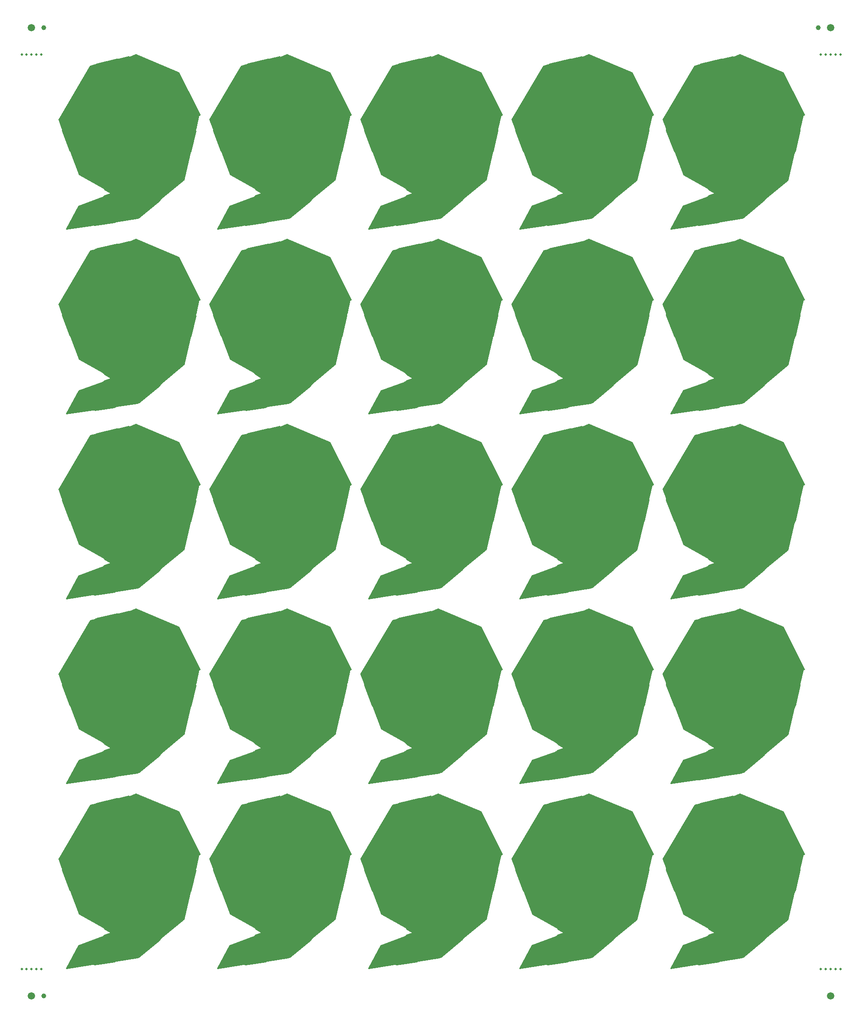
<source format=gbr>
%TF.GenerationSoftware,KiCad,Pcbnew,9.0.2*%
%TF.CreationDate,2025-06-25T14:10:58-05:00*%
%TF.ProjectId,panel,70616e65-6c2e-46b6-9963-61645f706362,rev?*%
%TF.SameCoordinates,Original*%
%TF.FileFunction,Soldermask,Top*%
%TF.FilePolarity,Negative*%
%FSLAX46Y46*%
G04 Gerber Fmt 4.6, Leading zero omitted, Abs format (unit mm)*
G04 Created by KiCad (PCBNEW 9.0.2) date 2025-06-25 14:10:58*
%MOMM*%
%LPD*%
G01*
G04 APERTURE LIST*
%ADD10C,0.010000*%
%ADD11C,0.500000*%
%ADD12C,1.000000*%
%ADD13C,1.500000*%
G04 APERTURE END LIST*
D10*
%TO.C,G\u002A\u002A\u002A*%
X96791978Y-69457617D02*
X98988903Y-73848820D01*
X101185829Y-78240023D01*
X101067099Y-78301421D01*
X100948369Y-78362818D01*
X97546985Y-74280634D01*
X97122040Y-73770889D01*
X96711984Y-73279499D01*
X96320084Y-72810356D01*
X95949608Y-72367351D01*
X95603825Y-71954374D01*
X95286000Y-71575315D01*
X94999403Y-71234066D01*
X94747301Y-70934517D01*
X94532961Y-70680560D01*
X94359651Y-70476084D01*
X94230639Y-70324981D01*
X94149193Y-70231141D01*
X94118579Y-70198455D01*
X94118532Y-70198450D01*
X94081879Y-70224516D01*
X93985955Y-70299384D01*
X93836870Y-70418063D01*
X93640736Y-70575562D01*
X93403661Y-70766890D01*
X93131755Y-70987053D01*
X92831129Y-71231061D01*
X92507892Y-71493922D01*
X92168155Y-71770644D01*
X91818027Y-72056236D01*
X91463619Y-72345705D01*
X91111040Y-72634061D01*
X90766400Y-72916312D01*
X90435810Y-73187466D01*
X90125379Y-73442531D01*
X89841217Y-73676515D01*
X89589435Y-73884428D01*
X89376141Y-74061276D01*
X89207447Y-74202070D01*
X89089462Y-74301816D01*
X89028296Y-74355524D01*
X89021260Y-74362769D01*
X89030541Y-74411767D01*
X89072485Y-74537500D01*
X89146623Y-74738787D01*
X89252489Y-75014448D01*
X89389614Y-75363301D01*
X89557531Y-75784167D01*
X89755772Y-76275864D01*
X89983869Y-76837212D01*
X90241354Y-77467030D01*
X90518195Y-78140904D01*
X92051998Y-81866665D01*
X92645698Y-82087562D01*
X92854054Y-82163510D01*
X93032915Y-82225722D01*
X93168050Y-82269482D01*
X93245228Y-82290075D01*
X93257552Y-82290305D01*
X93253878Y-82246738D01*
X93237963Y-82125535D01*
X93210709Y-81932701D01*
X93173017Y-81674242D01*
X93125789Y-81356163D01*
X93069927Y-80984467D01*
X93006333Y-80565161D01*
X92935910Y-80104248D01*
X92859559Y-79607735D01*
X92778183Y-79081625D01*
X92701500Y-78588478D01*
X92616064Y-78039706D01*
X92534470Y-77514311D01*
X92457655Y-77018391D01*
X92386554Y-76558043D01*
X92322102Y-76139366D01*
X92265233Y-75768456D01*
X92216884Y-75451413D01*
X92177990Y-75194333D01*
X92149484Y-75003315D01*
X92132304Y-74884456D01*
X92127296Y-74844353D01*
X92158685Y-74814570D01*
X92255274Y-74769564D01*
X92420697Y-74708039D01*
X92658588Y-74628698D01*
X92972579Y-74530243D01*
X93204930Y-74459676D01*
X93494854Y-74373126D01*
X93759934Y-74295285D01*
X93988841Y-74229375D01*
X94170244Y-74178622D01*
X94292813Y-74146247D01*
X94344534Y-74135450D01*
X94383088Y-74165656D01*
X94474417Y-74252947D01*
X94613716Y-74392335D01*
X94796183Y-74578830D01*
X95017014Y-74807443D01*
X95271405Y-75073183D01*
X95554554Y-75371064D01*
X95861658Y-75696094D01*
X96187912Y-76043284D01*
X96417169Y-76288326D01*
X98427835Y-78441202D01*
X97370949Y-81802243D01*
X97201607Y-82338900D01*
X97040031Y-82847276D01*
X96888068Y-83321765D01*
X96747560Y-83756762D01*
X96620353Y-84146659D01*
X96508291Y-84485851D01*
X96413217Y-84768732D01*
X96336977Y-84989696D01*
X96281414Y-85143136D01*
X96248372Y-85223446D01*
X96242096Y-85233632D01*
X96201103Y-85264193D01*
X96095947Y-85339439D01*
X95931938Y-85455660D01*
X95714385Y-85609144D01*
X95448599Y-85796183D01*
X95139888Y-86013065D01*
X94793562Y-86256080D01*
X94414930Y-86521518D01*
X94009302Y-86805668D01*
X93581987Y-87104821D01*
X93138296Y-87415266D01*
X92683536Y-87733293D01*
X92223018Y-88055190D01*
X91762052Y-88377249D01*
X91305946Y-88695758D01*
X90860011Y-89007008D01*
X90429555Y-89307288D01*
X90019888Y-89592887D01*
X89636320Y-89860096D01*
X89284160Y-90105203D01*
X88968717Y-90324499D01*
X88695302Y-90514274D01*
X88469223Y-90670817D01*
X88295790Y-90790417D01*
X88180313Y-90869365D01*
X88128101Y-90903950D01*
X88126796Y-90904700D01*
X88083303Y-90890838D01*
X87967548Y-90844447D01*
X87784494Y-90767700D01*
X87539108Y-90662767D01*
X87236355Y-90531822D01*
X86881200Y-90377035D01*
X86478608Y-90200580D01*
X86033546Y-90004629D01*
X85550978Y-89791352D01*
X85035869Y-89562923D01*
X84493186Y-89321513D01*
X83927894Y-89069295D01*
X83787629Y-89006599D01*
X83217078Y-88751220D01*
X82667879Y-88504889D01*
X82145015Y-88269870D01*
X81653472Y-88048424D01*
X81198232Y-87842814D01*
X80784280Y-87655302D01*
X80416599Y-87488150D01*
X80100174Y-87343621D01*
X79839988Y-87223978D01*
X79641025Y-87131483D01*
X79508269Y-87068397D01*
X79446705Y-87036984D01*
X79443120Y-87034457D01*
X79420727Y-86987991D01*
X79370205Y-86868672D01*
X79293883Y-86682467D01*
X79194093Y-86435342D01*
X79073165Y-86133261D01*
X78933430Y-85782192D01*
X78777220Y-85388098D01*
X78606864Y-84956947D01*
X78424694Y-84494703D01*
X78233041Y-84007333D01*
X78034235Y-83500801D01*
X77830607Y-82981075D01*
X77624488Y-82454118D01*
X77418208Y-81925898D01*
X77214099Y-81402379D01*
X77014491Y-80889528D01*
X76821716Y-80393309D01*
X76638103Y-79919690D01*
X76465984Y-79474634D01*
X76307690Y-79064109D01*
X76165551Y-78694079D01*
X76041898Y-78370511D01*
X75939062Y-78099370D01*
X75859374Y-77886621D01*
X75805165Y-77738231D01*
X75778764Y-77660164D01*
X75776522Y-77649851D01*
X75795107Y-77601812D01*
X75846819Y-77483260D01*
X75928821Y-77300295D01*
X76038271Y-77059017D01*
X76172333Y-76765526D01*
X76328168Y-76425921D01*
X76502936Y-76046302D01*
X76693799Y-75632769D01*
X76897918Y-75191422D01*
X77112455Y-74728361D01*
X77334570Y-74249685D01*
X77561426Y-73761494D01*
X77790183Y-73269888D01*
X78018003Y-72780967D01*
X78242047Y-72300830D01*
X78459476Y-71835577D01*
X78667452Y-71391309D01*
X78863136Y-70974124D01*
X79043689Y-70590123D01*
X79206272Y-70245406D01*
X79348047Y-69946072D01*
X79466176Y-69698221D01*
X79557818Y-69507952D01*
X79620136Y-69381366D01*
X79650291Y-69324563D01*
X79651969Y-69322331D01*
X79697058Y-69299152D01*
X79814920Y-69245111D01*
X80000395Y-69162441D01*
X80248327Y-69053378D01*
X80553558Y-68920155D01*
X80910931Y-68765008D01*
X81315287Y-68590171D01*
X81761469Y-68397879D01*
X82244320Y-68190366D01*
X82758682Y-67969867D01*
X83299397Y-67738616D01*
X83820546Y-67516224D01*
X87938630Y-65760737D01*
X96791978Y-69457617D01*
G36*
X96791978Y-69457617D02*
G01*
X98988903Y-73848820D01*
X101185829Y-78240023D01*
X101067099Y-78301421D01*
X100948369Y-78362818D01*
X97546985Y-74280634D01*
X97122040Y-73770889D01*
X96711984Y-73279499D01*
X96320084Y-72810356D01*
X95949608Y-72367351D01*
X95603825Y-71954374D01*
X95286000Y-71575315D01*
X94999403Y-71234066D01*
X94747301Y-70934517D01*
X94532961Y-70680560D01*
X94359651Y-70476084D01*
X94230639Y-70324981D01*
X94149193Y-70231141D01*
X94118579Y-70198455D01*
X94118532Y-70198450D01*
X94081879Y-70224516D01*
X93985955Y-70299384D01*
X93836870Y-70418063D01*
X93640736Y-70575562D01*
X93403661Y-70766890D01*
X93131755Y-70987053D01*
X92831129Y-71231061D01*
X92507892Y-71493922D01*
X92168155Y-71770644D01*
X91818027Y-72056236D01*
X91463619Y-72345705D01*
X91111040Y-72634061D01*
X90766400Y-72916312D01*
X90435810Y-73187466D01*
X90125379Y-73442531D01*
X89841217Y-73676515D01*
X89589435Y-73884428D01*
X89376141Y-74061276D01*
X89207447Y-74202070D01*
X89089462Y-74301816D01*
X89028296Y-74355524D01*
X89021260Y-74362769D01*
X89030541Y-74411767D01*
X89072485Y-74537500D01*
X89146623Y-74738787D01*
X89252489Y-75014448D01*
X89389614Y-75363301D01*
X89557531Y-75784167D01*
X89755772Y-76275864D01*
X89983869Y-76837212D01*
X90241354Y-77467030D01*
X90518195Y-78140904D01*
X92051998Y-81866665D01*
X92645698Y-82087562D01*
X92854054Y-82163510D01*
X93032915Y-82225722D01*
X93168050Y-82269482D01*
X93245228Y-82290075D01*
X93257552Y-82290305D01*
X93253878Y-82246738D01*
X93237963Y-82125535D01*
X93210709Y-81932701D01*
X93173017Y-81674242D01*
X93125789Y-81356163D01*
X93069927Y-80984467D01*
X93006333Y-80565161D01*
X92935910Y-80104248D01*
X92859559Y-79607735D01*
X92778183Y-79081625D01*
X92701500Y-78588478D01*
X92616064Y-78039706D01*
X92534470Y-77514311D01*
X92457655Y-77018391D01*
X92386554Y-76558043D01*
X92322102Y-76139366D01*
X92265233Y-75768456D01*
X92216884Y-75451413D01*
X92177990Y-75194333D01*
X92149484Y-75003315D01*
X92132304Y-74884456D01*
X92127296Y-74844353D01*
X92158685Y-74814570D01*
X92255274Y-74769564D01*
X92420697Y-74708039D01*
X92658588Y-74628698D01*
X92972579Y-74530243D01*
X93204930Y-74459676D01*
X93494854Y-74373126D01*
X93759934Y-74295285D01*
X93988841Y-74229375D01*
X94170244Y-74178622D01*
X94292813Y-74146247D01*
X94344534Y-74135450D01*
X94383088Y-74165656D01*
X94474417Y-74252947D01*
X94613716Y-74392335D01*
X94796183Y-74578830D01*
X95017014Y-74807443D01*
X95271405Y-75073183D01*
X95554554Y-75371064D01*
X95861658Y-75696094D01*
X96187912Y-76043284D01*
X96417169Y-76288326D01*
X98427835Y-78441202D01*
X97370949Y-81802243D01*
X97201607Y-82338900D01*
X97040031Y-82847276D01*
X96888068Y-83321765D01*
X96747560Y-83756762D01*
X96620353Y-84146659D01*
X96508291Y-84485851D01*
X96413217Y-84768732D01*
X96336977Y-84989696D01*
X96281414Y-85143136D01*
X96248372Y-85223446D01*
X96242096Y-85233632D01*
X96201103Y-85264193D01*
X96095947Y-85339439D01*
X95931938Y-85455660D01*
X95714385Y-85609144D01*
X95448599Y-85796183D01*
X95139888Y-86013065D01*
X94793562Y-86256080D01*
X94414930Y-86521518D01*
X94009302Y-86805668D01*
X93581987Y-87104821D01*
X93138296Y-87415266D01*
X92683536Y-87733293D01*
X92223018Y-88055190D01*
X91762052Y-88377249D01*
X91305946Y-88695758D01*
X90860011Y-89007008D01*
X90429555Y-89307288D01*
X90019888Y-89592887D01*
X89636320Y-89860096D01*
X89284160Y-90105203D01*
X88968717Y-90324499D01*
X88695302Y-90514274D01*
X88469223Y-90670817D01*
X88295790Y-90790417D01*
X88180313Y-90869365D01*
X88128101Y-90903950D01*
X88126796Y-90904700D01*
X88083303Y-90890838D01*
X87967548Y-90844447D01*
X87784494Y-90767700D01*
X87539108Y-90662767D01*
X87236355Y-90531822D01*
X86881200Y-90377035D01*
X86478608Y-90200580D01*
X86033546Y-90004629D01*
X85550978Y-89791352D01*
X85035869Y-89562923D01*
X84493186Y-89321513D01*
X83927894Y-89069295D01*
X83787629Y-89006599D01*
X83217078Y-88751220D01*
X82667879Y-88504889D01*
X82145015Y-88269870D01*
X81653472Y-88048424D01*
X81198232Y-87842814D01*
X80784280Y-87655302D01*
X80416599Y-87488150D01*
X80100174Y-87343621D01*
X79839988Y-87223978D01*
X79641025Y-87131483D01*
X79508269Y-87068397D01*
X79446705Y-87036984D01*
X79443120Y-87034457D01*
X79420727Y-86987991D01*
X79370205Y-86868672D01*
X79293883Y-86682467D01*
X79194093Y-86435342D01*
X79073165Y-86133261D01*
X78933430Y-85782192D01*
X78777220Y-85388098D01*
X78606864Y-84956947D01*
X78424694Y-84494703D01*
X78233041Y-84007333D01*
X78034235Y-83500801D01*
X77830607Y-82981075D01*
X77624488Y-82454118D01*
X77418208Y-81925898D01*
X77214099Y-81402379D01*
X77014491Y-80889528D01*
X76821716Y-80393309D01*
X76638103Y-79919690D01*
X76465984Y-79474634D01*
X76307690Y-79064109D01*
X76165551Y-78694079D01*
X76041898Y-78370511D01*
X75939062Y-78099370D01*
X75859374Y-77886621D01*
X75805165Y-77738231D01*
X75778764Y-77660164D01*
X75776522Y-77649851D01*
X75795107Y-77601812D01*
X75846819Y-77483260D01*
X75928821Y-77300295D01*
X76038271Y-77059017D01*
X76172333Y-76765526D01*
X76328168Y-76425921D01*
X76502936Y-76046302D01*
X76693799Y-75632769D01*
X76897918Y-75191422D01*
X77112455Y-74728361D01*
X77334570Y-74249685D01*
X77561426Y-73761494D01*
X77790183Y-73269888D01*
X78018003Y-72780967D01*
X78242047Y-72300830D01*
X78459476Y-71835577D01*
X78667452Y-71391309D01*
X78863136Y-70974124D01*
X79043689Y-70590123D01*
X79206272Y-70245406D01*
X79348047Y-69946072D01*
X79466176Y-69698221D01*
X79557818Y-69507952D01*
X79620136Y-69381366D01*
X79650291Y-69324563D01*
X79651969Y-69322331D01*
X79697058Y-69299152D01*
X79814920Y-69245111D01*
X80000395Y-69162441D01*
X80248327Y-69053378D01*
X80553558Y-68920155D01*
X80910931Y-68765008D01*
X81315287Y-68590171D01*
X81761469Y-68397879D01*
X82244320Y-68190366D01*
X82758682Y-67969867D01*
X83299397Y-67738616D01*
X83820546Y-67516224D01*
X87938630Y-65760737D01*
X96791978Y-69457617D01*
G37*
X189724295Y-107343860D02*
X191921220Y-111735063D01*
X194118146Y-116126266D01*
X193999416Y-116187664D01*
X193880686Y-116249061D01*
X190479302Y-112166877D01*
X190054357Y-111657132D01*
X189644301Y-111165742D01*
X189252401Y-110696599D01*
X188881925Y-110253594D01*
X188536142Y-109840617D01*
X188218317Y-109461558D01*
X187931720Y-109120309D01*
X187679618Y-108820760D01*
X187465278Y-108566803D01*
X187291968Y-108362327D01*
X187162956Y-108211224D01*
X187081510Y-108117384D01*
X187050896Y-108084698D01*
X187050849Y-108084693D01*
X187014196Y-108110759D01*
X186918272Y-108185627D01*
X186769187Y-108304306D01*
X186573053Y-108461805D01*
X186335978Y-108653133D01*
X186064072Y-108873296D01*
X185763446Y-109117304D01*
X185440209Y-109380165D01*
X185100472Y-109656887D01*
X184750344Y-109942479D01*
X184395936Y-110231948D01*
X184043357Y-110520304D01*
X183698717Y-110802555D01*
X183368127Y-111073709D01*
X183057696Y-111328774D01*
X182773534Y-111562758D01*
X182521752Y-111770671D01*
X182308458Y-111947519D01*
X182139764Y-112088313D01*
X182021779Y-112188059D01*
X181960613Y-112241767D01*
X181953577Y-112249012D01*
X181962858Y-112298010D01*
X182004802Y-112423743D01*
X182078940Y-112625030D01*
X182184806Y-112900691D01*
X182321931Y-113249544D01*
X182489848Y-113670410D01*
X182688089Y-114162107D01*
X182916186Y-114723455D01*
X183173671Y-115353273D01*
X183450512Y-116027147D01*
X184984315Y-119752908D01*
X185578015Y-119973805D01*
X185786371Y-120049753D01*
X185965232Y-120111965D01*
X186100367Y-120155725D01*
X186177545Y-120176318D01*
X186189869Y-120176548D01*
X186186195Y-120132981D01*
X186170280Y-120011778D01*
X186143026Y-119818944D01*
X186105334Y-119560485D01*
X186058106Y-119242406D01*
X186002244Y-118870710D01*
X185938650Y-118451404D01*
X185868227Y-117990491D01*
X185791876Y-117493978D01*
X185710500Y-116967868D01*
X185633817Y-116474721D01*
X185548381Y-115925949D01*
X185466787Y-115400554D01*
X185389972Y-114904634D01*
X185318871Y-114444286D01*
X185254419Y-114025609D01*
X185197550Y-113654699D01*
X185149201Y-113337656D01*
X185110307Y-113080576D01*
X185081801Y-112889558D01*
X185064621Y-112770699D01*
X185059613Y-112730596D01*
X185091002Y-112700813D01*
X185187591Y-112655807D01*
X185353014Y-112594282D01*
X185590905Y-112514941D01*
X185904896Y-112416486D01*
X186137247Y-112345919D01*
X186427171Y-112259369D01*
X186692251Y-112181528D01*
X186921158Y-112115618D01*
X187102561Y-112064865D01*
X187225130Y-112032490D01*
X187276851Y-112021693D01*
X187315405Y-112051899D01*
X187406734Y-112139190D01*
X187546033Y-112278578D01*
X187728500Y-112465073D01*
X187949331Y-112693686D01*
X188203722Y-112959426D01*
X188486871Y-113257307D01*
X188793975Y-113582337D01*
X189120229Y-113929527D01*
X189349486Y-114174569D01*
X191360152Y-116327445D01*
X190303266Y-119688486D01*
X190133924Y-120225143D01*
X189972348Y-120733519D01*
X189820385Y-121208008D01*
X189679877Y-121643005D01*
X189552670Y-122032902D01*
X189440608Y-122372094D01*
X189345534Y-122654975D01*
X189269294Y-122875939D01*
X189213731Y-123029379D01*
X189180689Y-123109689D01*
X189174413Y-123119875D01*
X189133420Y-123150436D01*
X189028264Y-123225682D01*
X188864255Y-123341903D01*
X188646702Y-123495387D01*
X188380916Y-123682426D01*
X188072205Y-123899308D01*
X187725879Y-124142323D01*
X187347247Y-124407761D01*
X186941619Y-124691911D01*
X186514304Y-124991064D01*
X186070613Y-125301509D01*
X185615853Y-125619536D01*
X185155335Y-125941433D01*
X184694369Y-126263492D01*
X184238263Y-126582001D01*
X183792328Y-126893251D01*
X183361872Y-127193531D01*
X182952205Y-127479130D01*
X182568637Y-127746339D01*
X182216477Y-127991446D01*
X181901034Y-128210742D01*
X181627619Y-128400517D01*
X181401540Y-128557060D01*
X181228107Y-128676660D01*
X181112630Y-128755608D01*
X181060418Y-128790193D01*
X181059113Y-128790943D01*
X181015620Y-128777081D01*
X180899865Y-128730690D01*
X180716811Y-128653943D01*
X180471425Y-128549010D01*
X180168672Y-128418065D01*
X179813517Y-128263278D01*
X179410925Y-128086823D01*
X178965863Y-127890872D01*
X178483295Y-127677595D01*
X177968186Y-127449166D01*
X177425503Y-127207756D01*
X176860211Y-126955538D01*
X176719946Y-126892842D01*
X176149395Y-126637463D01*
X175600196Y-126391132D01*
X175077332Y-126156113D01*
X174585789Y-125934667D01*
X174130549Y-125729057D01*
X173716597Y-125541545D01*
X173348916Y-125374393D01*
X173032491Y-125229864D01*
X172772305Y-125110221D01*
X172573342Y-125017726D01*
X172440586Y-124954640D01*
X172379022Y-124923227D01*
X172375437Y-124920700D01*
X172353044Y-124874234D01*
X172302522Y-124754915D01*
X172226200Y-124568710D01*
X172126410Y-124321585D01*
X172005482Y-124019504D01*
X171865747Y-123668435D01*
X171709537Y-123274341D01*
X171539181Y-122843190D01*
X171357011Y-122380946D01*
X171165358Y-121893576D01*
X170966552Y-121387044D01*
X170762924Y-120867318D01*
X170556805Y-120340361D01*
X170350525Y-119812141D01*
X170146416Y-119288622D01*
X169946808Y-118775771D01*
X169754033Y-118279552D01*
X169570420Y-117805933D01*
X169398301Y-117360877D01*
X169240007Y-116950352D01*
X169097868Y-116580322D01*
X168974215Y-116256754D01*
X168871379Y-115985613D01*
X168791691Y-115772864D01*
X168737482Y-115624474D01*
X168711081Y-115546407D01*
X168708839Y-115536094D01*
X168727424Y-115488055D01*
X168779136Y-115369503D01*
X168861138Y-115186538D01*
X168970588Y-114945260D01*
X169104650Y-114651769D01*
X169260485Y-114312164D01*
X169435253Y-113932545D01*
X169626116Y-113519012D01*
X169830235Y-113077665D01*
X170044772Y-112614604D01*
X170266887Y-112135928D01*
X170493743Y-111647737D01*
X170722500Y-111156131D01*
X170950320Y-110667210D01*
X171174364Y-110187073D01*
X171391793Y-109721820D01*
X171599769Y-109277552D01*
X171795453Y-108860367D01*
X171976006Y-108476366D01*
X172138589Y-108131649D01*
X172280364Y-107832315D01*
X172398493Y-107584464D01*
X172490135Y-107394195D01*
X172552453Y-107267609D01*
X172582608Y-107210806D01*
X172584286Y-107208574D01*
X172629375Y-107185395D01*
X172747237Y-107131354D01*
X172932712Y-107048684D01*
X173180644Y-106939621D01*
X173485875Y-106806398D01*
X173843248Y-106651251D01*
X174247604Y-106476414D01*
X174693786Y-106284122D01*
X175176637Y-106076609D01*
X175690999Y-105856110D01*
X176231714Y-105624859D01*
X176752863Y-105402467D01*
X180870947Y-103646980D01*
X189724295Y-107343860D01*
G36*
X189724295Y-107343860D02*
G01*
X191921220Y-111735063D01*
X194118146Y-116126266D01*
X193999416Y-116187664D01*
X193880686Y-116249061D01*
X190479302Y-112166877D01*
X190054357Y-111657132D01*
X189644301Y-111165742D01*
X189252401Y-110696599D01*
X188881925Y-110253594D01*
X188536142Y-109840617D01*
X188218317Y-109461558D01*
X187931720Y-109120309D01*
X187679618Y-108820760D01*
X187465278Y-108566803D01*
X187291968Y-108362327D01*
X187162956Y-108211224D01*
X187081510Y-108117384D01*
X187050896Y-108084698D01*
X187050849Y-108084693D01*
X187014196Y-108110759D01*
X186918272Y-108185627D01*
X186769187Y-108304306D01*
X186573053Y-108461805D01*
X186335978Y-108653133D01*
X186064072Y-108873296D01*
X185763446Y-109117304D01*
X185440209Y-109380165D01*
X185100472Y-109656887D01*
X184750344Y-109942479D01*
X184395936Y-110231948D01*
X184043357Y-110520304D01*
X183698717Y-110802555D01*
X183368127Y-111073709D01*
X183057696Y-111328774D01*
X182773534Y-111562758D01*
X182521752Y-111770671D01*
X182308458Y-111947519D01*
X182139764Y-112088313D01*
X182021779Y-112188059D01*
X181960613Y-112241767D01*
X181953577Y-112249012D01*
X181962858Y-112298010D01*
X182004802Y-112423743D01*
X182078940Y-112625030D01*
X182184806Y-112900691D01*
X182321931Y-113249544D01*
X182489848Y-113670410D01*
X182688089Y-114162107D01*
X182916186Y-114723455D01*
X183173671Y-115353273D01*
X183450512Y-116027147D01*
X184984315Y-119752908D01*
X185578015Y-119973805D01*
X185786371Y-120049753D01*
X185965232Y-120111965D01*
X186100367Y-120155725D01*
X186177545Y-120176318D01*
X186189869Y-120176548D01*
X186186195Y-120132981D01*
X186170280Y-120011778D01*
X186143026Y-119818944D01*
X186105334Y-119560485D01*
X186058106Y-119242406D01*
X186002244Y-118870710D01*
X185938650Y-118451404D01*
X185868227Y-117990491D01*
X185791876Y-117493978D01*
X185710500Y-116967868D01*
X185633817Y-116474721D01*
X185548381Y-115925949D01*
X185466787Y-115400554D01*
X185389972Y-114904634D01*
X185318871Y-114444286D01*
X185254419Y-114025609D01*
X185197550Y-113654699D01*
X185149201Y-113337656D01*
X185110307Y-113080576D01*
X185081801Y-112889558D01*
X185064621Y-112770699D01*
X185059613Y-112730596D01*
X185091002Y-112700813D01*
X185187591Y-112655807D01*
X185353014Y-112594282D01*
X185590905Y-112514941D01*
X185904896Y-112416486D01*
X186137247Y-112345919D01*
X186427171Y-112259369D01*
X186692251Y-112181528D01*
X186921158Y-112115618D01*
X187102561Y-112064865D01*
X187225130Y-112032490D01*
X187276851Y-112021693D01*
X187315405Y-112051899D01*
X187406734Y-112139190D01*
X187546033Y-112278578D01*
X187728500Y-112465073D01*
X187949331Y-112693686D01*
X188203722Y-112959426D01*
X188486871Y-113257307D01*
X188793975Y-113582337D01*
X189120229Y-113929527D01*
X189349486Y-114174569D01*
X191360152Y-116327445D01*
X190303266Y-119688486D01*
X190133924Y-120225143D01*
X189972348Y-120733519D01*
X189820385Y-121208008D01*
X189679877Y-121643005D01*
X189552670Y-122032902D01*
X189440608Y-122372094D01*
X189345534Y-122654975D01*
X189269294Y-122875939D01*
X189213731Y-123029379D01*
X189180689Y-123109689D01*
X189174413Y-123119875D01*
X189133420Y-123150436D01*
X189028264Y-123225682D01*
X188864255Y-123341903D01*
X188646702Y-123495387D01*
X188380916Y-123682426D01*
X188072205Y-123899308D01*
X187725879Y-124142323D01*
X187347247Y-124407761D01*
X186941619Y-124691911D01*
X186514304Y-124991064D01*
X186070613Y-125301509D01*
X185615853Y-125619536D01*
X185155335Y-125941433D01*
X184694369Y-126263492D01*
X184238263Y-126582001D01*
X183792328Y-126893251D01*
X183361872Y-127193531D01*
X182952205Y-127479130D01*
X182568637Y-127746339D01*
X182216477Y-127991446D01*
X181901034Y-128210742D01*
X181627619Y-128400517D01*
X181401540Y-128557060D01*
X181228107Y-128676660D01*
X181112630Y-128755608D01*
X181060418Y-128790193D01*
X181059113Y-128790943D01*
X181015620Y-128777081D01*
X180899865Y-128730690D01*
X180716811Y-128653943D01*
X180471425Y-128549010D01*
X180168672Y-128418065D01*
X179813517Y-128263278D01*
X179410925Y-128086823D01*
X178965863Y-127890872D01*
X178483295Y-127677595D01*
X177968186Y-127449166D01*
X177425503Y-127207756D01*
X176860211Y-126955538D01*
X176719946Y-126892842D01*
X176149395Y-126637463D01*
X175600196Y-126391132D01*
X175077332Y-126156113D01*
X174585789Y-125934667D01*
X174130549Y-125729057D01*
X173716597Y-125541545D01*
X173348916Y-125374393D01*
X173032491Y-125229864D01*
X172772305Y-125110221D01*
X172573342Y-125017726D01*
X172440586Y-124954640D01*
X172379022Y-124923227D01*
X172375437Y-124920700D01*
X172353044Y-124874234D01*
X172302522Y-124754915D01*
X172226200Y-124568710D01*
X172126410Y-124321585D01*
X172005482Y-124019504D01*
X171865747Y-123668435D01*
X171709537Y-123274341D01*
X171539181Y-122843190D01*
X171357011Y-122380946D01*
X171165358Y-121893576D01*
X170966552Y-121387044D01*
X170762924Y-120867318D01*
X170556805Y-120340361D01*
X170350525Y-119812141D01*
X170146416Y-119288622D01*
X169946808Y-118775771D01*
X169754033Y-118279552D01*
X169570420Y-117805933D01*
X169398301Y-117360877D01*
X169240007Y-116950352D01*
X169097868Y-116580322D01*
X168974215Y-116256754D01*
X168871379Y-115985613D01*
X168791691Y-115772864D01*
X168737482Y-115624474D01*
X168711081Y-115546407D01*
X168708839Y-115536094D01*
X168727424Y-115488055D01*
X168779136Y-115369503D01*
X168861138Y-115186538D01*
X168970588Y-114945260D01*
X169104650Y-114651769D01*
X169260485Y-114312164D01*
X169435253Y-113932545D01*
X169626116Y-113519012D01*
X169830235Y-113077665D01*
X170044772Y-112614604D01*
X170266887Y-112135928D01*
X170493743Y-111647737D01*
X170722500Y-111156131D01*
X170950320Y-110667210D01*
X171174364Y-110187073D01*
X171391793Y-109721820D01*
X171599769Y-109277552D01*
X171795453Y-108860367D01*
X171976006Y-108476366D01*
X172138589Y-108131649D01*
X172280364Y-107832315D01*
X172398493Y-107584464D01*
X172490135Y-107394195D01*
X172552453Y-107267609D01*
X172582608Y-107210806D01*
X172584286Y-107208574D01*
X172629375Y-107185395D01*
X172747237Y-107131354D01*
X172932712Y-107048684D01*
X173180644Y-106939621D01*
X173485875Y-106806398D01*
X173843248Y-106651251D01*
X174247604Y-106476414D01*
X174693786Y-106284122D01*
X175176637Y-106076609D01*
X175690999Y-105856110D01*
X176231714Y-105624859D01*
X176752863Y-105402467D01*
X180870947Y-103646980D01*
X189724295Y-107343860D01*
G37*
X220701734Y-145230103D02*
X222898659Y-149621306D01*
X225095585Y-154012509D01*
X224976855Y-154073907D01*
X224858125Y-154135304D01*
X221456741Y-150053120D01*
X221031796Y-149543375D01*
X220621740Y-149051985D01*
X220229840Y-148582842D01*
X219859364Y-148139837D01*
X219513581Y-147726860D01*
X219195756Y-147347801D01*
X218909159Y-147006552D01*
X218657057Y-146707003D01*
X218442717Y-146453046D01*
X218269407Y-146248570D01*
X218140395Y-146097467D01*
X218058949Y-146003627D01*
X218028335Y-145970941D01*
X218028288Y-145970936D01*
X217991635Y-145997002D01*
X217895711Y-146071870D01*
X217746626Y-146190549D01*
X217550492Y-146348048D01*
X217313417Y-146539376D01*
X217041511Y-146759539D01*
X216740885Y-147003547D01*
X216417648Y-147266408D01*
X216077911Y-147543130D01*
X215727783Y-147828722D01*
X215373375Y-148118191D01*
X215020796Y-148406547D01*
X214676156Y-148688798D01*
X214345566Y-148959952D01*
X214035135Y-149215017D01*
X213750973Y-149449001D01*
X213499191Y-149656914D01*
X213285897Y-149833762D01*
X213117203Y-149974556D01*
X212999218Y-150074302D01*
X212938052Y-150128010D01*
X212931016Y-150135255D01*
X212940297Y-150184253D01*
X212982241Y-150309986D01*
X213056379Y-150511273D01*
X213162245Y-150786934D01*
X213299370Y-151135787D01*
X213467287Y-151556653D01*
X213665528Y-152048350D01*
X213893625Y-152609698D01*
X214151110Y-153239516D01*
X214427951Y-153913390D01*
X215961754Y-157639151D01*
X216555454Y-157860048D01*
X216763810Y-157935996D01*
X216942671Y-157998208D01*
X217077806Y-158041968D01*
X217154984Y-158062561D01*
X217167308Y-158062791D01*
X217163634Y-158019224D01*
X217147719Y-157898021D01*
X217120465Y-157705187D01*
X217082773Y-157446728D01*
X217035545Y-157128649D01*
X216979683Y-156756953D01*
X216916089Y-156337647D01*
X216845666Y-155876734D01*
X216769315Y-155380221D01*
X216687939Y-154854111D01*
X216611256Y-154360964D01*
X216525820Y-153812192D01*
X216444226Y-153286797D01*
X216367411Y-152790877D01*
X216296310Y-152330529D01*
X216231858Y-151911852D01*
X216174989Y-151540942D01*
X216126640Y-151223899D01*
X216087746Y-150966819D01*
X216059240Y-150775801D01*
X216042060Y-150656942D01*
X216037052Y-150616839D01*
X216068441Y-150587056D01*
X216165030Y-150542050D01*
X216330453Y-150480525D01*
X216568344Y-150401184D01*
X216882335Y-150302729D01*
X217114686Y-150232162D01*
X217404610Y-150145612D01*
X217669690Y-150067771D01*
X217898597Y-150001861D01*
X218080000Y-149951108D01*
X218202569Y-149918733D01*
X218254290Y-149907936D01*
X218292844Y-149938142D01*
X218384173Y-150025433D01*
X218523472Y-150164821D01*
X218705939Y-150351316D01*
X218926770Y-150579929D01*
X219181161Y-150845669D01*
X219464310Y-151143550D01*
X219771414Y-151468580D01*
X220097668Y-151815770D01*
X220326925Y-152060812D01*
X222337591Y-154213688D01*
X221280705Y-157574729D01*
X221111363Y-158111386D01*
X220949787Y-158619762D01*
X220797824Y-159094251D01*
X220657316Y-159529248D01*
X220530109Y-159919145D01*
X220418047Y-160258337D01*
X220322973Y-160541218D01*
X220246733Y-160762182D01*
X220191170Y-160915622D01*
X220158128Y-160995932D01*
X220151852Y-161006118D01*
X220110859Y-161036679D01*
X220005703Y-161111925D01*
X219841694Y-161228146D01*
X219624141Y-161381630D01*
X219358355Y-161568669D01*
X219049644Y-161785551D01*
X218703318Y-162028566D01*
X218324686Y-162294004D01*
X217919058Y-162578154D01*
X217491743Y-162877307D01*
X217048052Y-163187752D01*
X216593292Y-163505779D01*
X216132774Y-163827676D01*
X215671808Y-164149735D01*
X215215702Y-164468244D01*
X214769767Y-164779494D01*
X214339311Y-165079774D01*
X213929644Y-165365373D01*
X213546076Y-165632582D01*
X213193916Y-165877689D01*
X212878473Y-166096985D01*
X212605058Y-166286760D01*
X212378979Y-166443303D01*
X212205546Y-166562903D01*
X212090069Y-166641851D01*
X212037857Y-166676436D01*
X212036552Y-166677186D01*
X211993059Y-166663324D01*
X211877304Y-166616933D01*
X211694250Y-166540186D01*
X211448864Y-166435253D01*
X211146111Y-166304308D01*
X210790956Y-166149521D01*
X210388364Y-165973066D01*
X209943302Y-165777115D01*
X209460734Y-165563838D01*
X208945625Y-165335409D01*
X208402942Y-165093999D01*
X207837650Y-164841781D01*
X207697385Y-164779085D01*
X207126834Y-164523706D01*
X206577635Y-164277375D01*
X206054771Y-164042356D01*
X205563228Y-163820910D01*
X205107988Y-163615300D01*
X204694036Y-163427788D01*
X204326355Y-163260636D01*
X204009930Y-163116107D01*
X203749744Y-162996464D01*
X203550781Y-162903969D01*
X203418025Y-162840883D01*
X203356461Y-162809470D01*
X203352876Y-162806943D01*
X203330483Y-162760477D01*
X203279961Y-162641158D01*
X203203639Y-162454953D01*
X203103849Y-162207828D01*
X202982921Y-161905747D01*
X202843186Y-161554678D01*
X202686976Y-161160584D01*
X202516620Y-160729433D01*
X202334450Y-160267189D01*
X202142797Y-159779819D01*
X201943991Y-159273287D01*
X201740363Y-158753561D01*
X201534244Y-158226604D01*
X201327964Y-157698384D01*
X201123855Y-157174865D01*
X200924247Y-156662014D01*
X200731472Y-156165795D01*
X200547859Y-155692176D01*
X200375740Y-155247120D01*
X200217446Y-154836595D01*
X200075307Y-154466565D01*
X199951654Y-154142997D01*
X199848818Y-153871856D01*
X199769130Y-153659107D01*
X199714921Y-153510717D01*
X199688520Y-153432650D01*
X199686278Y-153422337D01*
X199704863Y-153374298D01*
X199756575Y-153255746D01*
X199838577Y-153072781D01*
X199948027Y-152831503D01*
X200082089Y-152538012D01*
X200237924Y-152198407D01*
X200412692Y-151818788D01*
X200603555Y-151405255D01*
X200807674Y-150963908D01*
X201022211Y-150500847D01*
X201244326Y-150022171D01*
X201471182Y-149533980D01*
X201699939Y-149042374D01*
X201927759Y-148553453D01*
X202151803Y-148073316D01*
X202369232Y-147608063D01*
X202577208Y-147163795D01*
X202772892Y-146746610D01*
X202953445Y-146362609D01*
X203116028Y-146017892D01*
X203257803Y-145718558D01*
X203375932Y-145470707D01*
X203467574Y-145280438D01*
X203529892Y-145153852D01*
X203560047Y-145097049D01*
X203561725Y-145094817D01*
X203606814Y-145071638D01*
X203724676Y-145017597D01*
X203910151Y-144934927D01*
X204158083Y-144825864D01*
X204463314Y-144692641D01*
X204820687Y-144537494D01*
X205225043Y-144362657D01*
X205671225Y-144170365D01*
X206154076Y-143962852D01*
X206668438Y-143742353D01*
X207209153Y-143511102D01*
X207730302Y-143288710D01*
X211848386Y-141533223D01*
X220701734Y-145230103D01*
G36*
X220701734Y-145230103D02*
G01*
X222898659Y-149621306D01*
X225095585Y-154012509D01*
X224976855Y-154073907D01*
X224858125Y-154135304D01*
X221456741Y-150053120D01*
X221031796Y-149543375D01*
X220621740Y-149051985D01*
X220229840Y-148582842D01*
X219859364Y-148139837D01*
X219513581Y-147726860D01*
X219195756Y-147347801D01*
X218909159Y-147006552D01*
X218657057Y-146707003D01*
X218442717Y-146453046D01*
X218269407Y-146248570D01*
X218140395Y-146097467D01*
X218058949Y-146003627D01*
X218028335Y-145970941D01*
X218028288Y-145970936D01*
X217991635Y-145997002D01*
X217895711Y-146071870D01*
X217746626Y-146190549D01*
X217550492Y-146348048D01*
X217313417Y-146539376D01*
X217041511Y-146759539D01*
X216740885Y-147003547D01*
X216417648Y-147266408D01*
X216077911Y-147543130D01*
X215727783Y-147828722D01*
X215373375Y-148118191D01*
X215020796Y-148406547D01*
X214676156Y-148688798D01*
X214345566Y-148959952D01*
X214035135Y-149215017D01*
X213750973Y-149449001D01*
X213499191Y-149656914D01*
X213285897Y-149833762D01*
X213117203Y-149974556D01*
X212999218Y-150074302D01*
X212938052Y-150128010D01*
X212931016Y-150135255D01*
X212940297Y-150184253D01*
X212982241Y-150309986D01*
X213056379Y-150511273D01*
X213162245Y-150786934D01*
X213299370Y-151135787D01*
X213467287Y-151556653D01*
X213665528Y-152048350D01*
X213893625Y-152609698D01*
X214151110Y-153239516D01*
X214427951Y-153913390D01*
X215961754Y-157639151D01*
X216555454Y-157860048D01*
X216763810Y-157935996D01*
X216942671Y-157998208D01*
X217077806Y-158041968D01*
X217154984Y-158062561D01*
X217167308Y-158062791D01*
X217163634Y-158019224D01*
X217147719Y-157898021D01*
X217120465Y-157705187D01*
X217082773Y-157446728D01*
X217035545Y-157128649D01*
X216979683Y-156756953D01*
X216916089Y-156337647D01*
X216845666Y-155876734D01*
X216769315Y-155380221D01*
X216687939Y-154854111D01*
X216611256Y-154360964D01*
X216525820Y-153812192D01*
X216444226Y-153286797D01*
X216367411Y-152790877D01*
X216296310Y-152330529D01*
X216231858Y-151911852D01*
X216174989Y-151540942D01*
X216126640Y-151223899D01*
X216087746Y-150966819D01*
X216059240Y-150775801D01*
X216042060Y-150656942D01*
X216037052Y-150616839D01*
X216068441Y-150587056D01*
X216165030Y-150542050D01*
X216330453Y-150480525D01*
X216568344Y-150401184D01*
X216882335Y-150302729D01*
X217114686Y-150232162D01*
X217404610Y-150145612D01*
X217669690Y-150067771D01*
X217898597Y-150001861D01*
X218080000Y-149951108D01*
X218202569Y-149918733D01*
X218254290Y-149907936D01*
X218292844Y-149938142D01*
X218384173Y-150025433D01*
X218523472Y-150164821D01*
X218705939Y-150351316D01*
X218926770Y-150579929D01*
X219181161Y-150845669D01*
X219464310Y-151143550D01*
X219771414Y-151468580D01*
X220097668Y-151815770D01*
X220326925Y-152060812D01*
X222337591Y-154213688D01*
X221280705Y-157574729D01*
X221111363Y-158111386D01*
X220949787Y-158619762D01*
X220797824Y-159094251D01*
X220657316Y-159529248D01*
X220530109Y-159919145D01*
X220418047Y-160258337D01*
X220322973Y-160541218D01*
X220246733Y-160762182D01*
X220191170Y-160915622D01*
X220158128Y-160995932D01*
X220151852Y-161006118D01*
X220110859Y-161036679D01*
X220005703Y-161111925D01*
X219841694Y-161228146D01*
X219624141Y-161381630D01*
X219358355Y-161568669D01*
X219049644Y-161785551D01*
X218703318Y-162028566D01*
X218324686Y-162294004D01*
X217919058Y-162578154D01*
X217491743Y-162877307D01*
X217048052Y-163187752D01*
X216593292Y-163505779D01*
X216132774Y-163827676D01*
X215671808Y-164149735D01*
X215215702Y-164468244D01*
X214769767Y-164779494D01*
X214339311Y-165079774D01*
X213929644Y-165365373D01*
X213546076Y-165632582D01*
X213193916Y-165877689D01*
X212878473Y-166096985D01*
X212605058Y-166286760D01*
X212378979Y-166443303D01*
X212205546Y-166562903D01*
X212090069Y-166641851D01*
X212037857Y-166676436D01*
X212036552Y-166677186D01*
X211993059Y-166663324D01*
X211877304Y-166616933D01*
X211694250Y-166540186D01*
X211448864Y-166435253D01*
X211146111Y-166304308D01*
X210790956Y-166149521D01*
X210388364Y-165973066D01*
X209943302Y-165777115D01*
X209460734Y-165563838D01*
X208945625Y-165335409D01*
X208402942Y-165093999D01*
X207837650Y-164841781D01*
X207697385Y-164779085D01*
X207126834Y-164523706D01*
X206577635Y-164277375D01*
X206054771Y-164042356D01*
X205563228Y-163820910D01*
X205107988Y-163615300D01*
X204694036Y-163427788D01*
X204326355Y-163260636D01*
X204009930Y-163116107D01*
X203749744Y-162996464D01*
X203550781Y-162903969D01*
X203418025Y-162840883D01*
X203356461Y-162809470D01*
X203352876Y-162806943D01*
X203330483Y-162760477D01*
X203279961Y-162641158D01*
X203203639Y-162454953D01*
X203103849Y-162207828D01*
X202982921Y-161905747D01*
X202843186Y-161554678D01*
X202686976Y-161160584D01*
X202516620Y-160729433D01*
X202334450Y-160267189D01*
X202142797Y-159779819D01*
X201943991Y-159273287D01*
X201740363Y-158753561D01*
X201534244Y-158226604D01*
X201327964Y-157698384D01*
X201123855Y-157174865D01*
X200924247Y-156662014D01*
X200731472Y-156165795D01*
X200547859Y-155692176D01*
X200375740Y-155247120D01*
X200217446Y-154836595D01*
X200075307Y-154466565D01*
X199951654Y-154142997D01*
X199848818Y-153871856D01*
X199769130Y-153659107D01*
X199714921Y-153510717D01*
X199688520Y-153432650D01*
X199686278Y-153422337D01*
X199704863Y-153374298D01*
X199756575Y-153255746D01*
X199838577Y-153072781D01*
X199948027Y-152831503D01*
X200082089Y-152538012D01*
X200237924Y-152198407D01*
X200412692Y-151818788D01*
X200603555Y-151405255D01*
X200807674Y-150963908D01*
X201022211Y-150500847D01*
X201244326Y-150022171D01*
X201471182Y-149533980D01*
X201699939Y-149042374D01*
X201927759Y-148553453D01*
X202151803Y-148073316D01*
X202369232Y-147608063D01*
X202577208Y-147163795D01*
X202772892Y-146746610D01*
X202953445Y-146362609D01*
X203116028Y-146017892D01*
X203257803Y-145718558D01*
X203375932Y-145470707D01*
X203467574Y-145280438D01*
X203529892Y-145153852D01*
X203560047Y-145097049D01*
X203561725Y-145094817D01*
X203606814Y-145071638D01*
X203724676Y-145017597D01*
X203910151Y-144934927D01*
X204158083Y-144825864D01*
X204463314Y-144692641D01*
X204820687Y-144537494D01*
X205225043Y-144362657D01*
X205671225Y-144170365D01*
X206154076Y-143962852D01*
X206668438Y-143742353D01*
X207209153Y-143511102D01*
X207730302Y-143288710D01*
X211848386Y-141533223D01*
X220701734Y-145230103D01*
G37*
X158746856Y-31571374D02*
X160943781Y-35962577D01*
X163140707Y-40353780D01*
X163021977Y-40415178D01*
X162903247Y-40476575D01*
X159501863Y-36394391D01*
X159076918Y-35884646D01*
X158666862Y-35393256D01*
X158274962Y-34924113D01*
X157904486Y-34481108D01*
X157558703Y-34068131D01*
X157240878Y-33689072D01*
X156954281Y-33347823D01*
X156702179Y-33048274D01*
X156487839Y-32794317D01*
X156314529Y-32589841D01*
X156185517Y-32438738D01*
X156104071Y-32344898D01*
X156073457Y-32312212D01*
X156073410Y-32312207D01*
X156036757Y-32338273D01*
X155940833Y-32413141D01*
X155791748Y-32531820D01*
X155595614Y-32689319D01*
X155358539Y-32880647D01*
X155086633Y-33100810D01*
X154786007Y-33344818D01*
X154462770Y-33607679D01*
X154123033Y-33884401D01*
X153772905Y-34169993D01*
X153418497Y-34459462D01*
X153065918Y-34747818D01*
X152721278Y-35030069D01*
X152390688Y-35301223D01*
X152080257Y-35556288D01*
X151796095Y-35790272D01*
X151544313Y-35998185D01*
X151331019Y-36175033D01*
X151162325Y-36315827D01*
X151044340Y-36415573D01*
X150983174Y-36469281D01*
X150976138Y-36476526D01*
X150985419Y-36525524D01*
X151027363Y-36651257D01*
X151101501Y-36852544D01*
X151207367Y-37128205D01*
X151344492Y-37477058D01*
X151512409Y-37897924D01*
X151710650Y-38389621D01*
X151938747Y-38950969D01*
X152196232Y-39580787D01*
X152473073Y-40254661D01*
X154006876Y-43980422D01*
X154600576Y-44201319D01*
X154808932Y-44277267D01*
X154987793Y-44339479D01*
X155122928Y-44383239D01*
X155200106Y-44403832D01*
X155212430Y-44404062D01*
X155208756Y-44360495D01*
X155192841Y-44239292D01*
X155165587Y-44046458D01*
X155127895Y-43787999D01*
X155080667Y-43469920D01*
X155024805Y-43098224D01*
X154961211Y-42678918D01*
X154890788Y-42218005D01*
X154814437Y-41721492D01*
X154733061Y-41195382D01*
X154656378Y-40702235D01*
X154570942Y-40153463D01*
X154489348Y-39628068D01*
X154412533Y-39132148D01*
X154341432Y-38671800D01*
X154276980Y-38253123D01*
X154220111Y-37882213D01*
X154171762Y-37565170D01*
X154132868Y-37308090D01*
X154104362Y-37117072D01*
X154087182Y-36998213D01*
X154082174Y-36958110D01*
X154113563Y-36928327D01*
X154210152Y-36883321D01*
X154375575Y-36821796D01*
X154613466Y-36742455D01*
X154927457Y-36644000D01*
X155159808Y-36573433D01*
X155449732Y-36486883D01*
X155714812Y-36409042D01*
X155943719Y-36343132D01*
X156125122Y-36292379D01*
X156247691Y-36260004D01*
X156299412Y-36249207D01*
X156337966Y-36279413D01*
X156429295Y-36366704D01*
X156568594Y-36506092D01*
X156751061Y-36692587D01*
X156971892Y-36921200D01*
X157226283Y-37186940D01*
X157509432Y-37484821D01*
X157816536Y-37809851D01*
X158142790Y-38157041D01*
X158372047Y-38402083D01*
X160382713Y-40554959D01*
X159325827Y-43916000D01*
X159156485Y-44452657D01*
X158994909Y-44961033D01*
X158842946Y-45435522D01*
X158702438Y-45870519D01*
X158575231Y-46260416D01*
X158463169Y-46599608D01*
X158368095Y-46882489D01*
X158291855Y-47103453D01*
X158236292Y-47256893D01*
X158203250Y-47337203D01*
X158196974Y-47347389D01*
X158155981Y-47377950D01*
X158050825Y-47453196D01*
X157886816Y-47569417D01*
X157669263Y-47722901D01*
X157403477Y-47909940D01*
X157094766Y-48126822D01*
X156748440Y-48369837D01*
X156369808Y-48635275D01*
X155964180Y-48919425D01*
X155536865Y-49218578D01*
X155093174Y-49529023D01*
X154638414Y-49847050D01*
X154177896Y-50168947D01*
X153716930Y-50491006D01*
X153260824Y-50809515D01*
X152814889Y-51120765D01*
X152384433Y-51421045D01*
X151974766Y-51706644D01*
X151591198Y-51973853D01*
X151239038Y-52218960D01*
X150923595Y-52438256D01*
X150650180Y-52628031D01*
X150424101Y-52784574D01*
X150250668Y-52904174D01*
X150135191Y-52983122D01*
X150082979Y-53017707D01*
X150081674Y-53018457D01*
X150038181Y-53004595D01*
X149922426Y-52958204D01*
X149739372Y-52881457D01*
X149493986Y-52776524D01*
X149191233Y-52645579D01*
X148836078Y-52490792D01*
X148433486Y-52314337D01*
X147988424Y-52118386D01*
X147505856Y-51905109D01*
X146990747Y-51676680D01*
X146448064Y-51435270D01*
X145882772Y-51183052D01*
X145742507Y-51120356D01*
X145171956Y-50864977D01*
X144622757Y-50618646D01*
X144099893Y-50383627D01*
X143608350Y-50162181D01*
X143153110Y-49956571D01*
X142739158Y-49769059D01*
X142371477Y-49601907D01*
X142055052Y-49457378D01*
X141794866Y-49337735D01*
X141595903Y-49245240D01*
X141463147Y-49182154D01*
X141401583Y-49150741D01*
X141397998Y-49148214D01*
X141375605Y-49101748D01*
X141325083Y-48982429D01*
X141248761Y-48796224D01*
X141148971Y-48549099D01*
X141028043Y-48247018D01*
X140888308Y-47895949D01*
X140732098Y-47501855D01*
X140561742Y-47070704D01*
X140379572Y-46608460D01*
X140187919Y-46121090D01*
X139989113Y-45614558D01*
X139785485Y-45094832D01*
X139579366Y-44567875D01*
X139373086Y-44039655D01*
X139168977Y-43516136D01*
X138969369Y-43003285D01*
X138776594Y-42507066D01*
X138592981Y-42033447D01*
X138420862Y-41588391D01*
X138262568Y-41177866D01*
X138120429Y-40807836D01*
X137996776Y-40484268D01*
X137893940Y-40213127D01*
X137814252Y-40000378D01*
X137760043Y-39851988D01*
X137733642Y-39773921D01*
X137731400Y-39763608D01*
X137749985Y-39715569D01*
X137801697Y-39597017D01*
X137883699Y-39414052D01*
X137993149Y-39172774D01*
X138127211Y-38879283D01*
X138283046Y-38539678D01*
X138457814Y-38160059D01*
X138648677Y-37746526D01*
X138852796Y-37305179D01*
X139067333Y-36842118D01*
X139289448Y-36363442D01*
X139516304Y-35875251D01*
X139745061Y-35383645D01*
X139972881Y-34894724D01*
X140196925Y-34414587D01*
X140414354Y-33949334D01*
X140622330Y-33505066D01*
X140818014Y-33087881D01*
X140998567Y-32703880D01*
X141161150Y-32359163D01*
X141302925Y-32059829D01*
X141421054Y-31811978D01*
X141512696Y-31621709D01*
X141575014Y-31495123D01*
X141605169Y-31438320D01*
X141606847Y-31436088D01*
X141651936Y-31412909D01*
X141769798Y-31358868D01*
X141955273Y-31276198D01*
X142203205Y-31167135D01*
X142508436Y-31033912D01*
X142865809Y-30878765D01*
X143270165Y-30703928D01*
X143716347Y-30511636D01*
X144199198Y-30304123D01*
X144713560Y-30083624D01*
X145254275Y-29852373D01*
X145775424Y-29629981D01*
X149893508Y-27874494D01*
X158746856Y-31571374D01*
G36*
X158746856Y-31571374D02*
G01*
X160943781Y-35962577D01*
X163140707Y-40353780D01*
X163021977Y-40415178D01*
X162903247Y-40476575D01*
X159501863Y-36394391D01*
X159076918Y-35884646D01*
X158666862Y-35393256D01*
X158274962Y-34924113D01*
X157904486Y-34481108D01*
X157558703Y-34068131D01*
X157240878Y-33689072D01*
X156954281Y-33347823D01*
X156702179Y-33048274D01*
X156487839Y-32794317D01*
X156314529Y-32589841D01*
X156185517Y-32438738D01*
X156104071Y-32344898D01*
X156073457Y-32312212D01*
X156073410Y-32312207D01*
X156036757Y-32338273D01*
X155940833Y-32413141D01*
X155791748Y-32531820D01*
X155595614Y-32689319D01*
X155358539Y-32880647D01*
X155086633Y-33100810D01*
X154786007Y-33344818D01*
X154462770Y-33607679D01*
X154123033Y-33884401D01*
X153772905Y-34169993D01*
X153418497Y-34459462D01*
X153065918Y-34747818D01*
X152721278Y-35030069D01*
X152390688Y-35301223D01*
X152080257Y-35556288D01*
X151796095Y-35790272D01*
X151544313Y-35998185D01*
X151331019Y-36175033D01*
X151162325Y-36315827D01*
X151044340Y-36415573D01*
X150983174Y-36469281D01*
X150976138Y-36476526D01*
X150985419Y-36525524D01*
X151027363Y-36651257D01*
X151101501Y-36852544D01*
X151207367Y-37128205D01*
X151344492Y-37477058D01*
X151512409Y-37897924D01*
X151710650Y-38389621D01*
X151938747Y-38950969D01*
X152196232Y-39580787D01*
X152473073Y-40254661D01*
X154006876Y-43980422D01*
X154600576Y-44201319D01*
X154808932Y-44277267D01*
X154987793Y-44339479D01*
X155122928Y-44383239D01*
X155200106Y-44403832D01*
X155212430Y-44404062D01*
X155208756Y-44360495D01*
X155192841Y-44239292D01*
X155165587Y-44046458D01*
X155127895Y-43787999D01*
X155080667Y-43469920D01*
X155024805Y-43098224D01*
X154961211Y-42678918D01*
X154890788Y-42218005D01*
X154814437Y-41721492D01*
X154733061Y-41195382D01*
X154656378Y-40702235D01*
X154570942Y-40153463D01*
X154489348Y-39628068D01*
X154412533Y-39132148D01*
X154341432Y-38671800D01*
X154276980Y-38253123D01*
X154220111Y-37882213D01*
X154171762Y-37565170D01*
X154132868Y-37308090D01*
X154104362Y-37117072D01*
X154087182Y-36998213D01*
X154082174Y-36958110D01*
X154113563Y-36928327D01*
X154210152Y-36883321D01*
X154375575Y-36821796D01*
X154613466Y-36742455D01*
X154927457Y-36644000D01*
X155159808Y-36573433D01*
X155449732Y-36486883D01*
X155714812Y-36409042D01*
X155943719Y-36343132D01*
X156125122Y-36292379D01*
X156247691Y-36260004D01*
X156299412Y-36249207D01*
X156337966Y-36279413D01*
X156429295Y-36366704D01*
X156568594Y-36506092D01*
X156751061Y-36692587D01*
X156971892Y-36921200D01*
X157226283Y-37186940D01*
X157509432Y-37484821D01*
X157816536Y-37809851D01*
X158142790Y-38157041D01*
X158372047Y-38402083D01*
X160382713Y-40554959D01*
X159325827Y-43916000D01*
X159156485Y-44452657D01*
X158994909Y-44961033D01*
X158842946Y-45435522D01*
X158702438Y-45870519D01*
X158575231Y-46260416D01*
X158463169Y-46599608D01*
X158368095Y-46882489D01*
X158291855Y-47103453D01*
X158236292Y-47256893D01*
X158203250Y-47337203D01*
X158196974Y-47347389D01*
X158155981Y-47377950D01*
X158050825Y-47453196D01*
X157886816Y-47569417D01*
X157669263Y-47722901D01*
X157403477Y-47909940D01*
X157094766Y-48126822D01*
X156748440Y-48369837D01*
X156369808Y-48635275D01*
X155964180Y-48919425D01*
X155536865Y-49218578D01*
X155093174Y-49529023D01*
X154638414Y-49847050D01*
X154177896Y-50168947D01*
X153716930Y-50491006D01*
X153260824Y-50809515D01*
X152814889Y-51120765D01*
X152384433Y-51421045D01*
X151974766Y-51706644D01*
X151591198Y-51973853D01*
X151239038Y-52218960D01*
X150923595Y-52438256D01*
X150650180Y-52628031D01*
X150424101Y-52784574D01*
X150250668Y-52904174D01*
X150135191Y-52983122D01*
X150082979Y-53017707D01*
X150081674Y-53018457D01*
X150038181Y-53004595D01*
X149922426Y-52958204D01*
X149739372Y-52881457D01*
X149493986Y-52776524D01*
X149191233Y-52645579D01*
X148836078Y-52490792D01*
X148433486Y-52314337D01*
X147988424Y-52118386D01*
X147505856Y-51905109D01*
X146990747Y-51676680D01*
X146448064Y-51435270D01*
X145882772Y-51183052D01*
X145742507Y-51120356D01*
X145171956Y-50864977D01*
X144622757Y-50618646D01*
X144099893Y-50383627D01*
X143608350Y-50162181D01*
X143153110Y-49956571D01*
X142739158Y-49769059D01*
X142371477Y-49601907D01*
X142055052Y-49457378D01*
X141794866Y-49337735D01*
X141595903Y-49245240D01*
X141463147Y-49182154D01*
X141401583Y-49150741D01*
X141397998Y-49148214D01*
X141375605Y-49101748D01*
X141325083Y-48982429D01*
X141248761Y-48796224D01*
X141148971Y-48549099D01*
X141028043Y-48247018D01*
X140888308Y-47895949D01*
X140732098Y-47501855D01*
X140561742Y-47070704D01*
X140379572Y-46608460D01*
X140187919Y-46121090D01*
X139989113Y-45614558D01*
X139785485Y-45094832D01*
X139579366Y-44567875D01*
X139373086Y-44039655D01*
X139168977Y-43516136D01*
X138969369Y-43003285D01*
X138776594Y-42507066D01*
X138592981Y-42033447D01*
X138420862Y-41588391D01*
X138262568Y-41177866D01*
X138120429Y-40807836D01*
X137996776Y-40484268D01*
X137893940Y-40213127D01*
X137814252Y-40000378D01*
X137760043Y-39851988D01*
X137733642Y-39773921D01*
X137731400Y-39763608D01*
X137749985Y-39715569D01*
X137801697Y-39597017D01*
X137883699Y-39414052D01*
X137993149Y-39172774D01*
X138127211Y-38879283D01*
X138283046Y-38539678D01*
X138457814Y-38160059D01*
X138648677Y-37746526D01*
X138852796Y-37305179D01*
X139067333Y-36842118D01*
X139289448Y-36363442D01*
X139516304Y-35875251D01*
X139745061Y-35383645D01*
X139972881Y-34894724D01*
X140196925Y-34414587D01*
X140414354Y-33949334D01*
X140622330Y-33505066D01*
X140818014Y-33087881D01*
X140998567Y-32703880D01*
X141161150Y-32359163D01*
X141302925Y-32059829D01*
X141421054Y-31811978D01*
X141512696Y-31621709D01*
X141575014Y-31495123D01*
X141605169Y-31438320D01*
X141606847Y-31436088D01*
X141651936Y-31412909D01*
X141769798Y-31358868D01*
X141955273Y-31276198D01*
X142203205Y-31167135D01*
X142508436Y-31033912D01*
X142865809Y-30878765D01*
X143270165Y-30703928D01*
X143716347Y-30511636D01*
X144199198Y-30304123D01*
X144713560Y-30083624D01*
X145254275Y-29852373D01*
X145775424Y-29629981D01*
X149893508Y-27874494D01*
X158746856Y-31571374D01*
G37*
X189724295Y-69457617D02*
X191921220Y-73848820D01*
X194118146Y-78240023D01*
X193999416Y-78301421D01*
X193880686Y-78362818D01*
X190479302Y-74280634D01*
X190054357Y-73770889D01*
X189644301Y-73279499D01*
X189252401Y-72810356D01*
X188881925Y-72367351D01*
X188536142Y-71954374D01*
X188218317Y-71575315D01*
X187931720Y-71234066D01*
X187679618Y-70934517D01*
X187465278Y-70680560D01*
X187291968Y-70476084D01*
X187162956Y-70324981D01*
X187081510Y-70231141D01*
X187050896Y-70198455D01*
X187050849Y-70198450D01*
X187014196Y-70224516D01*
X186918272Y-70299384D01*
X186769187Y-70418063D01*
X186573053Y-70575562D01*
X186335978Y-70766890D01*
X186064072Y-70987053D01*
X185763446Y-71231061D01*
X185440209Y-71493922D01*
X185100472Y-71770644D01*
X184750344Y-72056236D01*
X184395936Y-72345705D01*
X184043357Y-72634061D01*
X183698717Y-72916312D01*
X183368127Y-73187466D01*
X183057696Y-73442531D01*
X182773534Y-73676515D01*
X182521752Y-73884428D01*
X182308458Y-74061276D01*
X182139764Y-74202070D01*
X182021779Y-74301816D01*
X181960613Y-74355524D01*
X181953577Y-74362769D01*
X181962858Y-74411767D01*
X182004802Y-74537500D01*
X182078940Y-74738787D01*
X182184806Y-75014448D01*
X182321931Y-75363301D01*
X182489848Y-75784167D01*
X182688089Y-76275864D01*
X182916186Y-76837212D01*
X183173671Y-77467030D01*
X183450512Y-78140904D01*
X184984315Y-81866665D01*
X185578015Y-82087562D01*
X185786371Y-82163510D01*
X185965232Y-82225722D01*
X186100367Y-82269482D01*
X186177545Y-82290075D01*
X186189869Y-82290305D01*
X186186195Y-82246738D01*
X186170280Y-82125535D01*
X186143026Y-81932701D01*
X186105334Y-81674242D01*
X186058106Y-81356163D01*
X186002244Y-80984467D01*
X185938650Y-80565161D01*
X185868227Y-80104248D01*
X185791876Y-79607735D01*
X185710500Y-79081625D01*
X185633817Y-78588478D01*
X185548381Y-78039706D01*
X185466787Y-77514311D01*
X185389972Y-77018391D01*
X185318871Y-76558043D01*
X185254419Y-76139366D01*
X185197550Y-75768456D01*
X185149201Y-75451413D01*
X185110307Y-75194333D01*
X185081801Y-75003315D01*
X185064621Y-74884456D01*
X185059613Y-74844353D01*
X185091002Y-74814570D01*
X185187591Y-74769564D01*
X185353014Y-74708039D01*
X185590905Y-74628698D01*
X185904896Y-74530243D01*
X186137247Y-74459676D01*
X186427171Y-74373126D01*
X186692251Y-74295285D01*
X186921158Y-74229375D01*
X187102561Y-74178622D01*
X187225130Y-74146247D01*
X187276851Y-74135450D01*
X187315405Y-74165656D01*
X187406734Y-74252947D01*
X187546033Y-74392335D01*
X187728500Y-74578830D01*
X187949331Y-74807443D01*
X188203722Y-75073183D01*
X188486871Y-75371064D01*
X188793975Y-75696094D01*
X189120229Y-76043284D01*
X189349486Y-76288326D01*
X191360152Y-78441202D01*
X190303266Y-81802243D01*
X190133924Y-82338900D01*
X189972348Y-82847276D01*
X189820385Y-83321765D01*
X189679877Y-83756762D01*
X189552670Y-84146659D01*
X189440608Y-84485851D01*
X189345534Y-84768732D01*
X189269294Y-84989696D01*
X189213731Y-85143136D01*
X189180689Y-85223446D01*
X189174413Y-85233632D01*
X189133420Y-85264193D01*
X189028264Y-85339439D01*
X188864255Y-85455660D01*
X188646702Y-85609144D01*
X188380916Y-85796183D01*
X188072205Y-86013065D01*
X187725879Y-86256080D01*
X187347247Y-86521518D01*
X186941619Y-86805668D01*
X186514304Y-87104821D01*
X186070613Y-87415266D01*
X185615853Y-87733293D01*
X185155335Y-88055190D01*
X184694369Y-88377249D01*
X184238263Y-88695758D01*
X183792328Y-89007008D01*
X183361872Y-89307288D01*
X182952205Y-89592887D01*
X182568637Y-89860096D01*
X182216477Y-90105203D01*
X181901034Y-90324499D01*
X181627619Y-90514274D01*
X181401540Y-90670817D01*
X181228107Y-90790417D01*
X181112630Y-90869365D01*
X181060418Y-90903950D01*
X181059113Y-90904700D01*
X181015620Y-90890838D01*
X180899865Y-90844447D01*
X180716811Y-90767700D01*
X180471425Y-90662767D01*
X180168672Y-90531822D01*
X179813517Y-90377035D01*
X179410925Y-90200580D01*
X178965863Y-90004629D01*
X178483295Y-89791352D01*
X177968186Y-89562923D01*
X177425503Y-89321513D01*
X176860211Y-89069295D01*
X176719946Y-89006599D01*
X176149395Y-88751220D01*
X175600196Y-88504889D01*
X175077332Y-88269870D01*
X174585789Y-88048424D01*
X174130549Y-87842814D01*
X173716597Y-87655302D01*
X173348916Y-87488150D01*
X173032491Y-87343621D01*
X172772305Y-87223978D01*
X172573342Y-87131483D01*
X172440586Y-87068397D01*
X172379022Y-87036984D01*
X172375437Y-87034457D01*
X172353044Y-86987991D01*
X172302522Y-86868672D01*
X172226200Y-86682467D01*
X172126410Y-86435342D01*
X172005482Y-86133261D01*
X171865747Y-85782192D01*
X171709537Y-85388098D01*
X171539181Y-84956947D01*
X171357011Y-84494703D01*
X171165358Y-84007333D01*
X170966552Y-83500801D01*
X170762924Y-82981075D01*
X170556805Y-82454118D01*
X170350525Y-81925898D01*
X170146416Y-81402379D01*
X169946808Y-80889528D01*
X169754033Y-80393309D01*
X169570420Y-79919690D01*
X169398301Y-79474634D01*
X169240007Y-79064109D01*
X169097868Y-78694079D01*
X168974215Y-78370511D01*
X168871379Y-78099370D01*
X168791691Y-77886621D01*
X168737482Y-77738231D01*
X168711081Y-77660164D01*
X168708839Y-77649851D01*
X168727424Y-77601812D01*
X168779136Y-77483260D01*
X168861138Y-77300295D01*
X168970588Y-77059017D01*
X169104650Y-76765526D01*
X169260485Y-76425921D01*
X169435253Y-76046302D01*
X169626116Y-75632769D01*
X169830235Y-75191422D01*
X170044772Y-74728361D01*
X170266887Y-74249685D01*
X170493743Y-73761494D01*
X170722500Y-73269888D01*
X170950320Y-72780967D01*
X171174364Y-72300830D01*
X171391793Y-71835577D01*
X171599769Y-71391309D01*
X171795453Y-70974124D01*
X171976006Y-70590123D01*
X172138589Y-70245406D01*
X172280364Y-69946072D01*
X172398493Y-69698221D01*
X172490135Y-69507952D01*
X172552453Y-69381366D01*
X172582608Y-69324563D01*
X172584286Y-69322331D01*
X172629375Y-69299152D01*
X172747237Y-69245111D01*
X172932712Y-69162441D01*
X173180644Y-69053378D01*
X173485875Y-68920155D01*
X173843248Y-68765008D01*
X174247604Y-68590171D01*
X174693786Y-68397879D01*
X175176637Y-68190366D01*
X175690999Y-67969867D01*
X176231714Y-67738616D01*
X176752863Y-67516224D01*
X180870947Y-65760737D01*
X189724295Y-69457617D01*
G36*
X189724295Y-69457617D02*
G01*
X191921220Y-73848820D01*
X194118146Y-78240023D01*
X193999416Y-78301421D01*
X193880686Y-78362818D01*
X190479302Y-74280634D01*
X190054357Y-73770889D01*
X189644301Y-73279499D01*
X189252401Y-72810356D01*
X188881925Y-72367351D01*
X188536142Y-71954374D01*
X188218317Y-71575315D01*
X187931720Y-71234066D01*
X187679618Y-70934517D01*
X187465278Y-70680560D01*
X187291968Y-70476084D01*
X187162956Y-70324981D01*
X187081510Y-70231141D01*
X187050896Y-70198455D01*
X187050849Y-70198450D01*
X187014196Y-70224516D01*
X186918272Y-70299384D01*
X186769187Y-70418063D01*
X186573053Y-70575562D01*
X186335978Y-70766890D01*
X186064072Y-70987053D01*
X185763446Y-71231061D01*
X185440209Y-71493922D01*
X185100472Y-71770644D01*
X184750344Y-72056236D01*
X184395936Y-72345705D01*
X184043357Y-72634061D01*
X183698717Y-72916312D01*
X183368127Y-73187466D01*
X183057696Y-73442531D01*
X182773534Y-73676515D01*
X182521752Y-73884428D01*
X182308458Y-74061276D01*
X182139764Y-74202070D01*
X182021779Y-74301816D01*
X181960613Y-74355524D01*
X181953577Y-74362769D01*
X181962858Y-74411767D01*
X182004802Y-74537500D01*
X182078940Y-74738787D01*
X182184806Y-75014448D01*
X182321931Y-75363301D01*
X182489848Y-75784167D01*
X182688089Y-76275864D01*
X182916186Y-76837212D01*
X183173671Y-77467030D01*
X183450512Y-78140904D01*
X184984315Y-81866665D01*
X185578015Y-82087562D01*
X185786371Y-82163510D01*
X185965232Y-82225722D01*
X186100367Y-82269482D01*
X186177545Y-82290075D01*
X186189869Y-82290305D01*
X186186195Y-82246738D01*
X186170280Y-82125535D01*
X186143026Y-81932701D01*
X186105334Y-81674242D01*
X186058106Y-81356163D01*
X186002244Y-80984467D01*
X185938650Y-80565161D01*
X185868227Y-80104248D01*
X185791876Y-79607735D01*
X185710500Y-79081625D01*
X185633817Y-78588478D01*
X185548381Y-78039706D01*
X185466787Y-77514311D01*
X185389972Y-77018391D01*
X185318871Y-76558043D01*
X185254419Y-76139366D01*
X185197550Y-75768456D01*
X185149201Y-75451413D01*
X185110307Y-75194333D01*
X185081801Y-75003315D01*
X185064621Y-74884456D01*
X185059613Y-74844353D01*
X185091002Y-74814570D01*
X185187591Y-74769564D01*
X185353014Y-74708039D01*
X185590905Y-74628698D01*
X185904896Y-74530243D01*
X186137247Y-74459676D01*
X186427171Y-74373126D01*
X186692251Y-74295285D01*
X186921158Y-74229375D01*
X187102561Y-74178622D01*
X187225130Y-74146247D01*
X187276851Y-74135450D01*
X187315405Y-74165656D01*
X187406734Y-74252947D01*
X187546033Y-74392335D01*
X187728500Y-74578830D01*
X187949331Y-74807443D01*
X188203722Y-75073183D01*
X188486871Y-75371064D01*
X188793975Y-75696094D01*
X189120229Y-76043284D01*
X189349486Y-76288326D01*
X191360152Y-78441202D01*
X190303266Y-81802243D01*
X190133924Y-82338900D01*
X189972348Y-82847276D01*
X189820385Y-83321765D01*
X189679877Y-83756762D01*
X189552670Y-84146659D01*
X189440608Y-84485851D01*
X189345534Y-84768732D01*
X189269294Y-84989696D01*
X189213731Y-85143136D01*
X189180689Y-85223446D01*
X189174413Y-85233632D01*
X189133420Y-85264193D01*
X189028264Y-85339439D01*
X188864255Y-85455660D01*
X188646702Y-85609144D01*
X188380916Y-85796183D01*
X188072205Y-86013065D01*
X187725879Y-86256080D01*
X187347247Y-86521518D01*
X186941619Y-86805668D01*
X186514304Y-87104821D01*
X186070613Y-87415266D01*
X185615853Y-87733293D01*
X185155335Y-88055190D01*
X184694369Y-88377249D01*
X184238263Y-88695758D01*
X183792328Y-89007008D01*
X183361872Y-89307288D01*
X182952205Y-89592887D01*
X182568637Y-89860096D01*
X182216477Y-90105203D01*
X181901034Y-90324499D01*
X181627619Y-90514274D01*
X181401540Y-90670817D01*
X181228107Y-90790417D01*
X181112630Y-90869365D01*
X181060418Y-90903950D01*
X181059113Y-90904700D01*
X181015620Y-90890838D01*
X180899865Y-90844447D01*
X180716811Y-90767700D01*
X180471425Y-90662767D01*
X180168672Y-90531822D01*
X179813517Y-90377035D01*
X179410925Y-90200580D01*
X178965863Y-90004629D01*
X178483295Y-89791352D01*
X177968186Y-89562923D01*
X177425503Y-89321513D01*
X176860211Y-89069295D01*
X176719946Y-89006599D01*
X176149395Y-88751220D01*
X175600196Y-88504889D01*
X175077332Y-88269870D01*
X174585789Y-88048424D01*
X174130549Y-87842814D01*
X173716597Y-87655302D01*
X173348916Y-87488150D01*
X173032491Y-87343621D01*
X172772305Y-87223978D01*
X172573342Y-87131483D01*
X172440586Y-87068397D01*
X172379022Y-87036984D01*
X172375437Y-87034457D01*
X172353044Y-86987991D01*
X172302522Y-86868672D01*
X172226200Y-86682467D01*
X172126410Y-86435342D01*
X172005482Y-86133261D01*
X171865747Y-85782192D01*
X171709537Y-85388098D01*
X171539181Y-84956947D01*
X171357011Y-84494703D01*
X171165358Y-84007333D01*
X170966552Y-83500801D01*
X170762924Y-82981075D01*
X170556805Y-82454118D01*
X170350525Y-81925898D01*
X170146416Y-81402379D01*
X169946808Y-80889528D01*
X169754033Y-80393309D01*
X169570420Y-79919690D01*
X169398301Y-79474634D01*
X169240007Y-79064109D01*
X169097868Y-78694079D01*
X168974215Y-78370511D01*
X168871379Y-78099370D01*
X168791691Y-77886621D01*
X168737482Y-77738231D01*
X168711081Y-77660164D01*
X168708839Y-77649851D01*
X168727424Y-77601812D01*
X168779136Y-77483260D01*
X168861138Y-77300295D01*
X168970588Y-77059017D01*
X169104650Y-76765526D01*
X169260485Y-76425921D01*
X169435253Y-76046302D01*
X169626116Y-75632769D01*
X169830235Y-75191422D01*
X170044772Y-74728361D01*
X170266887Y-74249685D01*
X170493743Y-73761494D01*
X170722500Y-73269888D01*
X170950320Y-72780967D01*
X171174364Y-72300830D01*
X171391793Y-71835577D01*
X171599769Y-71391309D01*
X171795453Y-70974124D01*
X171976006Y-70590123D01*
X172138589Y-70245406D01*
X172280364Y-69946072D01*
X172398493Y-69698221D01*
X172490135Y-69507952D01*
X172552453Y-69381366D01*
X172582608Y-69324563D01*
X172584286Y-69322331D01*
X172629375Y-69299152D01*
X172747237Y-69245111D01*
X172932712Y-69162441D01*
X173180644Y-69053378D01*
X173485875Y-68920155D01*
X173843248Y-68765008D01*
X174247604Y-68590171D01*
X174693786Y-68397879D01*
X175176637Y-68190366D01*
X175690999Y-67969867D01*
X176231714Y-67738616D01*
X176752863Y-67516224D01*
X180870947Y-65760737D01*
X189724295Y-69457617D01*
G37*
X189724295Y-145230103D02*
X191921220Y-149621306D01*
X194118146Y-154012509D01*
X193999416Y-154073907D01*
X193880686Y-154135304D01*
X190479302Y-150053120D01*
X190054357Y-149543375D01*
X189644301Y-149051985D01*
X189252401Y-148582842D01*
X188881925Y-148139837D01*
X188536142Y-147726860D01*
X188218317Y-147347801D01*
X187931720Y-147006552D01*
X187679618Y-146707003D01*
X187465278Y-146453046D01*
X187291968Y-146248570D01*
X187162956Y-146097467D01*
X187081510Y-146003627D01*
X187050896Y-145970941D01*
X187050849Y-145970936D01*
X187014196Y-145997002D01*
X186918272Y-146071870D01*
X186769187Y-146190549D01*
X186573053Y-146348048D01*
X186335978Y-146539376D01*
X186064072Y-146759539D01*
X185763446Y-147003547D01*
X185440209Y-147266408D01*
X185100472Y-147543130D01*
X184750344Y-147828722D01*
X184395936Y-148118191D01*
X184043357Y-148406547D01*
X183698717Y-148688798D01*
X183368127Y-148959952D01*
X183057696Y-149215017D01*
X182773534Y-149449001D01*
X182521752Y-149656914D01*
X182308458Y-149833762D01*
X182139764Y-149974556D01*
X182021779Y-150074302D01*
X181960613Y-150128010D01*
X181953577Y-150135255D01*
X181962858Y-150184253D01*
X182004802Y-150309986D01*
X182078940Y-150511273D01*
X182184806Y-150786934D01*
X182321931Y-151135787D01*
X182489848Y-151556653D01*
X182688089Y-152048350D01*
X182916186Y-152609698D01*
X183173671Y-153239516D01*
X183450512Y-153913390D01*
X184984315Y-157639151D01*
X185578015Y-157860048D01*
X185786371Y-157935996D01*
X185965232Y-157998208D01*
X186100367Y-158041968D01*
X186177545Y-158062561D01*
X186189869Y-158062791D01*
X186186195Y-158019224D01*
X186170280Y-157898021D01*
X186143026Y-157705187D01*
X186105334Y-157446728D01*
X186058106Y-157128649D01*
X186002244Y-156756953D01*
X185938650Y-156337647D01*
X185868227Y-155876734D01*
X185791876Y-155380221D01*
X185710500Y-154854111D01*
X185633817Y-154360964D01*
X185548381Y-153812192D01*
X185466787Y-153286797D01*
X185389972Y-152790877D01*
X185318871Y-152330529D01*
X185254419Y-151911852D01*
X185197550Y-151540942D01*
X185149201Y-151223899D01*
X185110307Y-150966819D01*
X185081801Y-150775801D01*
X185064621Y-150656942D01*
X185059613Y-150616839D01*
X185091002Y-150587056D01*
X185187591Y-150542050D01*
X185353014Y-150480525D01*
X185590905Y-150401184D01*
X185904896Y-150302729D01*
X186137247Y-150232162D01*
X186427171Y-150145612D01*
X186692251Y-150067771D01*
X186921158Y-150001861D01*
X187102561Y-149951108D01*
X187225130Y-149918733D01*
X187276851Y-149907936D01*
X187315405Y-149938142D01*
X187406734Y-150025433D01*
X187546033Y-150164821D01*
X187728500Y-150351316D01*
X187949331Y-150579929D01*
X188203722Y-150845669D01*
X188486871Y-151143550D01*
X188793975Y-151468580D01*
X189120229Y-151815770D01*
X189349486Y-152060812D01*
X191360152Y-154213688D01*
X190303266Y-157574729D01*
X190133924Y-158111386D01*
X189972348Y-158619762D01*
X189820385Y-159094251D01*
X189679877Y-159529248D01*
X189552670Y-159919145D01*
X189440608Y-160258337D01*
X189345534Y-160541218D01*
X189269294Y-160762182D01*
X189213731Y-160915622D01*
X189180689Y-160995932D01*
X189174413Y-161006118D01*
X189133420Y-161036679D01*
X189028264Y-161111925D01*
X188864255Y-161228146D01*
X188646702Y-161381630D01*
X188380916Y-161568669D01*
X188072205Y-161785551D01*
X187725879Y-162028566D01*
X187347247Y-162294004D01*
X186941619Y-162578154D01*
X186514304Y-162877307D01*
X186070613Y-163187752D01*
X185615853Y-163505779D01*
X185155335Y-163827676D01*
X184694369Y-164149735D01*
X184238263Y-164468244D01*
X183792328Y-164779494D01*
X183361872Y-165079774D01*
X182952205Y-165365373D01*
X182568637Y-165632582D01*
X182216477Y-165877689D01*
X181901034Y-166096985D01*
X181627619Y-166286760D01*
X181401540Y-166443303D01*
X181228107Y-166562903D01*
X181112630Y-166641851D01*
X181060418Y-166676436D01*
X181059113Y-166677186D01*
X181015620Y-166663324D01*
X180899865Y-166616933D01*
X180716811Y-166540186D01*
X180471425Y-166435253D01*
X180168672Y-166304308D01*
X179813517Y-166149521D01*
X179410925Y-165973066D01*
X178965863Y-165777115D01*
X178483295Y-165563838D01*
X177968186Y-165335409D01*
X177425503Y-165093999D01*
X176860211Y-164841781D01*
X176719946Y-164779085D01*
X176149395Y-164523706D01*
X175600196Y-164277375D01*
X175077332Y-164042356D01*
X174585789Y-163820910D01*
X174130549Y-163615300D01*
X173716597Y-163427788D01*
X173348916Y-163260636D01*
X173032491Y-163116107D01*
X172772305Y-162996464D01*
X172573342Y-162903969D01*
X172440586Y-162840883D01*
X172379022Y-162809470D01*
X172375437Y-162806943D01*
X172353044Y-162760477D01*
X172302522Y-162641158D01*
X172226200Y-162454953D01*
X172126410Y-162207828D01*
X172005482Y-161905747D01*
X171865747Y-161554678D01*
X171709537Y-161160584D01*
X171539181Y-160729433D01*
X171357011Y-160267189D01*
X171165358Y-159779819D01*
X170966552Y-159273287D01*
X170762924Y-158753561D01*
X170556805Y-158226604D01*
X170350525Y-157698384D01*
X170146416Y-157174865D01*
X169946808Y-156662014D01*
X169754033Y-156165795D01*
X169570420Y-155692176D01*
X169398301Y-155247120D01*
X169240007Y-154836595D01*
X169097868Y-154466565D01*
X168974215Y-154142997D01*
X168871379Y-153871856D01*
X168791691Y-153659107D01*
X168737482Y-153510717D01*
X168711081Y-153432650D01*
X168708839Y-153422337D01*
X168727424Y-153374298D01*
X168779136Y-153255746D01*
X168861138Y-153072781D01*
X168970588Y-152831503D01*
X169104650Y-152538012D01*
X169260485Y-152198407D01*
X169435253Y-151818788D01*
X169626116Y-151405255D01*
X169830235Y-150963908D01*
X170044772Y-150500847D01*
X170266887Y-150022171D01*
X170493743Y-149533980D01*
X170722500Y-149042374D01*
X170950320Y-148553453D01*
X171174364Y-148073316D01*
X171391793Y-147608063D01*
X171599769Y-147163795D01*
X171795453Y-146746610D01*
X171976006Y-146362609D01*
X172138589Y-146017892D01*
X172280364Y-145718558D01*
X172398493Y-145470707D01*
X172490135Y-145280438D01*
X172552453Y-145153852D01*
X172582608Y-145097049D01*
X172584286Y-145094817D01*
X172629375Y-145071638D01*
X172747237Y-145017597D01*
X172932712Y-144934927D01*
X173180644Y-144825864D01*
X173485875Y-144692641D01*
X173843248Y-144537494D01*
X174247604Y-144362657D01*
X174693786Y-144170365D01*
X175176637Y-143962852D01*
X175690999Y-143742353D01*
X176231714Y-143511102D01*
X176752863Y-143288710D01*
X180870947Y-141533223D01*
X189724295Y-145230103D01*
G36*
X189724295Y-145230103D02*
G01*
X191921220Y-149621306D01*
X194118146Y-154012509D01*
X193999416Y-154073907D01*
X193880686Y-154135304D01*
X190479302Y-150053120D01*
X190054357Y-149543375D01*
X189644301Y-149051985D01*
X189252401Y-148582842D01*
X188881925Y-148139837D01*
X188536142Y-147726860D01*
X188218317Y-147347801D01*
X187931720Y-147006552D01*
X187679618Y-146707003D01*
X187465278Y-146453046D01*
X187291968Y-146248570D01*
X187162956Y-146097467D01*
X187081510Y-146003627D01*
X187050896Y-145970941D01*
X187050849Y-145970936D01*
X187014196Y-145997002D01*
X186918272Y-146071870D01*
X186769187Y-146190549D01*
X186573053Y-146348048D01*
X186335978Y-146539376D01*
X186064072Y-146759539D01*
X185763446Y-147003547D01*
X185440209Y-147266408D01*
X185100472Y-147543130D01*
X184750344Y-147828722D01*
X184395936Y-148118191D01*
X184043357Y-148406547D01*
X183698717Y-148688798D01*
X183368127Y-148959952D01*
X183057696Y-149215017D01*
X182773534Y-149449001D01*
X182521752Y-149656914D01*
X182308458Y-149833762D01*
X182139764Y-149974556D01*
X182021779Y-150074302D01*
X181960613Y-150128010D01*
X181953577Y-150135255D01*
X181962858Y-150184253D01*
X182004802Y-150309986D01*
X182078940Y-150511273D01*
X182184806Y-150786934D01*
X182321931Y-151135787D01*
X182489848Y-151556653D01*
X182688089Y-152048350D01*
X182916186Y-152609698D01*
X183173671Y-153239516D01*
X183450512Y-153913390D01*
X184984315Y-157639151D01*
X185578015Y-157860048D01*
X185786371Y-157935996D01*
X185965232Y-157998208D01*
X186100367Y-158041968D01*
X186177545Y-158062561D01*
X186189869Y-158062791D01*
X186186195Y-158019224D01*
X186170280Y-157898021D01*
X186143026Y-157705187D01*
X186105334Y-157446728D01*
X186058106Y-157128649D01*
X186002244Y-156756953D01*
X185938650Y-156337647D01*
X185868227Y-155876734D01*
X185791876Y-155380221D01*
X185710500Y-154854111D01*
X185633817Y-154360964D01*
X185548381Y-153812192D01*
X185466787Y-153286797D01*
X185389972Y-152790877D01*
X185318871Y-152330529D01*
X185254419Y-151911852D01*
X185197550Y-151540942D01*
X185149201Y-151223899D01*
X185110307Y-150966819D01*
X185081801Y-150775801D01*
X185064621Y-150656942D01*
X185059613Y-150616839D01*
X185091002Y-150587056D01*
X185187591Y-150542050D01*
X185353014Y-150480525D01*
X185590905Y-150401184D01*
X185904896Y-150302729D01*
X186137247Y-150232162D01*
X186427171Y-150145612D01*
X186692251Y-150067771D01*
X186921158Y-150001861D01*
X187102561Y-149951108D01*
X187225130Y-149918733D01*
X187276851Y-149907936D01*
X187315405Y-149938142D01*
X187406734Y-150025433D01*
X187546033Y-150164821D01*
X187728500Y-150351316D01*
X187949331Y-150579929D01*
X188203722Y-150845669D01*
X188486871Y-151143550D01*
X188793975Y-151468580D01*
X189120229Y-151815770D01*
X189349486Y-152060812D01*
X191360152Y-154213688D01*
X190303266Y-157574729D01*
X190133924Y-158111386D01*
X189972348Y-158619762D01*
X189820385Y-159094251D01*
X189679877Y-159529248D01*
X189552670Y-159919145D01*
X189440608Y-160258337D01*
X189345534Y-160541218D01*
X189269294Y-160762182D01*
X189213731Y-160915622D01*
X189180689Y-160995932D01*
X189174413Y-161006118D01*
X189133420Y-161036679D01*
X189028264Y-161111925D01*
X188864255Y-161228146D01*
X188646702Y-161381630D01*
X188380916Y-161568669D01*
X188072205Y-161785551D01*
X187725879Y-162028566D01*
X187347247Y-162294004D01*
X186941619Y-162578154D01*
X186514304Y-162877307D01*
X186070613Y-163187752D01*
X185615853Y-163505779D01*
X185155335Y-163827676D01*
X184694369Y-164149735D01*
X184238263Y-164468244D01*
X183792328Y-164779494D01*
X183361872Y-165079774D01*
X182952205Y-165365373D01*
X182568637Y-165632582D01*
X182216477Y-165877689D01*
X181901034Y-166096985D01*
X181627619Y-166286760D01*
X181401540Y-166443303D01*
X181228107Y-166562903D01*
X181112630Y-166641851D01*
X181060418Y-166676436D01*
X181059113Y-166677186D01*
X181015620Y-166663324D01*
X180899865Y-166616933D01*
X180716811Y-166540186D01*
X180471425Y-166435253D01*
X180168672Y-166304308D01*
X179813517Y-166149521D01*
X179410925Y-165973066D01*
X178965863Y-165777115D01*
X178483295Y-165563838D01*
X177968186Y-165335409D01*
X177425503Y-165093999D01*
X176860211Y-164841781D01*
X176719946Y-164779085D01*
X176149395Y-164523706D01*
X175600196Y-164277375D01*
X175077332Y-164042356D01*
X174585789Y-163820910D01*
X174130549Y-163615300D01*
X173716597Y-163427788D01*
X173348916Y-163260636D01*
X173032491Y-163116107D01*
X172772305Y-162996464D01*
X172573342Y-162903969D01*
X172440586Y-162840883D01*
X172379022Y-162809470D01*
X172375437Y-162806943D01*
X172353044Y-162760477D01*
X172302522Y-162641158D01*
X172226200Y-162454953D01*
X172126410Y-162207828D01*
X172005482Y-161905747D01*
X171865747Y-161554678D01*
X171709537Y-161160584D01*
X171539181Y-160729433D01*
X171357011Y-160267189D01*
X171165358Y-159779819D01*
X170966552Y-159273287D01*
X170762924Y-158753561D01*
X170556805Y-158226604D01*
X170350525Y-157698384D01*
X170146416Y-157174865D01*
X169946808Y-156662014D01*
X169754033Y-156165795D01*
X169570420Y-155692176D01*
X169398301Y-155247120D01*
X169240007Y-154836595D01*
X169097868Y-154466565D01*
X168974215Y-154142997D01*
X168871379Y-153871856D01*
X168791691Y-153659107D01*
X168737482Y-153510717D01*
X168711081Y-153432650D01*
X168708839Y-153422337D01*
X168727424Y-153374298D01*
X168779136Y-153255746D01*
X168861138Y-153072781D01*
X168970588Y-152831503D01*
X169104650Y-152538012D01*
X169260485Y-152198407D01*
X169435253Y-151818788D01*
X169626116Y-151405255D01*
X169830235Y-150963908D01*
X170044772Y-150500847D01*
X170266887Y-150022171D01*
X170493743Y-149533980D01*
X170722500Y-149042374D01*
X170950320Y-148553453D01*
X171174364Y-148073316D01*
X171391793Y-147608063D01*
X171599769Y-147163795D01*
X171795453Y-146746610D01*
X171976006Y-146362609D01*
X172138589Y-146017892D01*
X172280364Y-145718558D01*
X172398493Y-145470707D01*
X172490135Y-145280438D01*
X172552453Y-145153852D01*
X172582608Y-145097049D01*
X172584286Y-145094817D01*
X172629375Y-145071638D01*
X172747237Y-145017597D01*
X172932712Y-144934927D01*
X173180644Y-144825864D01*
X173485875Y-144692641D01*
X173843248Y-144537494D01*
X174247604Y-144362657D01*
X174693786Y-144170365D01*
X175176637Y-143962852D01*
X175690999Y-143742353D01*
X176231714Y-143511102D01*
X176752863Y-143288710D01*
X180870947Y-141533223D01*
X189724295Y-145230103D01*
G37*
X220701734Y-183116346D02*
X222898659Y-187507549D01*
X225095585Y-191898752D01*
X224976855Y-191960150D01*
X224858125Y-192021547D01*
X221456741Y-187939363D01*
X221031796Y-187429618D01*
X220621740Y-186938228D01*
X220229840Y-186469085D01*
X219859364Y-186026080D01*
X219513581Y-185613103D01*
X219195756Y-185234044D01*
X218909159Y-184892795D01*
X218657057Y-184593246D01*
X218442717Y-184339289D01*
X218269407Y-184134813D01*
X218140395Y-183983710D01*
X218058949Y-183889870D01*
X218028335Y-183857184D01*
X218028288Y-183857179D01*
X217991635Y-183883245D01*
X217895711Y-183958113D01*
X217746626Y-184076792D01*
X217550492Y-184234291D01*
X217313417Y-184425619D01*
X217041511Y-184645782D01*
X216740885Y-184889790D01*
X216417648Y-185152651D01*
X216077911Y-185429373D01*
X215727783Y-185714965D01*
X215373375Y-186004434D01*
X215020796Y-186292790D01*
X214676156Y-186575041D01*
X214345566Y-186846195D01*
X214035135Y-187101260D01*
X213750973Y-187335244D01*
X213499191Y-187543157D01*
X213285897Y-187720005D01*
X213117203Y-187860799D01*
X212999218Y-187960545D01*
X212938052Y-188014253D01*
X212931016Y-188021498D01*
X212940297Y-188070496D01*
X212982241Y-188196229D01*
X213056379Y-188397516D01*
X213162245Y-188673177D01*
X213299370Y-189022030D01*
X213467287Y-189442896D01*
X213665528Y-189934593D01*
X213893625Y-190495941D01*
X214151110Y-191125759D01*
X214427951Y-191799633D01*
X215961754Y-195525394D01*
X216555454Y-195746291D01*
X216763810Y-195822239D01*
X216942671Y-195884451D01*
X217077806Y-195928211D01*
X217154984Y-195948804D01*
X217167308Y-195949034D01*
X217163634Y-195905467D01*
X217147719Y-195784264D01*
X217120465Y-195591430D01*
X217082773Y-195332971D01*
X217035545Y-195014892D01*
X216979683Y-194643196D01*
X216916089Y-194223890D01*
X216845666Y-193762977D01*
X216769315Y-193266464D01*
X216687939Y-192740354D01*
X216611256Y-192247207D01*
X216525820Y-191698435D01*
X216444226Y-191173040D01*
X216367411Y-190677120D01*
X216296310Y-190216772D01*
X216231858Y-189798095D01*
X216174989Y-189427185D01*
X216126640Y-189110142D01*
X216087746Y-188853062D01*
X216059240Y-188662044D01*
X216042060Y-188543185D01*
X216037052Y-188503082D01*
X216068441Y-188473299D01*
X216165030Y-188428293D01*
X216330453Y-188366768D01*
X216568344Y-188287427D01*
X216882335Y-188188972D01*
X217114686Y-188118405D01*
X217404610Y-188031855D01*
X217669690Y-187954014D01*
X217898597Y-187888104D01*
X218080000Y-187837351D01*
X218202569Y-187804976D01*
X218254290Y-187794179D01*
X218292844Y-187824385D01*
X218384173Y-187911676D01*
X218523472Y-188051064D01*
X218705939Y-188237559D01*
X218926770Y-188466172D01*
X219181161Y-188731912D01*
X219464310Y-189029793D01*
X219771414Y-189354823D01*
X220097668Y-189702013D01*
X220326925Y-189947055D01*
X222337591Y-192099931D01*
X221280705Y-195460972D01*
X221111363Y-195997629D01*
X220949787Y-196506005D01*
X220797824Y-196980494D01*
X220657316Y-197415491D01*
X220530109Y-197805388D01*
X220418047Y-198144580D01*
X220322973Y-198427461D01*
X220246733Y-198648425D01*
X220191170Y-198801865D01*
X220158128Y-198882175D01*
X220151852Y-198892361D01*
X220110859Y-198922922D01*
X220005703Y-198998168D01*
X219841694Y-199114389D01*
X219624141Y-199267873D01*
X219358355Y-199454912D01*
X219049644Y-199671794D01*
X218703318Y-199914809D01*
X218324686Y-200180247D01*
X217919058Y-200464397D01*
X217491743Y-200763550D01*
X217048052Y-201073995D01*
X216593292Y-201392022D01*
X216132774Y-201713919D01*
X215671808Y-202035978D01*
X215215702Y-202354487D01*
X214769767Y-202665737D01*
X214339311Y-202966017D01*
X213929644Y-203251616D01*
X213546076Y-203518825D01*
X213193916Y-203763932D01*
X212878473Y-203983228D01*
X212605058Y-204173003D01*
X212378979Y-204329546D01*
X212205546Y-204449146D01*
X212090069Y-204528094D01*
X212037857Y-204562679D01*
X212036552Y-204563429D01*
X211993059Y-204549567D01*
X211877304Y-204503176D01*
X211694250Y-204426429D01*
X211448864Y-204321496D01*
X211146111Y-204190551D01*
X210790956Y-204035764D01*
X210388364Y-203859309D01*
X209943302Y-203663358D01*
X209460734Y-203450081D01*
X208945625Y-203221652D01*
X208402942Y-202980242D01*
X207837650Y-202728024D01*
X207697385Y-202665328D01*
X207126834Y-202409949D01*
X206577635Y-202163618D01*
X206054771Y-201928599D01*
X205563228Y-201707153D01*
X205107988Y-201501543D01*
X204694036Y-201314031D01*
X204326355Y-201146879D01*
X204009930Y-201002350D01*
X203749744Y-200882707D01*
X203550781Y-200790212D01*
X203418025Y-200727126D01*
X203356461Y-200695713D01*
X203352876Y-200693186D01*
X203330483Y-200646720D01*
X203279961Y-200527401D01*
X203203639Y-200341196D01*
X203103849Y-200094071D01*
X202982921Y-199791990D01*
X202843186Y-199440921D01*
X202686976Y-199046827D01*
X202516620Y-198615676D01*
X202334450Y-198153432D01*
X202142797Y-197666062D01*
X201943991Y-197159530D01*
X201740363Y-196639804D01*
X201534244Y-196112847D01*
X201327964Y-195584627D01*
X201123855Y-195061108D01*
X200924247Y-194548257D01*
X200731472Y-194052038D01*
X200547859Y-193578419D01*
X200375740Y-193133363D01*
X200217446Y-192722838D01*
X200075307Y-192352808D01*
X199951654Y-192029240D01*
X199848818Y-191758099D01*
X199769130Y-191545350D01*
X199714921Y-191396960D01*
X199688520Y-191318893D01*
X199686278Y-191308580D01*
X199704863Y-191260541D01*
X199756575Y-191141989D01*
X199838577Y-190959024D01*
X199948027Y-190717746D01*
X200082089Y-190424255D01*
X200237924Y-190084650D01*
X200412692Y-189705031D01*
X200603555Y-189291498D01*
X200807674Y-188850151D01*
X201022211Y-188387090D01*
X201244326Y-187908414D01*
X201471182Y-187420223D01*
X201699939Y-186928617D01*
X201927759Y-186439696D01*
X202151803Y-185959559D01*
X202369232Y-185494306D01*
X202577208Y-185050038D01*
X202772892Y-184632853D01*
X202953445Y-184248852D01*
X203116028Y-183904135D01*
X203257803Y-183604801D01*
X203375932Y-183356950D01*
X203467574Y-183166681D01*
X203529892Y-183040095D01*
X203560047Y-182983292D01*
X203561725Y-182981060D01*
X203606814Y-182957881D01*
X203724676Y-182903840D01*
X203910151Y-182821170D01*
X204158083Y-182712107D01*
X204463314Y-182578884D01*
X204820687Y-182423737D01*
X205225043Y-182248900D01*
X205671225Y-182056608D01*
X206154076Y-181849095D01*
X206668438Y-181628596D01*
X207209153Y-181397345D01*
X207730302Y-181174953D01*
X211848386Y-179419466D01*
X220701734Y-183116346D01*
G36*
X220701734Y-183116346D02*
G01*
X222898659Y-187507549D01*
X225095585Y-191898752D01*
X224976855Y-191960150D01*
X224858125Y-192021547D01*
X221456741Y-187939363D01*
X221031796Y-187429618D01*
X220621740Y-186938228D01*
X220229840Y-186469085D01*
X219859364Y-186026080D01*
X219513581Y-185613103D01*
X219195756Y-185234044D01*
X218909159Y-184892795D01*
X218657057Y-184593246D01*
X218442717Y-184339289D01*
X218269407Y-184134813D01*
X218140395Y-183983710D01*
X218058949Y-183889870D01*
X218028335Y-183857184D01*
X218028288Y-183857179D01*
X217991635Y-183883245D01*
X217895711Y-183958113D01*
X217746626Y-184076792D01*
X217550492Y-184234291D01*
X217313417Y-184425619D01*
X217041511Y-184645782D01*
X216740885Y-184889790D01*
X216417648Y-185152651D01*
X216077911Y-185429373D01*
X215727783Y-185714965D01*
X215373375Y-186004434D01*
X215020796Y-186292790D01*
X214676156Y-186575041D01*
X214345566Y-186846195D01*
X214035135Y-187101260D01*
X213750973Y-187335244D01*
X213499191Y-187543157D01*
X213285897Y-187720005D01*
X213117203Y-187860799D01*
X212999218Y-187960545D01*
X212938052Y-188014253D01*
X212931016Y-188021498D01*
X212940297Y-188070496D01*
X212982241Y-188196229D01*
X213056379Y-188397516D01*
X213162245Y-188673177D01*
X213299370Y-189022030D01*
X213467287Y-189442896D01*
X213665528Y-189934593D01*
X213893625Y-190495941D01*
X214151110Y-191125759D01*
X214427951Y-191799633D01*
X215961754Y-195525394D01*
X216555454Y-195746291D01*
X216763810Y-195822239D01*
X216942671Y-195884451D01*
X217077806Y-195928211D01*
X217154984Y-195948804D01*
X217167308Y-195949034D01*
X217163634Y-195905467D01*
X217147719Y-195784264D01*
X217120465Y-195591430D01*
X217082773Y-195332971D01*
X217035545Y-195014892D01*
X216979683Y-194643196D01*
X216916089Y-194223890D01*
X216845666Y-193762977D01*
X216769315Y-193266464D01*
X216687939Y-192740354D01*
X216611256Y-192247207D01*
X216525820Y-191698435D01*
X216444226Y-191173040D01*
X216367411Y-190677120D01*
X216296310Y-190216772D01*
X216231858Y-189798095D01*
X216174989Y-189427185D01*
X216126640Y-189110142D01*
X216087746Y-188853062D01*
X216059240Y-188662044D01*
X216042060Y-188543185D01*
X216037052Y-188503082D01*
X216068441Y-188473299D01*
X216165030Y-188428293D01*
X216330453Y-188366768D01*
X216568344Y-188287427D01*
X216882335Y-188188972D01*
X217114686Y-188118405D01*
X217404610Y-188031855D01*
X217669690Y-187954014D01*
X217898597Y-187888104D01*
X218080000Y-187837351D01*
X218202569Y-187804976D01*
X218254290Y-187794179D01*
X218292844Y-187824385D01*
X218384173Y-187911676D01*
X218523472Y-188051064D01*
X218705939Y-188237559D01*
X218926770Y-188466172D01*
X219181161Y-188731912D01*
X219464310Y-189029793D01*
X219771414Y-189354823D01*
X220097668Y-189702013D01*
X220326925Y-189947055D01*
X222337591Y-192099931D01*
X221280705Y-195460972D01*
X221111363Y-195997629D01*
X220949787Y-196506005D01*
X220797824Y-196980494D01*
X220657316Y-197415491D01*
X220530109Y-197805388D01*
X220418047Y-198144580D01*
X220322973Y-198427461D01*
X220246733Y-198648425D01*
X220191170Y-198801865D01*
X220158128Y-198882175D01*
X220151852Y-198892361D01*
X220110859Y-198922922D01*
X220005703Y-198998168D01*
X219841694Y-199114389D01*
X219624141Y-199267873D01*
X219358355Y-199454912D01*
X219049644Y-199671794D01*
X218703318Y-199914809D01*
X218324686Y-200180247D01*
X217919058Y-200464397D01*
X217491743Y-200763550D01*
X217048052Y-201073995D01*
X216593292Y-201392022D01*
X216132774Y-201713919D01*
X215671808Y-202035978D01*
X215215702Y-202354487D01*
X214769767Y-202665737D01*
X214339311Y-202966017D01*
X213929644Y-203251616D01*
X213546076Y-203518825D01*
X213193916Y-203763932D01*
X212878473Y-203983228D01*
X212605058Y-204173003D01*
X212378979Y-204329546D01*
X212205546Y-204449146D01*
X212090069Y-204528094D01*
X212037857Y-204562679D01*
X212036552Y-204563429D01*
X211993059Y-204549567D01*
X211877304Y-204503176D01*
X211694250Y-204426429D01*
X211448864Y-204321496D01*
X211146111Y-204190551D01*
X210790956Y-204035764D01*
X210388364Y-203859309D01*
X209943302Y-203663358D01*
X209460734Y-203450081D01*
X208945625Y-203221652D01*
X208402942Y-202980242D01*
X207837650Y-202728024D01*
X207697385Y-202665328D01*
X207126834Y-202409949D01*
X206577635Y-202163618D01*
X206054771Y-201928599D01*
X205563228Y-201707153D01*
X205107988Y-201501543D01*
X204694036Y-201314031D01*
X204326355Y-201146879D01*
X204009930Y-201002350D01*
X203749744Y-200882707D01*
X203550781Y-200790212D01*
X203418025Y-200727126D01*
X203356461Y-200695713D01*
X203352876Y-200693186D01*
X203330483Y-200646720D01*
X203279961Y-200527401D01*
X203203639Y-200341196D01*
X203103849Y-200094071D01*
X202982921Y-199791990D01*
X202843186Y-199440921D01*
X202686976Y-199046827D01*
X202516620Y-198615676D01*
X202334450Y-198153432D01*
X202142797Y-197666062D01*
X201943991Y-197159530D01*
X201740363Y-196639804D01*
X201534244Y-196112847D01*
X201327964Y-195584627D01*
X201123855Y-195061108D01*
X200924247Y-194548257D01*
X200731472Y-194052038D01*
X200547859Y-193578419D01*
X200375740Y-193133363D01*
X200217446Y-192722838D01*
X200075307Y-192352808D01*
X199951654Y-192029240D01*
X199848818Y-191758099D01*
X199769130Y-191545350D01*
X199714921Y-191396960D01*
X199688520Y-191318893D01*
X199686278Y-191308580D01*
X199704863Y-191260541D01*
X199756575Y-191141989D01*
X199838577Y-190959024D01*
X199948027Y-190717746D01*
X200082089Y-190424255D01*
X200237924Y-190084650D01*
X200412692Y-189705031D01*
X200603555Y-189291498D01*
X200807674Y-188850151D01*
X201022211Y-188387090D01*
X201244326Y-187908414D01*
X201471182Y-187420223D01*
X201699939Y-186928617D01*
X201927759Y-186439696D01*
X202151803Y-185959559D01*
X202369232Y-185494306D01*
X202577208Y-185050038D01*
X202772892Y-184632853D01*
X202953445Y-184248852D01*
X203116028Y-183904135D01*
X203257803Y-183604801D01*
X203375932Y-183356950D01*
X203467574Y-183166681D01*
X203529892Y-183040095D01*
X203560047Y-182983292D01*
X203561725Y-182981060D01*
X203606814Y-182957881D01*
X203724676Y-182903840D01*
X203910151Y-182821170D01*
X204158083Y-182712107D01*
X204463314Y-182578884D01*
X204820687Y-182423737D01*
X205225043Y-182248900D01*
X205671225Y-182056608D01*
X206154076Y-181849095D01*
X206668438Y-181628596D01*
X207209153Y-181397345D01*
X207730302Y-181174953D01*
X211848386Y-179419466D01*
X220701734Y-183116346D01*
G37*
X96791978Y-183116346D02*
X98988903Y-187507549D01*
X101185829Y-191898752D01*
X101067099Y-191960150D01*
X100948369Y-192021547D01*
X97546985Y-187939363D01*
X97122040Y-187429618D01*
X96711984Y-186938228D01*
X96320084Y-186469085D01*
X95949608Y-186026080D01*
X95603825Y-185613103D01*
X95286000Y-185234044D01*
X94999403Y-184892795D01*
X94747301Y-184593246D01*
X94532961Y-184339289D01*
X94359651Y-184134813D01*
X94230639Y-183983710D01*
X94149193Y-183889870D01*
X94118579Y-183857184D01*
X94118532Y-183857179D01*
X94081879Y-183883245D01*
X93985955Y-183958113D01*
X93836870Y-184076792D01*
X93640736Y-184234291D01*
X93403661Y-184425619D01*
X93131755Y-184645782D01*
X92831129Y-184889790D01*
X92507892Y-185152651D01*
X92168155Y-185429373D01*
X91818027Y-185714965D01*
X91463619Y-186004434D01*
X91111040Y-186292790D01*
X90766400Y-186575041D01*
X90435810Y-186846195D01*
X90125379Y-187101260D01*
X89841217Y-187335244D01*
X89589435Y-187543157D01*
X89376141Y-187720005D01*
X89207447Y-187860799D01*
X89089462Y-187960545D01*
X89028296Y-188014253D01*
X89021260Y-188021498D01*
X89030541Y-188070496D01*
X89072485Y-188196229D01*
X89146623Y-188397516D01*
X89252489Y-188673177D01*
X89389614Y-189022030D01*
X89557531Y-189442896D01*
X89755772Y-189934593D01*
X89983869Y-190495941D01*
X90241354Y-191125759D01*
X90518195Y-191799633D01*
X92051998Y-195525394D01*
X92645698Y-195746291D01*
X92854054Y-195822239D01*
X93032915Y-195884451D01*
X93168050Y-195928211D01*
X93245228Y-195948804D01*
X93257552Y-195949034D01*
X93253878Y-195905467D01*
X93237963Y-195784264D01*
X93210709Y-195591430D01*
X93173017Y-195332971D01*
X93125789Y-195014892D01*
X93069927Y-194643196D01*
X93006333Y-194223890D01*
X92935910Y-193762977D01*
X92859559Y-193266464D01*
X92778183Y-192740354D01*
X92701500Y-192247207D01*
X92616064Y-191698435D01*
X92534470Y-191173040D01*
X92457655Y-190677120D01*
X92386554Y-190216772D01*
X92322102Y-189798095D01*
X92265233Y-189427185D01*
X92216884Y-189110142D01*
X92177990Y-188853062D01*
X92149484Y-188662044D01*
X92132304Y-188543185D01*
X92127296Y-188503082D01*
X92158685Y-188473299D01*
X92255274Y-188428293D01*
X92420697Y-188366768D01*
X92658588Y-188287427D01*
X92972579Y-188188972D01*
X93204930Y-188118405D01*
X93494854Y-188031855D01*
X93759934Y-187954014D01*
X93988841Y-187888104D01*
X94170244Y-187837351D01*
X94292813Y-187804976D01*
X94344534Y-187794179D01*
X94383088Y-187824385D01*
X94474417Y-187911676D01*
X94613716Y-188051064D01*
X94796183Y-188237559D01*
X95017014Y-188466172D01*
X95271405Y-188731912D01*
X95554554Y-189029793D01*
X95861658Y-189354823D01*
X96187912Y-189702013D01*
X96417169Y-189947055D01*
X98427835Y-192099931D01*
X97370949Y-195460972D01*
X97201607Y-195997629D01*
X97040031Y-196506005D01*
X96888068Y-196980494D01*
X96747560Y-197415491D01*
X96620353Y-197805388D01*
X96508291Y-198144580D01*
X96413217Y-198427461D01*
X96336977Y-198648425D01*
X96281414Y-198801865D01*
X96248372Y-198882175D01*
X96242096Y-198892361D01*
X96201103Y-198922922D01*
X96095947Y-198998168D01*
X95931938Y-199114389D01*
X95714385Y-199267873D01*
X95448599Y-199454912D01*
X95139888Y-199671794D01*
X94793562Y-199914809D01*
X94414930Y-200180247D01*
X94009302Y-200464397D01*
X93581987Y-200763550D01*
X93138296Y-201073995D01*
X92683536Y-201392022D01*
X92223018Y-201713919D01*
X91762052Y-202035978D01*
X91305946Y-202354487D01*
X90860011Y-202665737D01*
X90429555Y-202966017D01*
X90019888Y-203251616D01*
X89636320Y-203518825D01*
X89284160Y-203763932D01*
X88968717Y-203983228D01*
X88695302Y-204173003D01*
X88469223Y-204329546D01*
X88295790Y-204449146D01*
X88180313Y-204528094D01*
X88128101Y-204562679D01*
X88126796Y-204563429D01*
X88083303Y-204549567D01*
X87967548Y-204503176D01*
X87784494Y-204426429D01*
X87539108Y-204321496D01*
X87236355Y-204190551D01*
X86881200Y-204035764D01*
X86478608Y-203859309D01*
X86033546Y-203663358D01*
X85550978Y-203450081D01*
X85035869Y-203221652D01*
X84493186Y-202980242D01*
X83927894Y-202728024D01*
X83787629Y-202665328D01*
X83217078Y-202409949D01*
X82667879Y-202163618D01*
X82145015Y-201928599D01*
X81653472Y-201707153D01*
X81198232Y-201501543D01*
X80784280Y-201314031D01*
X80416599Y-201146879D01*
X80100174Y-201002350D01*
X79839988Y-200882707D01*
X79641025Y-200790212D01*
X79508269Y-200727126D01*
X79446705Y-200695713D01*
X79443120Y-200693186D01*
X79420727Y-200646720D01*
X79370205Y-200527401D01*
X79293883Y-200341196D01*
X79194093Y-200094071D01*
X79073165Y-199791990D01*
X78933430Y-199440921D01*
X78777220Y-199046827D01*
X78606864Y-198615676D01*
X78424694Y-198153432D01*
X78233041Y-197666062D01*
X78034235Y-197159530D01*
X77830607Y-196639804D01*
X77624488Y-196112847D01*
X77418208Y-195584627D01*
X77214099Y-195061108D01*
X77014491Y-194548257D01*
X76821716Y-194052038D01*
X76638103Y-193578419D01*
X76465984Y-193133363D01*
X76307690Y-192722838D01*
X76165551Y-192352808D01*
X76041898Y-192029240D01*
X75939062Y-191758099D01*
X75859374Y-191545350D01*
X75805165Y-191396960D01*
X75778764Y-191318893D01*
X75776522Y-191308580D01*
X75795107Y-191260541D01*
X75846819Y-191141989D01*
X75928821Y-190959024D01*
X76038271Y-190717746D01*
X76172333Y-190424255D01*
X76328168Y-190084650D01*
X76502936Y-189705031D01*
X76693799Y-189291498D01*
X76897918Y-188850151D01*
X77112455Y-188387090D01*
X77334570Y-187908414D01*
X77561426Y-187420223D01*
X77790183Y-186928617D01*
X78018003Y-186439696D01*
X78242047Y-185959559D01*
X78459476Y-185494306D01*
X78667452Y-185050038D01*
X78863136Y-184632853D01*
X79043689Y-184248852D01*
X79206272Y-183904135D01*
X79348047Y-183604801D01*
X79466176Y-183356950D01*
X79557818Y-183166681D01*
X79620136Y-183040095D01*
X79650291Y-182983292D01*
X79651969Y-182981060D01*
X79697058Y-182957881D01*
X79814920Y-182903840D01*
X80000395Y-182821170D01*
X80248327Y-182712107D01*
X80553558Y-182578884D01*
X80910931Y-182423737D01*
X81315287Y-182248900D01*
X81761469Y-182056608D01*
X82244320Y-181849095D01*
X82758682Y-181628596D01*
X83299397Y-181397345D01*
X83820546Y-181174953D01*
X87938630Y-179419466D01*
X96791978Y-183116346D01*
G36*
X96791978Y-183116346D02*
G01*
X98988903Y-187507549D01*
X101185829Y-191898752D01*
X101067099Y-191960150D01*
X100948369Y-192021547D01*
X97546985Y-187939363D01*
X97122040Y-187429618D01*
X96711984Y-186938228D01*
X96320084Y-186469085D01*
X95949608Y-186026080D01*
X95603825Y-185613103D01*
X95286000Y-185234044D01*
X94999403Y-184892795D01*
X94747301Y-184593246D01*
X94532961Y-184339289D01*
X94359651Y-184134813D01*
X94230639Y-183983710D01*
X94149193Y-183889870D01*
X94118579Y-183857184D01*
X94118532Y-183857179D01*
X94081879Y-183883245D01*
X93985955Y-183958113D01*
X93836870Y-184076792D01*
X93640736Y-184234291D01*
X93403661Y-184425619D01*
X93131755Y-184645782D01*
X92831129Y-184889790D01*
X92507892Y-185152651D01*
X92168155Y-185429373D01*
X91818027Y-185714965D01*
X91463619Y-186004434D01*
X91111040Y-186292790D01*
X90766400Y-186575041D01*
X90435810Y-186846195D01*
X90125379Y-187101260D01*
X89841217Y-187335244D01*
X89589435Y-187543157D01*
X89376141Y-187720005D01*
X89207447Y-187860799D01*
X89089462Y-187960545D01*
X89028296Y-188014253D01*
X89021260Y-188021498D01*
X89030541Y-188070496D01*
X89072485Y-188196229D01*
X89146623Y-188397516D01*
X89252489Y-188673177D01*
X89389614Y-189022030D01*
X89557531Y-189442896D01*
X89755772Y-189934593D01*
X89983869Y-190495941D01*
X90241354Y-191125759D01*
X90518195Y-191799633D01*
X92051998Y-195525394D01*
X92645698Y-195746291D01*
X92854054Y-195822239D01*
X93032915Y-195884451D01*
X93168050Y-195928211D01*
X93245228Y-195948804D01*
X93257552Y-195949034D01*
X93253878Y-195905467D01*
X93237963Y-195784264D01*
X93210709Y-195591430D01*
X93173017Y-195332971D01*
X93125789Y-195014892D01*
X93069927Y-194643196D01*
X93006333Y-194223890D01*
X92935910Y-193762977D01*
X92859559Y-193266464D01*
X92778183Y-192740354D01*
X92701500Y-192247207D01*
X92616064Y-191698435D01*
X92534470Y-191173040D01*
X92457655Y-190677120D01*
X92386554Y-190216772D01*
X92322102Y-189798095D01*
X92265233Y-189427185D01*
X92216884Y-189110142D01*
X92177990Y-188853062D01*
X92149484Y-188662044D01*
X92132304Y-188543185D01*
X92127296Y-188503082D01*
X92158685Y-188473299D01*
X92255274Y-188428293D01*
X92420697Y-188366768D01*
X92658588Y-188287427D01*
X92972579Y-188188972D01*
X93204930Y-188118405D01*
X93494854Y-188031855D01*
X93759934Y-187954014D01*
X93988841Y-187888104D01*
X94170244Y-187837351D01*
X94292813Y-187804976D01*
X94344534Y-187794179D01*
X94383088Y-187824385D01*
X94474417Y-187911676D01*
X94613716Y-188051064D01*
X94796183Y-188237559D01*
X95017014Y-188466172D01*
X95271405Y-188731912D01*
X95554554Y-189029793D01*
X95861658Y-189354823D01*
X96187912Y-189702013D01*
X96417169Y-189947055D01*
X98427835Y-192099931D01*
X97370949Y-195460972D01*
X97201607Y-195997629D01*
X97040031Y-196506005D01*
X96888068Y-196980494D01*
X96747560Y-197415491D01*
X96620353Y-197805388D01*
X96508291Y-198144580D01*
X96413217Y-198427461D01*
X96336977Y-198648425D01*
X96281414Y-198801865D01*
X96248372Y-198882175D01*
X96242096Y-198892361D01*
X96201103Y-198922922D01*
X96095947Y-198998168D01*
X95931938Y-199114389D01*
X95714385Y-199267873D01*
X95448599Y-199454912D01*
X95139888Y-199671794D01*
X94793562Y-199914809D01*
X94414930Y-200180247D01*
X94009302Y-200464397D01*
X93581987Y-200763550D01*
X93138296Y-201073995D01*
X92683536Y-201392022D01*
X92223018Y-201713919D01*
X91762052Y-202035978D01*
X91305946Y-202354487D01*
X90860011Y-202665737D01*
X90429555Y-202966017D01*
X90019888Y-203251616D01*
X89636320Y-203518825D01*
X89284160Y-203763932D01*
X88968717Y-203983228D01*
X88695302Y-204173003D01*
X88469223Y-204329546D01*
X88295790Y-204449146D01*
X88180313Y-204528094D01*
X88128101Y-204562679D01*
X88126796Y-204563429D01*
X88083303Y-204549567D01*
X87967548Y-204503176D01*
X87784494Y-204426429D01*
X87539108Y-204321496D01*
X87236355Y-204190551D01*
X86881200Y-204035764D01*
X86478608Y-203859309D01*
X86033546Y-203663358D01*
X85550978Y-203450081D01*
X85035869Y-203221652D01*
X84493186Y-202980242D01*
X83927894Y-202728024D01*
X83787629Y-202665328D01*
X83217078Y-202409949D01*
X82667879Y-202163618D01*
X82145015Y-201928599D01*
X81653472Y-201707153D01*
X81198232Y-201501543D01*
X80784280Y-201314031D01*
X80416599Y-201146879D01*
X80100174Y-201002350D01*
X79839988Y-200882707D01*
X79641025Y-200790212D01*
X79508269Y-200727126D01*
X79446705Y-200695713D01*
X79443120Y-200693186D01*
X79420727Y-200646720D01*
X79370205Y-200527401D01*
X79293883Y-200341196D01*
X79194093Y-200094071D01*
X79073165Y-199791990D01*
X78933430Y-199440921D01*
X78777220Y-199046827D01*
X78606864Y-198615676D01*
X78424694Y-198153432D01*
X78233041Y-197666062D01*
X78034235Y-197159530D01*
X77830607Y-196639804D01*
X77624488Y-196112847D01*
X77418208Y-195584627D01*
X77214099Y-195061108D01*
X77014491Y-194548257D01*
X76821716Y-194052038D01*
X76638103Y-193578419D01*
X76465984Y-193133363D01*
X76307690Y-192722838D01*
X76165551Y-192352808D01*
X76041898Y-192029240D01*
X75939062Y-191758099D01*
X75859374Y-191545350D01*
X75805165Y-191396960D01*
X75778764Y-191318893D01*
X75776522Y-191308580D01*
X75795107Y-191260541D01*
X75846819Y-191141989D01*
X75928821Y-190959024D01*
X76038271Y-190717746D01*
X76172333Y-190424255D01*
X76328168Y-190084650D01*
X76502936Y-189705031D01*
X76693799Y-189291498D01*
X76897918Y-188850151D01*
X77112455Y-188387090D01*
X77334570Y-187908414D01*
X77561426Y-187420223D01*
X77790183Y-186928617D01*
X78018003Y-186439696D01*
X78242047Y-185959559D01*
X78459476Y-185494306D01*
X78667452Y-185050038D01*
X78863136Y-184632853D01*
X79043689Y-184248852D01*
X79206272Y-183904135D01*
X79348047Y-183604801D01*
X79466176Y-183356950D01*
X79557818Y-183166681D01*
X79620136Y-183040095D01*
X79650291Y-182983292D01*
X79651969Y-182981060D01*
X79697058Y-182957881D01*
X79814920Y-182903840D01*
X80000395Y-182821170D01*
X80248327Y-182712107D01*
X80553558Y-182578884D01*
X80910931Y-182423737D01*
X81315287Y-182248900D01*
X81761469Y-182056608D01*
X82244320Y-181849095D01*
X82758682Y-181628596D01*
X83299397Y-181397345D01*
X83820546Y-181174953D01*
X87938630Y-179419466D01*
X96791978Y-183116346D01*
G37*
X127769417Y-69457617D02*
X129966342Y-73848820D01*
X132163268Y-78240023D01*
X132044538Y-78301421D01*
X131925808Y-78362818D01*
X128524424Y-74280634D01*
X128099479Y-73770889D01*
X127689423Y-73279499D01*
X127297523Y-72810356D01*
X126927047Y-72367351D01*
X126581264Y-71954374D01*
X126263439Y-71575315D01*
X125976842Y-71234066D01*
X125724740Y-70934517D01*
X125510400Y-70680560D01*
X125337090Y-70476084D01*
X125208078Y-70324981D01*
X125126632Y-70231141D01*
X125096018Y-70198455D01*
X125095971Y-70198450D01*
X125059318Y-70224516D01*
X124963394Y-70299384D01*
X124814309Y-70418063D01*
X124618175Y-70575562D01*
X124381100Y-70766890D01*
X124109194Y-70987053D01*
X123808568Y-71231061D01*
X123485331Y-71493922D01*
X123145594Y-71770644D01*
X122795466Y-72056236D01*
X122441058Y-72345705D01*
X122088479Y-72634061D01*
X121743839Y-72916312D01*
X121413249Y-73187466D01*
X121102818Y-73442531D01*
X120818656Y-73676515D01*
X120566874Y-73884428D01*
X120353580Y-74061276D01*
X120184886Y-74202070D01*
X120066901Y-74301816D01*
X120005735Y-74355524D01*
X119998699Y-74362769D01*
X120007980Y-74411767D01*
X120049924Y-74537500D01*
X120124062Y-74738787D01*
X120229928Y-75014448D01*
X120367053Y-75363301D01*
X120534970Y-75784167D01*
X120733211Y-76275864D01*
X120961308Y-76837212D01*
X121218793Y-77467030D01*
X121495634Y-78140904D01*
X123029437Y-81866665D01*
X123623137Y-82087562D01*
X123831493Y-82163510D01*
X124010354Y-82225722D01*
X124145489Y-82269482D01*
X124222667Y-82290075D01*
X124234991Y-82290305D01*
X124231317Y-82246738D01*
X124215402Y-82125535D01*
X124188148Y-81932701D01*
X124150456Y-81674242D01*
X124103228Y-81356163D01*
X124047366Y-80984467D01*
X123983772Y-80565161D01*
X123913349Y-80104248D01*
X123836998Y-79607735D01*
X123755622Y-79081625D01*
X123678939Y-78588478D01*
X123593503Y-78039706D01*
X123511909Y-77514311D01*
X123435094Y-77018391D01*
X123363993Y-76558043D01*
X123299541Y-76139366D01*
X123242672Y-75768456D01*
X123194323Y-75451413D01*
X123155429Y-75194333D01*
X123126923Y-75003315D01*
X123109743Y-74884456D01*
X123104735Y-74844353D01*
X123136124Y-74814570D01*
X123232713Y-74769564D01*
X123398136Y-74708039D01*
X123636027Y-74628698D01*
X123950018Y-74530243D01*
X124182369Y-74459676D01*
X124472293Y-74373126D01*
X124737373Y-74295285D01*
X124966280Y-74229375D01*
X125147683Y-74178622D01*
X125270252Y-74146247D01*
X125321973Y-74135450D01*
X125360527Y-74165656D01*
X125451856Y-74252947D01*
X125591155Y-74392335D01*
X125773622Y-74578830D01*
X125994453Y-74807443D01*
X126248844Y-75073183D01*
X126531993Y-75371064D01*
X126839097Y-75696094D01*
X127165351Y-76043284D01*
X127394608Y-76288326D01*
X129405274Y-78441202D01*
X128348388Y-81802243D01*
X128179046Y-82338900D01*
X128017470Y-82847276D01*
X127865507Y-83321765D01*
X127724999Y-83756762D01*
X127597792Y-84146659D01*
X127485730Y-84485851D01*
X127390656Y-84768732D01*
X127314416Y-84989696D01*
X127258853Y-85143136D01*
X127225811Y-85223446D01*
X127219535Y-85233632D01*
X127178542Y-85264193D01*
X127073386Y-85339439D01*
X126909377Y-85455660D01*
X126691824Y-85609144D01*
X126426038Y-85796183D01*
X126117327Y-86013065D01*
X125771001Y-86256080D01*
X125392369Y-86521518D01*
X124986741Y-86805668D01*
X124559426Y-87104821D01*
X124115735Y-87415266D01*
X123660975Y-87733293D01*
X123200457Y-88055190D01*
X122739491Y-88377249D01*
X122283385Y-88695758D01*
X121837450Y-89007008D01*
X121406994Y-89307288D01*
X120997327Y-89592887D01*
X120613759Y-89860096D01*
X120261599Y-90105203D01*
X119946156Y-90324499D01*
X119672741Y-90514274D01*
X119446662Y-90670817D01*
X119273229Y-90790417D01*
X119157752Y-90869365D01*
X119105540Y-90903950D01*
X119104235Y-90904700D01*
X119060742Y-90890838D01*
X118944987Y-90844447D01*
X118761933Y-90767700D01*
X118516547Y-90662767D01*
X118213794Y-90531822D01*
X117858639Y-90377035D01*
X117456047Y-90200580D01*
X117010985Y-90004629D01*
X116528417Y-89791352D01*
X116013308Y-89562923D01*
X115470625Y-89321513D01*
X114905333Y-89069295D01*
X114765068Y-89006599D01*
X114194517Y-88751220D01*
X113645318Y-88504889D01*
X113122454Y-88269870D01*
X112630911Y-88048424D01*
X112175671Y-87842814D01*
X111761719Y-87655302D01*
X111394038Y-87488150D01*
X111077613Y-87343621D01*
X110817427Y-87223978D01*
X110618464Y-87131483D01*
X110485708Y-87068397D01*
X110424144Y-87036984D01*
X110420559Y-87034457D01*
X110398166Y-86987991D01*
X110347644Y-86868672D01*
X110271322Y-86682467D01*
X110171532Y-86435342D01*
X110050604Y-86133261D01*
X109910869Y-85782192D01*
X109754659Y-85388098D01*
X109584303Y-84956947D01*
X109402133Y-84494703D01*
X109210480Y-84007333D01*
X109011674Y-83500801D01*
X108808046Y-82981075D01*
X108601927Y-82454118D01*
X108395647Y-81925898D01*
X108191538Y-81402379D01*
X107991930Y-80889528D01*
X107799155Y-80393309D01*
X107615542Y-79919690D01*
X107443423Y-79474634D01*
X107285129Y-79064109D01*
X107142990Y-78694079D01*
X107019337Y-78370511D01*
X106916501Y-78099370D01*
X106836813Y-77886621D01*
X106782604Y-77738231D01*
X106756203Y-77660164D01*
X106753961Y-77649851D01*
X106772546Y-77601812D01*
X106824258Y-77483260D01*
X106906260Y-77300295D01*
X107015710Y-77059017D01*
X107149772Y-76765526D01*
X107305607Y-76425921D01*
X107480375Y-76046302D01*
X107671238Y-75632769D01*
X107875357Y-75191422D01*
X108089894Y-74728361D01*
X108312009Y-74249685D01*
X108538865Y-73761494D01*
X108767622Y-73269888D01*
X108995442Y-72780967D01*
X109219486Y-72300830D01*
X109436915Y-71835577D01*
X109644891Y-71391309D01*
X109840575Y-70974124D01*
X110021128Y-70590123D01*
X110183711Y-70245406D01*
X110325486Y-69946072D01*
X110443615Y-69698221D01*
X110535257Y-69507952D01*
X110597575Y-69381366D01*
X110627730Y-69324563D01*
X110629408Y-69322331D01*
X110674497Y-69299152D01*
X110792359Y-69245111D01*
X110977834Y-69162441D01*
X111225766Y-69053378D01*
X111530997Y-68920155D01*
X111888370Y-68765008D01*
X112292726Y-68590171D01*
X112738908Y-68397879D01*
X113221759Y-68190366D01*
X113736121Y-67969867D01*
X114276836Y-67738616D01*
X114797985Y-67516224D01*
X118916069Y-65760737D01*
X127769417Y-69457617D01*
G36*
X127769417Y-69457617D02*
G01*
X129966342Y-73848820D01*
X132163268Y-78240023D01*
X132044538Y-78301421D01*
X131925808Y-78362818D01*
X128524424Y-74280634D01*
X128099479Y-73770889D01*
X127689423Y-73279499D01*
X127297523Y-72810356D01*
X126927047Y-72367351D01*
X126581264Y-71954374D01*
X126263439Y-71575315D01*
X125976842Y-71234066D01*
X125724740Y-70934517D01*
X125510400Y-70680560D01*
X125337090Y-70476084D01*
X125208078Y-70324981D01*
X125126632Y-70231141D01*
X125096018Y-70198455D01*
X125095971Y-70198450D01*
X125059318Y-70224516D01*
X124963394Y-70299384D01*
X124814309Y-70418063D01*
X124618175Y-70575562D01*
X124381100Y-70766890D01*
X124109194Y-70987053D01*
X123808568Y-71231061D01*
X123485331Y-71493922D01*
X123145594Y-71770644D01*
X122795466Y-72056236D01*
X122441058Y-72345705D01*
X122088479Y-72634061D01*
X121743839Y-72916312D01*
X121413249Y-73187466D01*
X121102818Y-73442531D01*
X120818656Y-73676515D01*
X120566874Y-73884428D01*
X120353580Y-74061276D01*
X120184886Y-74202070D01*
X120066901Y-74301816D01*
X120005735Y-74355524D01*
X119998699Y-74362769D01*
X120007980Y-74411767D01*
X120049924Y-74537500D01*
X120124062Y-74738787D01*
X120229928Y-75014448D01*
X120367053Y-75363301D01*
X120534970Y-75784167D01*
X120733211Y-76275864D01*
X120961308Y-76837212D01*
X121218793Y-77467030D01*
X121495634Y-78140904D01*
X123029437Y-81866665D01*
X123623137Y-82087562D01*
X123831493Y-82163510D01*
X124010354Y-82225722D01*
X124145489Y-82269482D01*
X124222667Y-82290075D01*
X124234991Y-82290305D01*
X124231317Y-82246738D01*
X124215402Y-82125535D01*
X124188148Y-81932701D01*
X124150456Y-81674242D01*
X124103228Y-81356163D01*
X124047366Y-80984467D01*
X123983772Y-80565161D01*
X123913349Y-80104248D01*
X123836998Y-79607735D01*
X123755622Y-79081625D01*
X123678939Y-78588478D01*
X123593503Y-78039706D01*
X123511909Y-77514311D01*
X123435094Y-77018391D01*
X123363993Y-76558043D01*
X123299541Y-76139366D01*
X123242672Y-75768456D01*
X123194323Y-75451413D01*
X123155429Y-75194333D01*
X123126923Y-75003315D01*
X123109743Y-74884456D01*
X123104735Y-74844353D01*
X123136124Y-74814570D01*
X123232713Y-74769564D01*
X123398136Y-74708039D01*
X123636027Y-74628698D01*
X123950018Y-74530243D01*
X124182369Y-74459676D01*
X124472293Y-74373126D01*
X124737373Y-74295285D01*
X124966280Y-74229375D01*
X125147683Y-74178622D01*
X125270252Y-74146247D01*
X125321973Y-74135450D01*
X125360527Y-74165656D01*
X125451856Y-74252947D01*
X125591155Y-74392335D01*
X125773622Y-74578830D01*
X125994453Y-74807443D01*
X126248844Y-75073183D01*
X126531993Y-75371064D01*
X126839097Y-75696094D01*
X127165351Y-76043284D01*
X127394608Y-76288326D01*
X129405274Y-78441202D01*
X128348388Y-81802243D01*
X128179046Y-82338900D01*
X128017470Y-82847276D01*
X127865507Y-83321765D01*
X127724999Y-83756762D01*
X127597792Y-84146659D01*
X127485730Y-84485851D01*
X127390656Y-84768732D01*
X127314416Y-84989696D01*
X127258853Y-85143136D01*
X127225811Y-85223446D01*
X127219535Y-85233632D01*
X127178542Y-85264193D01*
X127073386Y-85339439D01*
X126909377Y-85455660D01*
X126691824Y-85609144D01*
X126426038Y-85796183D01*
X126117327Y-86013065D01*
X125771001Y-86256080D01*
X125392369Y-86521518D01*
X124986741Y-86805668D01*
X124559426Y-87104821D01*
X124115735Y-87415266D01*
X123660975Y-87733293D01*
X123200457Y-88055190D01*
X122739491Y-88377249D01*
X122283385Y-88695758D01*
X121837450Y-89007008D01*
X121406994Y-89307288D01*
X120997327Y-89592887D01*
X120613759Y-89860096D01*
X120261599Y-90105203D01*
X119946156Y-90324499D01*
X119672741Y-90514274D01*
X119446662Y-90670817D01*
X119273229Y-90790417D01*
X119157752Y-90869365D01*
X119105540Y-90903950D01*
X119104235Y-90904700D01*
X119060742Y-90890838D01*
X118944987Y-90844447D01*
X118761933Y-90767700D01*
X118516547Y-90662767D01*
X118213794Y-90531822D01*
X117858639Y-90377035D01*
X117456047Y-90200580D01*
X117010985Y-90004629D01*
X116528417Y-89791352D01*
X116013308Y-89562923D01*
X115470625Y-89321513D01*
X114905333Y-89069295D01*
X114765068Y-89006599D01*
X114194517Y-88751220D01*
X113645318Y-88504889D01*
X113122454Y-88269870D01*
X112630911Y-88048424D01*
X112175671Y-87842814D01*
X111761719Y-87655302D01*
X111394038Y-87488150D01*
X111077613Y-87343621D01*
X110817427Y-87223978D01*
X110618464Y-87131483D01*
X110485708Y-87068397D01*
X110424144Y-87036984D01*
X110420559Y-87034457D01*
X110398166Y-86987991D01*
X110347644Y-86868672D01*
X110271322Y-86682467D01*
X110171532Y-86435342D01*
X110050604Y-86133261D01*
X109910869Y-85782192D01*
X109754659Y-85388098D01*
X109584303Y-84956947D01*
X109402133Y-84494703D01*
X109210480Y-84007333D01*
X109011674Y-83500801D01*
X108808046Y-82981075D01*
X108601927Y-82454118D01*
X108395647Y-81925898D01*
X108191538Y-81402379D01*
X107991930Y-80889528D01*
X107799155Y-80393309D01*
X107615542Y-79919690D01*
X107443423Y-79474634D01*
X107285129Y-79064109D01*
X107142990Y-78694079D01*
X107019337Y-78370511D01*
X106916501Y-78099370D01*
X106836813Y-77886621D01*
X106782604Y-77738231D01*
X106756203Y-77660164D01*
X106753961Y-77649851D01*
X106772546Y-77601812D01*
X106824258Y-77483260D01*
X106906260Y-77300295D01*
X107015710Y-77059017D01*
X107149772Y-76765526D01*
X107305607Y-76425921D01*
X107480375Y-76046302D01*
X107671238Y-75632769D01*
X107875357Y-75191422D01*
X108089894Y-74728361D01*
X108312009Y-74249685D01*
X108538865Y-73761494D01*
X108767622Y-73269888D01*
X108995442Y-72780967D01*
X109219486Y-72300830D01*
X109436915Y-71835577D01*
X109644891Y-71391309D01*
X109840575Y-70974124D01*
X110021128Y-70590123D01*
X110183711Y-70245406D01*
X110325486Y-69946072D01*
X110443615Y-69698221D01*
X110535257Y-69507952D01*
X110597575Y-69381366D01*
X110627730Y-69324563D01*
X110629408Y-69322331D01*
X110674497Y-69299152D01*
X110792359Y-69245111D01*
X110977834Y-69162441D01*
X111225766Y-69053378D01*
X111530997Y-68920155D01*
X111888370Y-68765008D01*
X112292726Y-68590171D01*
X112738908Y-68397879D01*
X113221759Y-68190366D01*
X113736121Y-67969867D01*
X114276836Y-67738616D01*
X114797985Y-67516224D01*
X118916069Y-65760737D01*
X127769417Y-69457617D01*
G37*
X127769417Y-145230103D02*
X129966342Y-149621306D01*
X132163268Y-154012509D01*
X132044538Y-154073907D01*
X131925808Y-154135304D01*
X128524424Y-150053120D01*
X128099479Y-149543375D01*
X127689423Y-149051985D01*
X127297523Y-148582842D01*
X126927047Y-148139837D01*
X126581264Y-147726860D01*
X126263439Y-147347801D01*
X125976842Y-147006552D01*
X125724740Y-146707003D01*
X125510400Y-146453046D01*
X125337090Y-146248570D01*
X125208078Y-146097467D01*
X125126632Y-146003627D01*
X125096018Y-145970941D01*
X125095971Y-145970936D01*
X125059318Y-145997002D01*
X124963394Y-146071870D01*
X124814309Y-146190549D01*
X124618175Y-146348048D01*
X124381100Y-146539376D01*
X124109194Y-146759539D01*
X123808568Y-147003547D01*
X123485331Y-147266408D01*
X123145594Y-147543130D01*
X122795466Y-147828722D01*
X122441058Y-148118191D01*
X122088479Y-148406547D01*
X121743839Y-148688798D01*
X121413249Y-148959952D01*
X121102818Y-149215017D01*
X120818656Y-149449001D01*
X120566874Y-149656914D01*
X120353580Y-149833762D01*
X120184886Y-149974556D01*
X120066901Y-150074302D01*
X120005735Y-150128010D01*
X119998699Y-150135255D01*
X120007980Y-150184253D01*
X120049924Y-150309986D01*
X120124062Y-150511273D01*
X120229928Y-150786934D01*
X120367053Y-151135787D01*
X120534970Y-151556653D01*
X120733211Y-152048350D01*
X120961308Y-152609698D01*
X121218793Y-153239516D01*
X121495634Y-153913390D01*
X123029437Y-157639151D01*
X123623137Y-157860048D01*
X123831493Y-157935996D01*
X124010354Y-157998208D01*
X124145489Y-158041968D01*
X124222667Y-158062561D01*
X124234991Y-158062791D01*
X124231317Y-158019224D01*
X124215402Y-157898021D01*
X124188148Y-157705187D01*
X124150456Y-157446728D01*
X124103228Y-157128649D01*
X124047366Y-156756953D01*
X123983772Y-156337647D01*
X123913349Y-155876734D01*
X123836998Y-155380221D01*
X123755622Y-154854111D01*
X123678939Y-154360964D01*
X123593503Y-153812192D01*
X123511909Y-153286797D01*
X123435094Y-152790877D01*
X123363993Y-152330529D01*
X123299541Y-151911852D01*
X123242672Y-151540942D01*
X123194323Y-151223899D01*
X123155429Y-150966819D01*
X123126923Y-150775801D01*
X123109743Y-150656942D01*
X123104735Y-150616839D01*
X123136124Y-150587056D01*
X123232713Y-150542050D01*
X123398136Y-150480525D01*
X123636027Y-150401184D01*
X123950018Y-150302729D01*
X124182369Y-150232162D01*
X124472293Y-150145612D01*
X124737373Y-150067771D01*
X124966280Y-150001861D01*
X125147683Y-149951108D01*
X125270252Y-149918733D01*
X125321973Y-149907936D01*
X125360527Y-149938142D01*
X125451856Y-150025433D01*
X125591155Y-150164821D01*
X125773622Y-150351316D01*
X125994453Y-150579929D01*
X126248844Y-150845669D01*
X126531993Y-151143550D01*
X126839097Y-151468580D01*
X127165351Y-151815770D01*
X127394608Y-152060812D01*
X129405274Y-154213688D01*
X128348388Y-157574729D01*
X128179046Y-158111386D01*
X128017470Y-158619762D01*
X127865507Y-159094251D01*
X127724999Y-159529248D01*
X127597792Y-159919145D01*
X127485730Y-160258337D01*
X127390656Y-160541218D01*
X127314416Y-160762182D01*
X127258853Y-160915622D01*
X127225811Y-160995932D01*
X127219535Y-161006118D01*
X127178542Y-161036679D01*
X127073386Y-161111925D01*
X126909377Y-161228146D01*
X126691824Y-161381630D01*
X126426038Y-161568669D01*
X126117327Y-161785551D01*
X125771001Y-162028566D01*
X125392369Y-162294004D01*
X124986741Y-162578154D01*
X124559426Y-162877307D01*
X124115735Y-163187752D01*
X123660975Y-163505779D01*
X123200457Y-163827676D01*
X122739491Y-164149735D01*
X122283385Y-164468244D01*
X121837450Y-164779494D01*
X121406994Y-165079774D01*
X120997327Y-165365373D01*
X120613759Y-165632582D01*
X120261599Y-165877689D01*
X119946156Y-166096985D01*
X119672741Y-166286760D01*
X119446662Y-166443303D01*
X119273229Y-166562903D01*
X119157752Y-166641851D01*
X119105540Y-166676436D01*
X119104235Y-166677186D01*
X119060742Y-166663324D01*
X118944987Y-166616933D01*
X118761933Y-166540186D01*
X118516547Y-166435253D01*
X118213794Y-166304308D01*
X117858639Y-166149521D01*
X117456047Y-165973066D01*
X117010985Y-165777115D01*
X116528417Y-165563838D01*
X116013308Y-165335409D01*
X115470625Y-165093999D01*
X114905333Y-164841781D01*
X114765068Y-164779085D01*
X114194517Y-164523706D01*
X113645318Y-164277375D01*
X113122454Y-164042356D01*
X112630911Y-163820910D01*
X112175671Y-163615300D01*
X111761719Y-163427788D01*
X111394038Y-163260636D01*
X111077613Y-163116107D01*
X110817427Y-162996464D01*
X110618464Y-162903969D01*
X110485708Y-162840883D01*
X110424144Y-162809470D01*
X110420559Y-162806943D01*
X110398166Y-162760477D01*
X110347644Y-162641158D01*
X110271322Y-162454953D01*
X110171532Y-162207828D01*
X110050604Y-161905747D01*
X109910869Y-161554678D01*
X109754659Y-161160584D01*
X109584303Y-160729433D01*
X109402133Y-160267189D01*
X109210480Y-159779819D01*
X109011674Y-159273287D01*
X108808046Y-158753561D01*
X108601927Y-158226604D01*
X108395647Y-157698384D01*
X108191538Y-157174865D01*
X107991930Y-156662014D01*
X107799155Y-156165795D01*
X107615542Y-155692176D01*
X107443423Y-155247120D01*
X107285129Y-154836595D01*
X107142990Y-154466565D01*
X107019337Y-154142997D01*
X106916501Y-153871856D01*
X106836813Y-153659107D01*
X106782604Y-153510717D01*
X106756203Y-153432650D01*
X106753961Y-153422337D01*
X106772546Y-153374298D01*
X106824258Y-153255746D01*
X106906260Y-153072781D01*
X107015710Y-152831503D01*
X107149772Y-152538012D01*
X107305607Y-152198407D01*
X107480375Y-151818788D01*
X107671238Y-151405255D01*
X107875357Y-150963908D01*
X108089894Y-150500847D01*
X108312009Y-150022171D01*
X108538865Y-149533980D01*
X108767622Y-149042374D01*
X108995442Y-148553453D01*
X109219486Y-148073316D01*
X109436915Y-147608063D01*
X109644891Y-147163795D01*
X109840575Y-146746610D01*
X110021128Y-146362609D01*
X110183711Y-146017892D01*
X110325486Y-145718558D01*
X110443615Y-145470707D01*
X110535257Y-145280438D01*
X110597575Y-145153852D01*
X110627730Y-145097049D01*
X110629408Y-145094817D01*
X110674497Y-145071638D01*
X110792359Y-145017597D01*
X110977834Y-144934927D01*
X111225766Y-144825864D01*
X111530997Y-144692641D01*
X111888370Y-144537494D01*
X112292726Y-144362657D01*
X112738908Y-144170365D01*
X113221759Y-143962852D01*
X113736121Y-143742353D01*
X114276836Y-143511102D01*
X114797985Y-143288710D01*
X118916069Y-141533223D01*
X127769417Y-145230103D01*
G36*
X127769417Y-145230103D02*
G01*
X129966342Y-149621306D01*
X132163268Y-154012509D01*
X132044538Y-154073907D01*
X131925808Y-154135304D01*
X128524424Y-150053120D01*
X128099479Y-149543375D01*
X127689423Y-149051985D01*
X127297523Y-148582842D01*
X126927047Y-148139837D01*
X126581264Y-147726860D01*
X126263439Y-147347801D01*
X125976842Y-147006552D01*
X125724740Y-146707003D01*
X125510400Y-146453046D01*
X125337090Y-146248570D01*
X125208078Y-146097467D01*
X125126632Y-146003627D01*
X125096018Y-145970941D01*
X125095971Y-145970936D01*
X125059318Y-145997002D01*
X124963394Y-146071870D01*
X124814309Y-146190549D01*
X124618175Y-146348048D01*
X124381100Y-146539376D01*
X124109194Y-146759539D01*
X123808568Y-147003547D01*
X123485331Y-147266408D01*
X123145594Y-147543130D01*
X122795466Y-147828722D01*
X122441058Y-148118191D01*
X122088479Y-148406547D01*
X121743839Y-148688798D01*
X121413249Y-148959952D01*
X121102818Y-149215017D01*
X120818656Y-149449001D01*
X120566874Y-149656914D01*
X120353580Y-149833762D01*
X120184886Y-149974556D01*
X120066901Y-150074302D01*
X120005735Y-150128010D01*
X119998699Y-150135255D01*
X120007980Y-150184253D01*
X120049924Y-150309986D01*
X120124062Y-150511273D01*
X120229928Y-150786934D01*
X120367053Y-151135787D01*
X120534970Y-151556653D01*
X120733211Y-152048350D01*
X120961308Y-152609698D01*
X121218793Y-153239516D01*
X121495634Y-153913390D01*
X123029437Y-157639151D01*
X123623137Y-157860048D01*
X123831493Y-157935996D01*
X124010354Y-157998208D01*
X124145489Y-158041968D01*
X124222667Y-158062561D01*
X124234991Y-158062791D01*
X124231317Y-158019224D01*
X124215402Y-157898021D01*
X124188148Y-157705187D01*
X124150456Y-157446728D01*
X124103228Y-157128649D01*
X124047366Y-156756953D01*
X123983772Y-156337647D01*
X123913349Y-155876734D01*
X123836998Y-155380221D01*
X123755622Y-154854111D01*
X123678939Y-154360964D01*
X123593503Y-153812192D01*
X123511909Y-153286797D01*
X123435094Y-152790877D01*
X123363993Y-152330529D01*
X123299541Y-151911852D01*
X123242672Y-151540942D01*
X123194323Y-151223899D01*
X123155429Y-150966819D01*
X123126923Y-150775801D01*
X123109743Y-150656942D01*
X123104735Y-150616839D01*
X123136124Y-150587056D01*
X123232713Y-150542050D01*
X123398136Y-150480525D01*
X123636027Y-150401184D01*
X123950018Y-150302729D01*
X124182369Y-150232162D01*
X124472293Y-150145612D01*
X124737373Y-150067771D01*
X124966280Y-150001861D01*
X125147683Y-149951108D01*
X125270252Y-149918733D01*
X125321973Y-149907936D01*
X125360527Y-149938142D01*
X125451856Y-150025433D01*
X125591155Y-150164821D01*
X125773622Y-150351316D01*
X125994453Y-150579929D01*
X126248844Y-150845669D01*
X126531993Y-151143550D01*
X126839097Y-151468580D01*
X127165351Y-151815770D01*
X127394608Y-152060812D01*
X129405274Y-154213688D01*
X128348388Y-157574729D01*
X128179046Y-158111386D01*
X128017470Y-158619762D01*
X127865507Y-159094251D01*
X127724999Y-159529248D01*
X127597792Y-159919145D01*
X127485730Y-160258337D01*
X127390656Y-160541218D01*
X127314416Y-160762182D01*
X127258853Y-160915622D01*
X127225811Y-160995932D01*
X127219535Y-161006118D01*
X127178542Y-161036679D01*
X127073386Y-161111925D01*
X126909377Y-161228146D01*
X126691824Y-161381630D01*
X126426038Y-161568669D01*
X126117327Y-161785551D01*
X125771001Y-162028566D01*
X125392369Y-162294004D01*
X124986741Y-162578154D01*
X124559426Y-162877307D01*
X124115735Y-163187752D01*
X123660975Y-163505779D01*
X123200457Y-163827676D01*
X122739491Y-164149735D01*
X122283385Y-164468244D01*
X121837450Y-164779494D01*
X121406994Y-165079774D01*
X120997327Y-165365373D01*
X120613759Y-165632582D01*
X120261599Y-165877689D01*
X119946156Y-166096985D01*
X119672741Y-166286760D01*
X119446662Y-166443303D01*
X119273229Y-166562903D01*
X119157752Y-166641851D01*
X119105540Y-166676436D01*
X119104235Y-166677186D01*
X119060742Y-166663324D01*
X118944987Y-166616933D01*
X118761933Y-166540186D01*
X118516547Y-166435253D01*
X118213794Y-166304308D01*
X117858639Y-166149521D01*
X117456047Y-165973066D01*
X117010985Y-165777115D01*
X116528417Y-165563838D01*
X116013308Y-165335409D01*
X115470625Y-165093999D01*
X114905333Y-164841781D01*
X114765068Y-164779085D01*
X114194517Y-164523706D01*
X113645318Y-164277375D01*
X113122454Y-164042356D01*
X112630911Y-163820910D01*
X112175671Y-163615300D01*
X111761719Y-163427788D01*
X111394038Y-163260636D01*
X111077613Y-163116107D01*
X110817427Y-162996464D01*
X110618464Y-162903969D01*
X110485708Y-162840883D01*
X110424144Y-162809470D01*
X110420559Y-162806943D01*
X110398166Y-162760477D01*
X110347644Y-162641158D01*
X110271322Y-162454953D01*
X110171532Y-162207828D01*
X110050604Y-161905747D01*
X109910869Y-161554678D01*
X109754659Y-161160584D01*
X109584303Y-160729433D01*
X109402133Y-160267189D01*
X109210480Y-159779819D01*
X109011674Y-159273287D01*
X108808046Y-158753561D01*
X108601927Y-158226604D01*
X108395647Y-157698384D01*
X108191538Y-157174865D01*
X107991930Y-156662014D01*
X107799155Y-156165795D01*
X107615542Y-155692176D01*
X107443423Y-155247120D01*
X107285129Y-154836595D01*
X107142990Y-154466565D01*
X107019337Y-154142997D01*
X106916501Y-153871856D01*
X106836813Y-153659107D01*
X106782604Y-153510717D01*
X106756203Y-153432650D01*
X106753961Y-153422337D01*
X106772546Y-153374298D01*
X106824258Y-153255746D01*
X106906260Y-153072781D01*
X107015710Y-152831503D01*
X107149772Y-152538012D01*
X107305607Y-152198407D01*
X107480375Y-151818788D01*
X107671238Y-151405255D01*
X107875357Y-150963908D01*
X108089894Y-150500847D01*
X108312009Y-150022171D01*
X108538865Y-149533980D01*
X108767622Y-149042374D01*
X108995442Y-148553453D01*
X109219486Y-148073316D01*
X109436915Y-147608063D01*
X109644891Y-147163795D01*
X109840575Y-146746610D01*
X110021128Y-146362609D01*
X110183711Y-146017892D01*
X110325486Y-145718558D01*
X110443615Y-145470707D01*
X110535257Y-145280438D01*
X110597575Y-145153852D01*
X110627730Y-145097049D01*
X110629408Y-145094817D01*
X110674497Y-145071638D01*
X110792359Y-145017597D01*
X110977834Y-144934927D01*
X111225766Y-144825864D01*
X111530997Y-144692641D01*
X111888370Y-144537494D01*
X112292726Y-144362657D01*
X112738908Y-144170365D01*
X113221759Y-143962852D01*
X113736121Y-143742353D01*
X114276836Y-143511102D01*
X114797985Y-143288710D01*
X118916069Y-141533223D01*
X127769417Y-145230103D01*
G37*
X189724295Y-183116346D02*
X191921220Y-187507549D01*
X194118146Y-191898752D01*
X193999416Y-191960150D01*
X193880686Y-192021547D01*
X190479302Y-187939363D01*
X190054357Y-187429618D01*
X189644301Y-186938228D01*
X189252401Y-186469085D01*
X188881925Y-186026080D01*
X188536142Y-185613103D01*
X188218317Y-185234044D01*
X187931720Y-184892795D01*
X187679618Y-184593246D01*
X187465278Y-184339289D01*
X187291968Y-184134813D01*
X187162956Y-183983710D01*
X187081510Y-183889870D01*
X187050896Y-183857184D01*
X187050849Y-183857179D01*
X187014196Y-183883245D01*
X186918272Y-183958113D01*
X186769187Y-184076792D01*
X186573053Y-184234291D01*
X186335978Y-184425619D01*
X186064072Y-184645782D01*
X185763446Y-184889790D01*
X185440209Y-185152651D01*
X185100472Y-185429373D01*
X184750344Y-185714965D01*
X184395936Y-186004434D01*
X184043357Y-186292790D01*
X183698717Y-186575041D01*
X183368127Y-186846195D01*
X183057696Y-187101260D01*
X182773534Y-187335244D01*
X182521752Y-187543157D01*
X182308458Y-187720005D01*
X182139764Y-187860799D01*
X182021779Y-187960545D01*
X181960613Y-188014253D01*
X181953577Y-188021498D01*
X181962858Y-188070496D01*
X182004802Y-188196229D01*
X182078940Y-188397516D01*
X182184806Y-188673177D01*
X182321931Y-189022030D01*
X182489848Y-189442896D01*
X182688089Y-189934593D01*
X182916186Y-190495941D01*
X183173671Y-191125759D01*
X183450512Y-191799633D01*
X184984315Y-195525394D01*
X185578015Y-195746291D01*
X185786371Y-195822239D01*
X185965232Y-195884451D01*
X186100367Y-195928211D01*
X186177545Y-195948804D01*
X186189869Y-195949034D01*
X186186195Y-195905467D01*
X186170280Y-195784264D01*
X186143026Y-195591430D01*
X186105334Y-195332971D01*
X186058106Y-195014892D01*
X186002244Y-194643196D01*
X185938650Y-194223890D01*
X185868227Y-193762977D01*
X185791876Y-193266464D01*
X185710500Y-192740354D01*
X185633817Y-192247207D01*
X185548381Y-191698435D01*
X185466787Y-191173040D01*
X185389972Y-190677120D01*
X185318871Y-190216772D01*
X185254419Y-189798095D01*
X185197550Y-189427185D01*
X185149201Y-189110142D01*
X185110307Y-188853062D01*
X185081801Y-188662044D01*
X185064621Y-188543185D01*
X185059613Y-188503082D01*
X185091002Y-188473299D01*
X185187591Y-188428293D01*
X185353014Y-188366768D01*
X185590905Y-188287427D01*
X185904896Y-188188972D01*
X186137247Y-188118405D01*
X186427171Y-188031855D01*
X186692251Y-187954014D01*
X186921158Y-187888104D01*
X187102561Y-187837351D01*
X187225130Y-187804976D01*
X187276851Y-187794179D01*
X187315405Y-187824385D01*
X187406734Y-187911676D01*
X187546033Y-188051064D01*
X187728500Y-188237559D01*
X187949331Y-188466172D01*
X188203722Y-188731912D01*
X188486871Y-189029793D01*
X188793975Y-189354823D01*
X189120229Y-189702013D01*
X189349486Y-189947055D01*
X191360152Y-192099931D01*
X190303266Y-195460972D01*
X190133924Y-195997629D01*
X189972348Y-196506005D01*
X189820385Y-196980494D01*
X189679877Y-197415491D01*
X189552670Y-197805388D01*
X189440608Y-198144580D01*
X189345534Y-198427461D01*
X189269294Y-198648425D01*
X189213731Y-198801865D01*
X189180689Y-198882175D01*
X189174413Y-198892361D01*
X189133420Y-198922922D01*
X189028264Y-198998168D01*
X188864255Y-199114389D01*
X188646702Y-199267873D01*
X188380916Y-199454912D01*
X188072205Y-199671794D01*
X187725879Y-199914809D01*
X187347247Y-200180247D01*
X186941619Y-200464397D01*
X186514304Y-200763550D01*
X186070613Y-201073995D01*
X185615853Y-201392022D01*
X185155335Y-201713919D01*
X184694369Y-202035978D01*
X184238263Y-202354487D01*
X183792328Y-202665737D01*
X183361872Y-202966017D01*
X182952205Y-203251616D01*
X182568637Y-203518825D01*
X182216477Y-203763932D01*
X181901034Y-203983228D01*
X181627619Y-204173003D01*
X181401540Y-204329546D01*
X181228107Y-204449146D01*
X181112630Y-204528094D01*
X181060418Y-204562679D01*
X181059113Y-204563429D01*
X181015620Y-204549567D01*
X180899865Y-204503176D01*
X180716811Y-204426429D01*
X180471425Y-204321496D01*
X180168672Y-204190551D01*
X179813517Y-204035764D01*
X179410925Y-203859309D01*
X178965863Y-203663358D01*
X178483295Y-203450081D01*
X177968186Y-203221652D01*
X177425503Y-202980242D01*
X176860211Y-202728024D01*
X176719946Y-202665328D01*
X176149395Y-202409949D01*
X175600196Y-202163618D01*
X175077332Y-201928599D01*
X174585789Y-201707153D01*
X174130549Y-201501543D01*
X173716597Y-201314031D01*
X173348916Y-201146879D01*
X173032491Y-201002350D01*
X172772305Y-200882707D01*
X172573342Y-200790212D01*
X172440586Y-200727126D01*
X172379022Y-200695713D01*
X172375437Y-200693186D01*
X172353044Y-200646720D01*
X172302522Y-200527401D01*
X172226200Y-200341196D01*
X172126410Y-200094071D01*
X172005482Y-199791990D01*
X171865747Y-199440921D01*
X171709537Y-199046827D01*
X171539181Y-198615676D01*
X171357011Y-198153432D01*
X171165358Y-197666062D01*
X170966552Y-197159530D01*
X170762924Y-196639804D01*
X170556805Y-196112847D01*
X170350525Y-195584627D01*
X170146416Y-195061108D01*
X169946808Y-194548257D01*
X169754033Y-194052038D01*
X169570420Y-193578419D01*
X169398301Y-193133363D01*
X169240007Y-192722838D01*
X169097868Y-192352808D01*
X168974215Y-192029240D01*
X168871379Y-191758099D01*
X168791691Y-191545350D01*
X168737482Y-191396960D01*
X168711081Y-191318893D01*
X168708839Y-191308580D01*
X168727424Y-191260541D01*
X168779136Y-191141989D01*
X168861138Y-190959024D01*
X168970588Y-190717746D01*
X169104650Y-190424255D01*
X169260485Y-190084650D01*
X169435253Y-189705031D01*
X169626116Y-189291498D01*
X169830235Y-188850151D01*
X170044772Y-188387090D01*
X170266887Y-187908414D01*
X170493743Y-187420223D01*
X170722500Y-186928617D01*
X170950320Y-186439696D01*
X171174364Y-185959559D01*
X171391793Y-185494306D01*
X171599769Y-185050038D01*
X171795453Y-184632853D01*
X171976006Y-184248852D01*
X172138589Y-183904135D01*
X172280364Y-183604801D01*
X172398493Y-183356950D01*
X172490135Y-183166681D01*
X172552453Y-183040095D01*
X172582608Y-182983292D01*
X172584286Y-182981060D01*
X172629375Y-182957881D01*
X172747237Y-182903840D01*
X172932712Y-182821170D01*
X173180644Y-182712107D01*
X173485875Y-182578884D01*
X173843248Y-182423737D01*
X174247604Y-182248900D01*
X174693786Y-182056608D01*
X175176637Y-181849095D01*
X175690999Y-181628596D01*
X176231714Y-181397345D01*
X176752863Y-181174953D01*
X180870947Y-179419466D01*
X189724295Y-183116346D01*
G36*
X189724295Y-183116346D02*
G01*
X191921220Y-187507549D01*
X194118146Y-191898752D01*
X193999416Y-191960150D01*
X193880686Y-192021547D01*
X190479302Y-187939363D01*
X190054357Y-187429618D01*
X189644301Y-186938228D01*
X189252401Y-186469085D01*
X188881925Y-186026080D01*
X188536142Y-185613103D01*
X188218317Y-185234044D01*
X187931720Y-184892795D01*
X187679618Y-184593246D01*
X187465278Y-184339289D01*
X187291968Y-184134813D01*
X187162956Y-183983710D01*
X187081510Y-183889870D01*
X187050896Y-183857184D01*
X187050849Y-183857179D01*
X187014196Y-183883245D01*
X186918272Y-183958113D01*
X186769187Y-184076792D01*
X186573053Y-184234291D01*
X186335978Y-184425619D01*
X186064072Y-184645782D01*
X185763446Y-184889790D01*
X185440209Y-185152651D01*
X185100472Y-185429373D01*
X184750344Y-185714965D01*
X184395936Y-186004434D01*
X184043357Y-186292790D01*
X183698717Y-186575041D01*
X183368127Y-186846195D01*
X183057696Y-187101260D01*
X182773534Y-187335244D01*
X182521752Y-187543157D01*
X182308458Y-187720005D01*
X182139764Y-187860799D01*
X182021779Y-187960545D01*
X181960613Y-188014253D01*
X181953577Y-188021498D01*
X181962858Y-188070496D01*
X182004802Y-188196229D01*
X182078940Y-188397516D01*
X182184806Y-188673177D01*
X182321931Y-189022030D01*
X182489848Y-189442896D01*
X182688089Y-189934593D01*
X182916186Y-190495941D01*
X183173671Y-191125759D01*
X183450512Y-191799633D01*
X184984315Y-195525394D01*
X185578015Y-195746291D01*
X185786371Y-195822239D01*
X185965232Y-195884451D01*
X186100367Y-195928211D01*
X186177545Y-195948804D01*
X186189869Y-195949034D01*
X186186195Y-195905467D01*
X186170280Y-195784264D01*
X186143026Y-195591430D01*
X186105334Y-195332971D01*
X186058106Y-195014892D01*
X186002244Y-194643196D01*
X185938650Y-194223890D01*
X185868227Y-193762977D01*
X185791876Y-193266464D01*
X185710500Y-192740354D01*
X185633817Y-192247207D01*
X185548381Y-191698435D01*
X185466787Y-191173040D01*
X185389972Y-190677120D01*
X185318871Y-190216772D01*
X185254419Y-189798095D01*
X185197550Y-189427185D01*
X185149201Y-189110142D01*
X185110307Y-188853062D01*
X185081801Y-188662044D01*
X185064621Y-188543185D01*
X185059613Y-188503082D01*
X185091002Y-188473299D01*
X185187591Y-188428293D01*
X185353014Y-188366768D01*
X185590905Y-188287427D01*
X185904896Y-188188972D01*
X186137247Y-188118405D01*
X186427171Y-188031855D01*
X186692251Y-187954014D01*
X186921158Y-187888104D01*
X187102561Y-187837351D01*
X187225130Y-187804976D01*
X187276851Y-187794179D01*
X187315405Y-187824385D01*
X187406734Y-187911676D01*
X187546033Y-188051064D01*
X187728500Y-188237559D01*
X187949331Y-188466172D01*
X188203722Y-188731912D01*
X188486871Y-189029793D01*
X188793975Y-189354823D01*
X189120229Y-189702013D01*
X189349486Y-189947055D01*
X191360152Y-192099931D01*
X190303266Y-195460972D01*
X190133924Y-195997629D01*
X189972348Y-196506005D01*
X189820385Y-196980494D01*
X189679877Y-197415491D01*
X189552670Y-197805388D01*
X189440608Y-198144580D01*
X189345534Y-198427461D01*
X189269294Y-198648425D01*
X189213731Y-198801865D01*
X189180689Y-198882175D01*
X189174413Y-198892361D01*
X189133420Y-198922922D01*
X189028264Y-198998168D01*
X188864255Y-199114389D01*
X188646702Y-199267873D01*
X188380916Y-199454912D01*
X188072205Y-199671794D01*
X187725879Y-199914809D01*
X187347247Y-200180247D01*
X186941619Y-200464397D01*
X186514304Y-200763550D01*
X186070613Y-201073995D01*
X185615853Y-201392022D01*
X185155335Y-201713919D01*
X184694369Y-202035978D01*
X184238263Y-202354487D01*
X183792328Y-202665737D01*
X183361872Y-202966017D01*
X182952205Y-203251616D01*
X182568637Y-203518825D01*
X182216477Y-203763932D01*
X181901034Y-203983228D01*
X181627619Y-204173003D01*
X181401540Y-204329546D01*
X181228107Y-204449146D01*
X181112630Y-204528094D01*
X181060418Y-204562679D01*
X181059113Y-204563429D01*
X181015620Y-204549567D01*
X180899865Y-204503176D01*
X180716811Y-204426429D01*
X180471425Y-204321496D01*
X180168672Y-204190551D01*
X179813517Y-204035764D01*
X179410925Y-203859309D01*
X178965863Y-203663358D01*
X178483295Y-203450081D01*
X177968186Y-203221652D01*
X177425503Y-202980242D01*
X176860211Y-202728024D01*
X176719946Y-202665328D01*
X176149395Y-202409949D01*
X175600196Y-202163618D01*
X175077332Y-201928599D01*
X174585789Y-201707153D01*
X174130549Y-201501543D01*
X173716597Y-201314031D01*
X173348916Y-201146879D01*
X173032491Y-201002350D01*
X172772305Y-200882707D01*
X172573342Y-200790212D01*
X172440586Y-200727126D01*
X172379022Y-200695713D01*
X172375437Y-200693186D01*
X172353044Y-200646720D01*
X172302522Y-200527401D01*
X172226200Y-200341196D01*
X172126410Y-200094071D01*
X172005482Y-199791990D01*
X171865747Y-199440921D01*
X171709537Y-199046827D01*
X171539181Y-198615676D01*
X171357011Y-198153432D01*
X171165358Y-197666062D01*
X170966552Y-197159530D01*
X170762924Y-196639804D01*
X170556805Y-196112847D01*
X170350525Y-195584627D01*
X170146416Y-195061108D01*
X169946808Y-194548257D01*
X169754033Y-194052038D01*
X169570420Y-193578419D01*
X169398301Y-193133363D01*
X169240007Y-192722838D01*
X169097868Y-192352808D01*
X168974215Y-192029240D01*
X168871379Y-191758099D01*
X168791691Y-191545350D01*
X168737482Y-191396960D01*
X168711081Y-191318893D01*
X168708839Y-191308580D01*
X168727424Y-191260541D01*
X168779136Y-191141989D01*
X168861138Y-190959024D01*
X168970588Y-190717746D01*
X169104650Y-190424255D01*
X169260485Y-190084650D01*
X169435253Y-189705031D01*
X169626116Y-189291498D01*
X169830235Y-188850151D01*
X170044772Y-188387090D01*
X170266887Y-187908414D01*
X170493743Y-187420223D01*
X170722500Y-186928617D01*
X170950320Y-186439696D01*
X171174364Y-185959559D01*
X171391793Y-185494306D01*
X171599769Y-185050038D01*
X171795453Y-184632853D01*
X171976006Y-184248852D01*
X172138589Y-183904135D01*
X172280364Y-183604801D01*
X172398493Y-183356950D01*
X172490135Y-183166681D01*
X172552453Y-183040095D01*
X172582608Y-182983292D01*
X172584286Y-182981060D01*
X172629375Y-182957881D01*
X172747237Y-182903840D01*
X172932712Y-182821170D01*
X173180644Y-182712107D01*
X173485875Y-182578884D01*
X173843248Y-182423737D01*
X174247604Y-182248900D01*
X174693786Y-182056608D01*
X175176637Y-181849095D01*
X175690999Y-181628596D01*
X176231714Y-181397345D01*
X176752863Y-181174953D01*
X180870947Y-179419466D01*
X189724295Y-183116346D01*
G37*
X158746856Y-183116346D02*
X160943781Y-187507549D01*
X163140707Y-191898752D01*
X163021977Y-191960150D01*
X162903247Y-192021547D01*
X159501863Y-187939363D01*
X159076918Y-187429618D01*
X158666862Y-186938228D01*
X158274962Y-186469085D01*
X157904486Y-186026080D01*
X157558703Y-185613103D01*
X157240878Y-185234044D01*
X156954281Y-184892795D01*
X156702179Y-184593246D01*
X156487839Y-184339289D01*
X156314529Y-184134813D01*
X156185517Y-183983710D01*
X156104071Y-183889870D01*
X156073457Y-183857184D01*
X156073410Y-183857179D01*
X156036757Y-183883245D01*
X155940833Y-183958113D01*
X155791748Y-184076792D01*
X155595614Y-184234291D01*
X155358539Y-184425619D01*
X155086633Y-184645782D01*
X154786007Y-184889790D01*
X154462770Y-185152651D01*
X154123033Y-185429373D01*
X153772905Y-185714965D01*
X153418497Y-186004434D01*
X153065918Y-186292790D01*
X152721278Y-186575041D01*
X152390688Y-186846195D01*
X152080257Y-187101260D01*
X151796095Y-187335244D01*
X151544313Y-187543157D01*
X151331019Y-187720005D01*
X151162325Y-187860799D01*
X151044340Y-187960545D01*
X150983174Y-188014253D01*
X150976138Y-188021498D01*
X150985419Y-188070496D01*
X151027363Y-188196229D01*
X151101501Y-188397516D01*
X151207367Y-188673177D01*
X151344492Y-189022030D01*
X151512409Y-189442896D01*
X151710650Y-189934593D01*
X151938747Y-190495941D01*
X152196232Y-191125759D01*
X152473073Y-191799633D01*
X154006876Y-195525394D01*
X154600576Y-195746291D01*
X154808932Y-195822239D01*
X154987793Y-195884451D01*
X155122928Y-195928211D01*
X155200106Y-195948804D01*
X155212430Y-195949034D01*
X155208756Y-195905467D01*
X155192841Y-195784264D01*
X155165587Y-195591430D01*
X155127895Y-195332971D01*
X155080667Y-195014892D01*
X155024805Y-194643196D01*
X154961211Y-194223890D01*
X154890788Y-193762977D01*
X154814437Y-193266464D01*
X154733061Y-192740354D01*
X154656378Y-192247207D01*
X154570942Y-191698435D01*
X154489348Y-191173040D01*
X154412533Y-190677120D01*
X154341432Y-190216772D01*
X154276980Y-189798095D01*
X154220111Y-189427185D01*
X154171762Y-189110142D01*
X154132868Y-188853062D01*
X154104362Y-188662044D01*
X154087182Y-188543185D01*
X154082174Y-188503082D01*
X154113563Y-188473299D01*
X154210152Y-188428293D01*
X154375575Y-188366768D01*
X154613466Y-188287427D01*
X154927457Y-188188972D01*
X155159808Y-188118405D01*
X155449732Y-188031855D01*
X155714812Y-187954014D01*
X155943719Y-187888104D01*
X156125122Y-187837351D01*
X156247691Y-187804976D01*
X156299412Y-187794179D01*
X156337966Y-187824385D01*
X156429295Y-187911676D01*
X156568594Y-188051064D01*
X156751061Y-188237559D01*
X156971892Y-188466172D01*
X157226283Y-188731912D01*
X157509432Y-189029793D01*
X157816536Y-189354823D01*
X158142790Y-189702013D01*
X158372047Y-189947055D01*
X160382713Y-192099931D01*
X159325827Y-195460972D01*
X159156485Y-195997629D01*
X158994909Y-196506005D01*
X158842946Y-196980494D01*
X158702438Y-197415491D01*
X158575231Y-197805388D01*
X158463169Y-198144580D01*
X158368095Y-198427461D01*
X158291855Y-198648425D01*
X158236292Y-198801865D01*
X158203250Y-198882175D01*
X158196974Y-198892361D01*
X158155981Y-198922922D01*
X158050825Y-198998168D01*
X157886816Y-199114389D01*
X157669263Y-199267873D01*
X157403477Y-199454912D01*
X157094766Y-199671794D01*
X156748440Y-199914809D01*
X156369808Y-200180247D01*
X155964180Y-200464397D01*
X155536865Y-200763550D01*
X155093174Y-201073995D01*
X154638414Y-201392022D01*
X154177896Y-201713919D01*
X153716930Y-202035978D01*
X153260824Y-202354487D01*
X152814889Y-202665737D01*
X152384433Y-202966017D01*
X151974766Y-203251616D01*
X151591198Y-203518825D01*
X151239038Y-203763932D01*
X150923595Y-203983228D01*
X150650180Y-204173003D01*
X150424101Y-204329546D01*
X150250668Y-204449146D01*
X150135191Y-204528094D01*
X150082979Y-204562679D01*
X150081674Y-204563429D01*
X150038181Y-204549567D01*
X149922426Y-204503176D01*
X149739372Y-204426429D01*
X149493986Y-204321496D01*
X149191233Y-204190551D01*
X148836078Y-204035764D01*
X148433486Y-203859309D01*
X147988424Y-203663358D01*
X147505856Y-203450081D01*
X146990747Y-203221652D01*
X146448064Y-202980242D01*
X145882772Y-202728024D01*
X145742507Y-202665328D01*
X145171956Y-202409949D01*
X144622757Y-202163618D01*
X144099893Y-201928599D01*
X143608350Y-201707153D01*
X143153110Y-201501543D01*
X142739158Y-201314031D01*
X142371477Y-201146879D01*
X142055052Y-201002350D01*
X141794866Y-200882707D01*
X141595903Y-200790212D01*
X141463147Y-200727126D01*
X141401583Y-200695713D01*
X141397998Y-200693186D01*
X141375605Y-200646720D01*
X141325083Y-200527401D01*
X141248761Y-200341196D01*
X141148971Y-200094071D01*
X141028043Y-199791990D01*
X140888308Y-199440921D01*
X140732098Y-199046827D01*
X140561742Y-198615676D01*
X140379572Y-198153432D01*
X140187919Y-197666062D01*
X139989113Y-197159530D01*
X139785485Y-196639804D01*
X139579366Y-196112847D01*
X139373086Y-195584627D01*
X139168977Y-195061108D01*
X138969369Y-194548257D01*
X138776594Y-194052038D01*
X138592981Y-193578419D01*
X138420862Y-193133363D01*
X138262568Y-192722838D01*
X138120429Y-192352808D01*
X137996776Y-192029240D01*
X137893940Y-191758099D01*
X137814252Y-191545350D01*
X137760043Y-191396960D01*
X137733642Y-191318893D01*
X137731400Y-191308580D01*
X137749985Y-191260541D01*
X137801697Y-191141989D01*
X137883699Y-190959024D01*
X137993149Y-190717746D01*
X138127211Y-190424255D01*
X138283046Y-190084650D01*
X138457814Y-189705031D01*
X138648677Y-189291498D01*
X138852796Y-188850151D01*
X139067333Y-188387090D01*
X139289448Y-187908414D01*
X139516304Y-187420223D01*
X139745061Y-186928617D01*
X139972881Y-186439696D01*
X140196925Y-185959559D01*
X140414354Y-185494306D01*
X140622330Y-185050038D01*
X140818014Y-184632853D01*
X140998567Y-184248852D01*
X141161150Y-183904135D01*
X141302925Y-183604801D01*
X141421054Y-183356950D01*
X141512696Y-183166681D01*
X141575014Y-183040095D01*
X141605169Y-182983292D01*
X141606847Y-182981060D01*
X141651936Y-182957881D01*
X141769798Y-182903840D01*
X141955273Y-182821170D01*
X142203205Y-182712107D01*
X142508436Y-182578884D01*
X142865809Y-182423737D01*
X143270165Y-182248900D01*
X143716347Y-182056608D01*
X144199198Y-181849095D01*
X144713560Y-181628596D01*
X145254275Y-181397345D01*
X145775424Y-181174953D01*
X149893508Y-179419466D01*
X158746856Y-183116346D01*
G36*
X158746856Y-183116346D02*
G01*
X160943781Y-187507549D01*
X163140707Y-191898752D01*
X163021977Y-191960150D01*
X162903247Y-192021547D01*
X159501863Y-187939363D01*
X159076918Y-187429618D01*
X158666862Y-186938228D01*
X158274962Y-186469085D01*
X157904486Y-186026080D01*
X157558703Y-185613103D01*
X157240878Y-185234044D01*
X156954281Y-184892795D01*
X156702179Y-184593246D01*
X156487839Y-184339289D01*
X156314529Y-184134813D01*
X156185517Y-183983710D01*
X156104071Y-183889870D01*
X156073457Y-183857184D01*
X156073410Y-183857179D01*
X156036757Y-183883245D01*
X155940833Y-183958113D01*
X155791748Y-184076792D01*
X155595614Y-184234291D01*
X155358539Y-184425619D01*
X155086633Y-184645782D01*
X154786007Y-184889790D01*
X154462770Y-185152651D01*
X154123033Y-185429373D01*
X153772905Y-185714965D01*
X153418497Y-186004434D01*
X153065918Y-186292790D01*
X152721278Y-186575041D01*
X152390688Y-186846195D01*
X152080257Y-187101260D01*
X151796095Y-187335244D01*
X151544313Y-187543157D01*
X151331019Y-187720005D01*
X151162325Y-187860799D01*
X151044340Y-187960545D01*
X150983174Y-188014253D01*
X150976138Y-188021498D01*
X150985419Y-188070496D01*
X151027363Y-188196229D01*
X151101501Y-188397516D01*
X151207367Y-188673177D01*
X151344492Y-189022030D01*
X151512409Y-189442896D01*
X151710650Y-189934593D01*
X151938747Y-190495941D01*
X152196232Y-191125759D01*
X152473073Y-191799633D01*
X154006876Y-195525394D01*
X154600576Y-195746291D01*
X154808932Y-195822239D01*
X154987793Y-195884451D01*
X155122928Y-195928211D01*
X155200106Y-195948804D01*
X155212430Y-195949034D01*
X155208756Y-195905467D01*
X155192841Y-195784264D01*
X155165587Y-195591430D01*
X155127895Y-195332971D01*
X155080667Y-195014892D01*
X155024805Y-194643196D01*
X154961211Y-194223890D01*
X154890788Y-193762977D01*
X154814437Y-193266464D01*
X154733061Y-192740354D01*
X154656378Y-192247207D01*
X154570942Y-191698435D01*
X154489348Y-191173040D01*
X154412533Y-190677120D01*
X154341432Y-190216772D01*
X154276980Y-189798095D01*
X154220111Y-189427185D01*
X154171762Y-189110142D01*
X154132868Y-188853062D01*
X154104362Y-188662044D01*
X154087182Y-188543185D01*
X154082174Y-188503082D01*
X154113563Y-188473299D01*
X154210152Y-188428293D01*
X154375575Y-188366768D01*
X154613466Y-188287427D01*
X154927457Y-188188972D01*
X155159808Y-188118405D01*
X155449732Y-188031855D01*
X155714812Y-187954014D01*
X155943719Y-187888104D01*
X156125122Y-187837351D01*
X156247691Y-187804976D01*
X156299412Y-187794179D01*
X156337966Y-187824385D01*
X156429295Y-187911676D01*
X156568594Y-188051064D01*
X156751061Y-188237559D01*
X156971892Y-188466172D01*
X157226283Y-188731912D01*
X157509432Y-189029793D01*
X157816536Y-189354823D01*
X158142790Y-189702013D01*
X158372047Y-189947055D01*
X160382713Y-192099931D01*
X159325827Y-195460972D01*
X159156485Y-195997629D01*
X158994909Y-196506005D01*
X158842946Y-196980494D01*
X158702438Y-197415491D01*
X158575231Y-197805388D01*
X158463169Y-198144580D01*
X158368095Y-198427461D01*
X158291855Y-198648425D01*
X158236292Y-198801865D01*
X158203250Y-198882175D01*
X158196974Y-198892361D01*
X158155981Y-198922922D01*
X158050825Y-198998168D01*
X157886816Y-199114389D01*
X157669263Y-199267873D01*
X157403477Y-199454912D01*
X157094766Y-199671794D01*
X156748440Y-199914809D01*
X156369808Y-200180247D01*
X155964180Y-200464397D01*
X155536865Y-200763550D01*
X155093174Y-201073995D01*
X154638414Y-201392022D01*
X154177896Y-201713919D01*
X153716930Y-202035978D01*
X153260824Y-202354487D01*
X152814889Y-202665737D01*
X152384433Y-202966017D01*
X151974766Y-203251616D01*
X151591198Y-203518825D01*
X151239038Y-203763932D01*
X150923595Y-203983228D01*
X150650180Y-204173003D01*
X150424101Y-204329546D01*
X150250668Y-204449146D01*
X150135191Y-204528094D01*
X150082979Y-204562679D01*
X150081674Y-204563429D01*
X150038181Y-204549567D01*
X149922426Y-204503176D01*
X149739372Y-204426429D01*
X149493986Y-204321496D01*
X149191233Y-204190551D01*
X148836078Y-204035764D01*
X148433486Y-203859309D01*
X147988424Y-203663358D01*
X147505856Y-203450081D01*
X146990747Y-203221652D01*
X146448064Y-202980242D01*
X145882772Y-202728024D01*
X145742507Y-202665328D01*
X145171956Y-202409949D01*
X144622757Y-202163618D01*
X144099893Y-201928599D01*
X143608350Y-201707153D01*
X143153110Y-201501543D01*
X142739158Y-201314031D01*
X142371477Y-201146879D01*
X142055052Y-201002350D01*
X141794866Y-200882707D01*
X141595903Y-200790212D01*
X141463147Y-200727126D01*
X141401583Y-200695713D01*
X141397998Y-200693186D01*
X141375605Y-200646720D01*
X141325083Y-200527401D01*
X141248761Y-200341196D01*
X141148971Y-200094071D01*
X141028043Y-199791990D01*
X140888308Y-199440921D01*
X140732098Y-199046827D01*
X140561742Y-198615676D01*
X140379572Y-198153432D01*
X140187919Y-197666062D01*
X139989113Y-197159530D01*
X139785485Y-196639804D01*
X139579366Y-196112847D01*
X139373086Y-195584627D01*
X139168977Y-195061108D01*
X138969369Y-194548257D01*
X138776594Y-194052038D01*
X138592981Y-193578419D01*
X138420862Y-193133363D01*
X138262568Y-192722838D01*
X138120429Y-192352808D01*
X137996776Y-192029240D01*
X137893940Y-191758099D01*
X137814252Y-191545350D01*
X137760043Y-191396960D01*
X137733642Y-191318893D01*
X137731400Y-191308580D01*
X137749985Y-191260541D01*
X137801697Y-191141989D01*
X137883699Y-190959024D01*
X137993149Y-190717746D01*
X138127211Y-190424255D01*
X138283046Y-190084650D01*
X138457814Y-189705031D01*
X138648677Y-189291498D01*
X138852796Y-188850151D01*
X139067333Y-188387090D01*
X139289448Y-187908414D01*
X139516304Y-187420223D01*
X139745061Y-186928617D01*
X139972881Y-186439696D01*
X140196925Y-185959559D01*
X140414354Y-185494306D01*
X140622330Y-185050038D01*
X140818014Y-184632853D01*
X140998567Y-184248852D01*
X141161150Y-183904135D01*
X141302925Y-183604801D01*
X141421054Y-183356950D01*
X141512696Y-183166681D01*
X141575014Y-183040095D01*
X141605169Y-182983292D01*
X141606847Y-182981060D01*
X141651936Y-182957881D01*
X141769798Y-182903840D01*
X141955273Y-182821170D01*
X142203205Y-182712107D01*
X142508436Y-182578884D01*
X142865809Y-182423737D01*
X143270165Y-182248900D01*
X143716347Y-182056608D01*
X144199198Y-181849095D01*
X144713560Y-181628596D01*
X145254275Y-181397345D01*
X145775424Y-181174953D01*
X149893508Y-179419466D01*
X158746856Y-183116346D01*
G37*
X127769417Y-31571374D02*
X129966342Y-35962577D01*
X132163268Y-40353780D01*
X132044538Y-40415178D01*
X131925808Y-40476575D01*
X128524424Y-36394391D01*
X128099479Y-35884646D01*
X127689423Y-35393256D01*
X127297523Y-34924113D01*
X126927047Y-34481108D01*
X126581264Y-34068131D01*
X126263439Y-33689072D01*
X125976842Y-33347823D01*
X125724740Y-33048274D01*
X125510400Y-32794317D01*
X125337090Y-32589841D01*
X125208078Y-32438738D01*
X125126632Y-32344898D01*
X125096018Y-32312212D01*
X125095971Y-32312207D01*
X125059318Y-32338273D01*
X124963394Y-32413141D01*
X124814309Y-32531820D01*
X124618175Y-32689319D01*
X124381100Y-32880647D01*
X124109194Y-33100810D01*
X123808568Y-33344818D01*
X123485331Y-33607679D01*
X123145594Y-33884401D01*
X122795466Y-34169993D01*
X122441058Y-34459462D01*
X122088479Y-34747818D01*
X121743839Y-35030069D01*
X121413249Y-35301223D01*
X121102818Y-35556288D01*
X120818656Y-35790272D01*
X120566874Y-35998185D01*
X120353580Y-36175033D01*
X120184886Y-36315827D01*
X120066901Y-36415573D01*
X120005735Y-36469281D01*
X119998699Y-36476526D01*
X120007980Y-36525524D01*
X120049924Y-36651257D01*
X120124062Y-36852544D01*
X120229928Y-37128205D01*
X120367053Y-37477058D01*
X120534970Y-37897924D01*
X120733211Y-38389621D01*
X120961308Y-38950969D01*
X121218793Y-39580787D01*
X121495634Y-40254661D01*
X123029437Y-43980422D01*
X123623137Y-44201319D01*
X123831493Y-44277267D01*
X124010354Y-44339479D01*
X124145489Y-44383239D01*
X124222667Y-44403832D01*
X124234991Y-44404062D01*
X124231317Y-44360495D01*
X124215402Y-44239292D01*
X124188148Y-44046458D01*
X124150456Y-43787999D01*
X124103228Y-43469920D01*
X124047366Y-43098224D01*
X123983772Y-42678918D01*
X123913349Y-42218005D01*
X123836998Y-41721492D01*
X123755622Y-41195382D01*
X123678939Y-40702235D01*
X123593503Y-40153463D01*
X123511909Y-39628068D01*
X123435094Y-39132148D01*
X123363993Y-38671800D01*
X123299541Y-38253123D01*
X123242672Y-37882213D01*
X123194323Y-37565170D01*
X123155429Y-37308090D01*
X123126923Y-37117072D01*
X123109743Y-36998213D01*
X123104735Y-36958110D01*
X123136124Y-36928327D01*
X123232713Y-36883321D01*
X123398136Y-36821796D01*
X123636027Y-36742455D01*
X123950018Y-36644000D01*
X124182369Y-36573433D01*
X124472293Y-36486883D01*
X124737373Y-36409042D01*
X124966280Y-36343132D01*
X125147683Y-36292379D01*
X125270252Y-36260004D01*
X125321973Y-36249207D01*
X125360527Y-36279413D01*
X125451856Y-36366704D01*
X125591155Y-36506092D01*
X125773622Y-36692587D01*
X125994453Y-36921200D01*
X126248844Y-37186940D01*
X126531993Y-37484821D01*
X126839097Y-37809851D01*
X127165351Y-38157041D01*
X127394608Y-38402083D01*
X129405274Y-40554959D01*
X128348388Y-43916000D01*
X128179046Y-44452657D01*
X128017470Y-44961033D01*
X127865507Y-45435522D01*
X127724999Y-45870519D01*
X127597792Y-46260416D01*
X127485730Y-46599608D01*
X127390656Y-46882489D01*
X127314416Y-47103453D01*
X127258853Y-47256893D01*
X127225811Y-47337203D01*
X127219535Y-47347389D01*
X127178542Y-47377950D01*
X127073386Y-47453196D01*
X126909377Y-47569417D01*
X126691824Y-47722901D01*
X126426038Y-47909940D01*
X126117327Y-48126822D01*
X125771001Y-48369837D01*
X125392369Y-48635275D01*
X124986741Y-48919425D01*
X124559426Y-49218578D01*
X124115735Y-49529023D01*
X123660975Y-49847050D01*
X123200457Y-50168947D01*
X122739491Y-50491006D01*
X122283385Y-50809515D01*
X121837450Y-51120765D01*
X121406994Y-51421045D01*
X120997327Y-51706644D01*
X120613759Y-51973853D01*
X120261599Y-52218960D01*
X119946156Y-52438256D01*
X119672741Y-52628031D01*
X119446662Y-52784574D01*
X119273229Y-52904174D01*
X119157752Y-52983122D01*
X119105540Y-53017707D01*
X119104235Y-53018457D01*
X119060742Y-53004595D01*
X118944987Y-52958204D01*
X118761933Y-52881457D01*
X118516547Y-52776524D01*
X118213794Y-52645579D01*
X117858639Y-52490792D01*
X117456047Y-52314337D01*
X117010985Y-52118386D01*
X116528417Y-51905109D01*
X116013308Y-51676680D01*
X115470625Y-51435270D01*
X114905333Y-51183052D01*
X114765068Y-51120356D01*
X114194517Y-50864977D01*
X113645318Y-50618646D01*
X113122454Y-50383627D01*
X112630911Y-50162181D01*
X112175671Y-49956571D01*
X111761719Y-49769059D01*
X111394038Y-49601907D01*
X111077613Y-49457378D01*
X110817427Y-49337735D01*
X110618464Y-49245240D01*
X110485708Y-49182154D01*
X110424144Y-49150741D01*
X110420559Y-49148214D01*
X110398166Y-49101748D01*
X110347644Y-48982429D01*
X110271322Y-48796224D01*
X110171532Y-48549099D01*
X110050604Y-48247018D01*
X109910869Y-47895949D01*
X109754659Y-47501855D01*
X109584303Y-47070704D01*
X109402133Y-46608460D01*
X109210480Y-46121090D01*
X109011674Y-45614558D01*
X108808046Y-45094832D01*
X108601927Y-44567875D01*
X108395647Y-44039655D01*
X108191538Y-43516136D01*
X107991930Y-43003285D01*
X107799155Y-42507066D01*
X107615542Y-42033447D01*
X107443423Y-41588391D01*
X107285129Y-41177866D01*
X107142990Y-40807836D01*
X107019337Y-40484268D01*
X106916501Y-40213127D01*
X106836813Y-40000378D01*
X106782604Y-39851988D01*
X106756203Y-39773921D01*
X106753961Y-39763608D01*
X106772546Y-39715569D01*
X106824258Y-39597017D01*
X106906260Y-39414052D01*
X107015710Y-39172774D01*
X107149772Y-38879283D01*
X107305607Y-38539678D01*
X107480375Y-38160059D01*
X107671238Y-37746526D01*
X107875357Y-37305179D01*
X108089894Y-36842118D01*
X108312009Y-36363442D01*
X108538865Y-35875251D01*
X108767622Y-35383645D01*
X108995442Y-34894724D01*
X109219486Y-34414587D01*
X109436915Y-33949334D01*
X109644891Y-33505066D01*
X109840575Y-33087881D01*
X110021128Y-32703880D01*
X110183711Y-32359163D01*
X110325486Y-32059829D01*
X110443615Y-31811978D01*
X110535257Y-31621709D01*
X110597575Y-31495123D01*
X110627730Y-31438320D01*
X110629408Y-31436088D01*
X110674497Y-31412909D01*
X110792359Y-31358868D01*
X110977834Y-31276198D01*
X111225766Y-31167135D01*
X111530997Y-31033912D01*
X111888370Y-30878765D01*
X112292726Y-30703928D01*
X112738908Y-30511636D01*
X113221759Y-30304123D01*
X113736121Y-30083624D01*
X114276836Y-29852373D01*
X114797985Y-29629981D01*
X118916069Y-27874494D01*
X127769417Y-31571374D01*
G36*
X127769417Y-31571374D02*
G01*
X129966342Y-35962577D01*
X132163268Y-40353780D01*
X132044538Y-40415178D01*
X131925808Y-40476575D01*
X128524424Y-36394391D01*
X128099479Y-35884646D01*
X127689423Y-35393256D01*
X127297523Y-34924113D01*
X126927047Y-34481108D01*
X126581264Y-34068131D01*
X126263439Y-33689072D01*
X125976842Y-33347823D01*
X125724740Y-33048274D01*
X125510400Y-32794317D01*
X125337090Y-32589841D01*
X125208078Y-32438738D01*
X125126632Y-32344898D01*
X125096018Y-32312212D01*
X125095971Y-32312207D01*
X125059318Y-32338273D01*
X124963394Y-32413141D01*
X124814309Y-32531820D01*
X124618175Y-32689319D01*
X124381100Y-32880647D01*
X124109194Y-33100810D01*
X123808568Y-33344818D01*
X123485331Y-33607679D01*
X123145594Y-33884401D01*
X122795466Y-34169993D01*
X122441058Y-34459462D01*
X122088479Y-34747818D01*
X121743839Y-35030069D01*
X121413249Y-35301223D01*
X121102818Y-35556288D01*
X120818656Y-35790272D01*
X120566874Y-35998185D01*
X120353580Y-36175033D01*
X120184886Y-36315827D01*
X120066901Y-36415573D01*
X120005735Y-36469281D01*
X119998699Y-36476526D01*
X120007980Y-36525524D01*
X120049924Y-36651257D01*
X120124062Y-36852544D01*
X120229928Y-37128205D01*
X120367053Y-37477058D01*
X120534970Y-37897924D01*
X120733211Y-38389621D01*
X120961308Y-38950969D01*
X121218793Y-39580787D01*
X121495634Y-40254661D01*
X123029437Y-43980422D01*
X123623137Y-44201319D01*
X123831493Y-44277267D01*
X124010354Y-44339479D01*
X124145489Y-44383239D01*
X124222667Y-44403832D01*
X124234991Y-44404062D01*
X124231317Y-44360495D01*
X124215402Y-44239292D01*
X124188148Y-44046458D01*
X124150456Y-43787999D01*
X124103228Y-43469920D01*
X124047366Y-43098224D01*
X123983772Y-42678918D01*
X123913349Y-42218005D01*
X123836998Y-41721492D01*
X123755622Y-41195382D01*
X123678939Y-40702235D01*
X123593503Y-40153463D01*
X123511909Y-39628068D01*
X123435094Y-39132148D01*
X123363993Y-38671800D01*
X123299541Y-38253123D01*
X123242672Y-37882213D01*
X123194323Y-37565170D01*
X123155429Y-37308090D01*
X123126923Y-37117072D01*
X123109743Y-36998213D01*
X123104735Y-36958110D01*
X123136124Y-36928327D01*
X123232713Y-36883321D01*
X123398136Y-36821796D01*
X123636027Y-36742455D01*
X123950018Y-36644000D01*
X124182369Y-36573433D01*
X124472293Y-36486883D01*
X124737373Y-36409042D01*
X124966280Y-36343132D01*
X125147683Y-36292379D01*
X125270252Y-36260004D01*
X125321973Y-36249207D01*
X125360527Y-36279413D01*
X125451856Y-36366704D01*
X125591155Y-36506092D01*
X125773622Y-36692587D01*
X125994453Y-36921200D01*
X126248844Y-37186940D01*
X126531993Y-37484821D01*
X126839097Y-37809851D01*
X127165351Y-38157041D01*
X127394608Y-38402083D01*
X129405274Y-40554959D01*
X128348388Y-43916000D01*
X128179046Y-44452657D01*
X128017470Y-44961033D01*
X127865507Y-45435522D01*
X127724999Y-45870519D01*
X127597792Y-46260416D01*
X127485730Y-46599608D01*
X127390656Y-46882489D01*
X127314416Y-47103453D01*
X127258853Y-47256893D01*
X127225811Y-47337203D01*
X127219535Y-47347389D01*
X127178542Y-47377950D01*
X127073386Y-47453196D01*
X126909377Y-47569417D01*
X126691824Y-47722901D01*
X126426038Y-47909940D01*
X126117327Y-48126822D01*
X125771001Y-48369837D01*
X125392369Y-48635275D01*
X124986741Y-48919425D01*
X124559426Y-49218578D01*
X124115735Y-49529023D01*
X123660975Y-49847050D01*
X123200457Y-50168947D01*
X122739491Y-50491006D01*
X122283385Y-50809515D01*
X121837450Y-51120765D01*
X121406994Y-51421045D01*
X120997327Y-51706644D01*
X120613759Y-51973853D01*
X120261599Y-52218960D01*
X119946156Y-52438256D01*
X119672741Y-52628031D01*
X119446662Y-52784574D01*
X119273229Y-52904174D01*
X119157752Y-52983122D01*
X119105540Y-53017707D01*
X119104235Y-53018457D01*
X119060742Y-53004595D01*
X118944987Y-52958204D01*
X118761933Y-52881457D01*
X118516547Y-52776524D01*
X118213794Y-52645579D01*
X117858639Y-52490792D01*
X117456047Y-52314337D01*
X117010985Y-52118386D01*
X116528417Y-51905109D01*
X116013308Y-51676680D01*
X115470625Y-51435270D01*
X114905333Y-51183052D01*
X114765068Y-51120356D01*
X114194517Y-50864977D01*
X113645318Y-50618646D01*
X113122454Y-50383627D01*
X112630911Y-50162181D01*
X112175671Y-49956571D01*
X111761719Y-49769059D01*
X111394038Y-49601907D01*
X111077613Y-49457378D01*
X110817427Y-49337735D01*
X110618464Y-49245240D01*
X110485708Y-49182154D01*
X110424144Y-49150741D01*
X110420559Y-49148214D01*
X110398166Y-49101748D01*
X110347644Y-48982429D01*
X110271322Y-48796224D01*
X110171532Y-48549099D01*
X110050604Y-48247018D01*
X109910869Y-47895949D01*
X109754659Y-47501855D01*
X109584303Y-47070704D01*
X109402133Y-46608460D01*
X109210480Y-46121090D01*
X109011674Y-45614558D01*
X108808046Y-45094832D01*
X108601927Y-44567875D01*
X108395647Y-44039655D01*
X108191538Y-43516136D01*
X107991930Y-43003285D01*
X107799155Y-42507066D01*
X107615542Y-42033447D01*
X107443423Y-41588391D01*
X107285129Y-41177866D01*
X107142990Y-40807836D01*
X107019337Y-40484268D01*
X106916501Y-40213127D01*
X106836813Y-40000378D01*
X106782604Y-39851988D01*
X106756203Y-39773921D01*
X106753961Y-39763608D01*
X106772546Y-39715569D01*
X106824258Y-39597017D01*
X106906260Y-39414052D01*
X107015710Y-39172774D01*
X107149772Y-38879283D01*
X107305607Y-38539678D01*
X107480375Y-38160059D01*
X107671238Y-37746526D01*
X107875357Y-37305179D01*
X108089894Y-36842118D01*
X108312009Y-36363442D01*
X108538865Y-35875251D01*
X108767622Y-35383645D01*
X108995442Y-34894724D01*
X109219486Y-34414587D01*
X109436915Y-33949334D01*
X109644891Y-33505066D01*
X109840575Y-33087881D01*
X110021128Y-32703880D01*
X110183711Y-32359163D01*
X110325486Y-32059829D01*
X110443615Y-31811978D01*
X110535257Y-31621709D01*
X110597575Y-31495123D01*
X110627730Y-31438320D01*
X110629408Y-31436088D01*
X110674497Y-31412909D01*
X110792359Y-31358868D01*
X110977834Y-31276198D01*
X111225766Y-31167135D01*
X111530997Y-31033912D01*
X111888370Y-30878765D01*
X112292726Y-30703928D01*
X112738908Y-30511636D01*
X113221759Y-30304123D01*
X113736121Y-30083624D01*
X114276836Y-29852373D01*
X114797985Y-29629981D01*
X118916069Y-27874494D01*
X127769417Y-31571374D01*
G37*
X158746856Y-69457617D02*
X160943781Y-73848820D01*
X163140707Y-78240023D01*
X163021977Y-78301421D01*
X162903247Y-78362818D01*
X159501863Y-74280634D01*
X159076918Y-73770889D01*
X158666862Y-73279499D01*
X158274962Y-72810356D01*
X157904486Y-72367351D01*
X157558703Y-71954374D01*
X157240878Y-71575315D01*
X156954281Y-71234066D01*
X156702179Y-70934517D01*
X156487839Y-70680560D01*
X156314529Y-70476084D01*
X156185517Y-70324981D01*
X156104071Y-70231141D01*
X156073457Y-70198455D01*
X156073410Y-70198450D01*
X156036757Y-70224516D01*
X155940833Y-70299384D01*
X155791748Y-70418063D01*
X155595614Y-70575562D01*
X155358539Y-70766890D01*
X155086633Y-70987053D01*
X154786007Y-71231061D01*
X154462770Y-71493922D01*
X154123033Y-71770644D01*
X153772905Y-72056236D01*
X153418497Y-72345705D01*
X153065918Y-72634061D01*
X152721278Y-72916312D01*
X152390688Y-73187466D01*
X152080257Y-73442531D01*
X151796095Y-73676515D01*
X151544313Y-73884428D01*
X151331019Y-74061276D01*
X151162325Y-74202070D01*
X151044340Y-74301816D01*
X150983174Y-74355524D01*
X150976138Y-74362769D01*
X150985419Y-74411767D01*
X151027363Y-74537500D01*
X151101501Y-74738787D01*
X151207367Y-75014448D01*
X151344492Y-75363301D01*
X151512409Y-75784167D01*
X151710650Y-76275864D01*
X151938747Y-76837212D01*
X152196232Y-77467030D01*
X152473073Y-78140904D01*
X154006876Y-81866665D01*
X154600576Y-82087562D01*
X154808932Y-82163510D01*
X154987793Y-82225722D01*
X155122928Y-82269482D01*
X155200106Y-82290075D01*
X155212430Y-82290305D01*
X155208756Y-82246738D01*
X155192841Y-82125535D01*
X155165587Y-81932701D01*
X155127895Y-81674242D01*
X155080667Y-81356163D01*
X155024805Y-80984467D01*
X154961211Y-80565161D01*
X154890788Y-80104248D01*
X154814437Y-79607735D01*
X154733061Y-79081625D01*
X154656378Y-78588478D01*
X154570942Y-78039706D01*
X154489348Y-77514311D01*
X154412533Y-77018391D01*
X154341432Y-76558043D01*
X154276980Y-76139366D01*
X154220111Y-75768456D01*
X154171762Y-75451413D01*
X154132868Y-75194333D01*
X154104362Y-75003315D01*
X154087182Y-74884456D01*
X154082174Y-74844353D01*
X154113563Y-74814570D01*
X154210152Y-74769564D01*
X154375575Y-74708039D01*
X154613466Y-74628698D01*
X154927457Y-74530243D01*
X155159808Y-74459676D01*
X155449732Y-74373126D01*
X155714812Y-74295285D01*
X155943719Y-74229375D01*
X156125122Y-74178622D01*
X156247691Y-74146247D01*
X156299412Y-74135450D01*
X156337966Y-74165656D01*
X156429295Y-74252947D01*
X156568594Y-74392335D01*
X156751061Y-74578830D01*
X156971892Y-74807443D01*
X157226283Y-75073183D01*
X157509432Y-75371064D01*
X157816536Y-75696094D01*
X158142790Y-76043284D01*
X158372047Y-76288326D01*
X160382713Y-78441202D01*
X159325827Y-81802243D01*
X159156485Y-82338900D01*
X158994909Y-82847276D01*
X158842946Y-83321765D01*
X158702438Y-83756762D01*
X158575231Y-84146659D01*
X158463169Y-84485851D01*
X158368095Y-84768732D01*
X158291855Y-84989696D01*
X158236292Y-85143136D01*
X158203250Y-85223446D01*
X158196974Y-85233632D01*
X158155981Y-85264193D01*
X158050825Y-85339439D01*
X157886816Y-85455660D01*
X157669263Y-85609144D01*
X157403477Y-85796183D01*
X157094766Y-86013065D01*
X156748440Y-86256080D01*
X156369808Y-86521518D01*
X155964180Y-86805668D01*
X155536865Y-87104821D01*
X155093174Y-87415266D01*
X154638414Y-87733293D01*
X154177896Y-88055190D01*
X153716930Y-88377249D01*
X153260824Y-88695758D01*
X152814889Y-89007008D01*
X152384433Y-89307288D01*
X151974766Y-89592887D01*
X151591198Y-89860096D01*
X151239038Y-90105203D01*
X150923595Y-90324499D01*
X150650180Y-90514274D01*
X150424101Y-90670817D01*
X150250668Y-90790417D01*
X150135191Y-90869365D01*
X150082979Y-90903950D01*
X150081674Y-90904700D01*
X150038181Y-90890838D01*
X149922426Y-90844447D01*
X149739372Y-90767700D01*
X149493986Y-90662767D01*
X149191233Y-90531822D01*
X148836078Y-90377035D01*
X148433486Y-90200580D01*
X147988424Y-90004629D01*
X147505856Y-89791352D01*
X146990747Y-89562923D01*
X146448064Y-89321513D01*
X145882772Y-89069295D01*
X145742507Y-89006599D01*
X145171956Y-88751220D01*
X144622757Y-88504889D01*
X144099893Y-88269870D01*
X143608350Y-88048424D01*
X143153110Y-87842814D01*
X142739158Y-87655302D01*
X142371477Y-87488150D01*
X142055052Y-87343621D01*
X141794866Y-87223978D01*
X141595903Y-87131483D01*
X141463147Y-87068397D01*
X141401583Y-87036984D01*
X141397998Y-87034457D01*
X141375605Y-86987991D01*
X141325083Y-86868672D01*
X141248761Y-86682467D01*
X141148971Y-86435342D01*
X141028043Y-86133261D01*
X140888308Y-85782192D01*
X140732098Y-85388098D01*
X140561742Y-84956947D01*
X140379572Y-84494703D01*
X140187919Y-84007333D01*
X139989113Y-83500801D01*
X139785485Y-82981075D01*
X139579366Y-82454118D01*
X139373086Y-81925898D01*
X139168977Y-81402379D01*
X138969369Y-80889528D01*
X138776594Y-80393309D01*
X138592981Y-79919690D01*
X138420862Y-79474634D01*
X138262568Y-79064109D01*
X138120429Y-78694079D01*
X137996776Y-78370511D01*
X137893940Y-78099370D01*
X137814252Y-77886621D01*
X137760043Y-77738231D01*
X137733642Y-77660164D01*
X137731400Y-77649851D01*
X137749985Y-77601812D01*
X137801697Y-77483260D01*
X137883699Y-77300295D01*
X137993149Y-77059017D01*
X138127211Y-76765526D01*
X138283046Y-76425921D01*
X138457814Y-76046302D01*
X138648677Y-75632769D01*
X138852796Y-75191422D01*
X139067333Y-74728361D01*
X139289448Y-74249685D01*
X139516304Y-73761494D01*
X139745061Y-73269888D01*
X139972881Y-72780967D01*
X140196925Y-72300830D01*
X140414354Y-71835577D01*
X140622330Y-71391309D01*
X140818014Y-70974124D01*
X140998567Y-70590123D01*
X141161150Y-70245406D01*
X141302925Y-69946072D01*
X141421054Y-69698221D01*
X141512696Y-69507952D01*
X141575014Y-69381366D01*
X141605169Y-69324563D01*
X141606847Y-69322331D01*
X141651936Y-69299152D01*
X141769798Y-69245111D01*
X141955273Y-69162441D01*
X142203205Y-69053378D01*
X142508436Y-68920155D01*
X142865809Y-68765008D01*
X143270165Y-68590171D01*
X143716347Y-68397879D01*
X144199198Y-68190366D01*
X144713560Y-67969867D01*
X145254275Y-67738616D01*
X145775424Y-67516224D01*
X149893508Y-65760737D01*
X158746856Y-69457617D01*
G36*
X158746856Y-69457617D02*
G01*
X160943781Y-73848820D01*
X163140707Y-78240023D01*
X163021977Y-78301421D01*
X162903247Y-78362818D01*
X159501863Y-74280634D01*
X159076918Y-73770889D01*
X158666862Y-73279499D01*
X158274962Y-72810356D01*
X157904486Y-72367351D01*
X157558703Y-71954374D01*
X157240878Y-71575315D01*
X156954281Y-71234066D01*
X156702179Y-70934517D01*
X156487839Y-70680560D01*
X156314529Y-70476084D01*
X156185517Y-70324981D01*
X156104071Y-70231141D01*
X156073457Y-70198455D01*
X156073410Y-70198450D01*
X156036757Y-70224516D01*
X155940833Y-70299384D01*
X155791748Y-70418063D01*
X155595614Y-70575562D01*
X155358539Y-70766890D01*
X155086633Y-70987053D01*
X154786007Y-71231061D01*
X154462770Y-71493922D01*
X154123033Y-71770644D01*
X153772905Y-72056236D01*
X153418497Y-72345705D01*
X153065918Y-72634061D01*
X152721278Y-72916312D01*
X152390688Y-73187466D01*
X152080257Y-73442531D01*
X151796095Y-73676515D01*
X151544313Y-73884428D01*
X151331019Y-74061276D01*
X151162325Y-74202070D01*
X151044340Y-74301816D01*
X150983174Y-74355524D01*
X150976138Y-74362769D01*
X150985419Y-74411767D01*
X151027363Y-74537500D01*
X151101501Y-74738787D01*
X151207367Y-75014448D01*
X151344492Y-75363301D01*
X151512409Y-75784167D01*
X151710650Y-76275864D01*
X151938747Y-76837212D01*
X152196232Y-77467030D01*
X152473073Y-78140904D01*
X154006876Y-81866665D01*
X154600576Y-82087562D01*
X154808932Y-82163510D01*
X154987793Y-82225722D01*
X155122928Y-82269482D01*
X155200106Y-82290075D01*
X155212430Y-82290305D01*
X155208756Y-82246738D01*
X155192841Y-82125535D01*
X155165587Y-81932701D01*
X155127895Y-81674242D01*
X155080667Y-81356163D01*
X155024805Y-80984467D01*
X154961211Y-80565161D01*
X154890788Y-80104248D01*
X154814437Y-79607735D01*
X154733061Y-79081625D01*
X154656378Y-78588478D01*
X154570942Y-78039706D01*
X154489348Y-77514311D01*
X154412533Y-77018391D01*
X154341432Y-76558043D01*
X154276980Y-76139366D01*
X154220111Y-75768456D01*
X154171762Y-75451413D01*
X154132868Y-75194333D01*
X154104362Y-75003315D01*
X154087182Y-74884456D01*
X154082174Y-74844353D01*
X154113563Y-74814570D01*
X154210152Y-74769564D01*
X154375575Y-74708039D01*
X154613466Y-74628698D01*
X154927457Y-74530243D01*
X155159808Y-74459676D01*
X155449732Y-74373126D01*
X155714812Y-74295285D01*
X155943719Y-74229375D01*
X156125122Y-74178622D01*
X156247691Y-74146247D01*
X156299412Y-74135450D01*
X156337966Y-74165656D01*
X156429295Y-74252947D01*
X156568594Y-74392335D01*
X156751061Y-74578830D01*
X156971892Y-74807443D01*
X157226283Y-75073183D01*
X157509432Y-75371064D01*
X157816536Y-75696094D01*
X158142790Y-76043284D01*
X158372047Y-76288326D01*
X160382713Y-78441202D01*
X159325827Y-81802243D01*
X159156485Y-82338900D01*
X158994909Y-82847276D01*
X158842946Y-83321765D01*
X158702438Y-83756762D01*
X158575231Y-84146659D01*
X158463169Y-84485851D01*
X158368095Y-84768732D01*
X158291855Y-84989696D01*
X158236292Y-85143136D01*
X158203250Y-85223446D01*
X158196974Y-85233632D01*
X158155981Y-85264193D01*
X158050825Y-85339439D01*
X157886816Y-85455660D01*
X157669263Y-85609144D01*
X157403477Y-85796183D01*
X157094766Y-86013065D01*
X156748440Y-86256080D01*
X156369808Y-86521518D01*
X155964180Y-86805668D01*
X155536865Y-87104821D01*
X155093174Y-87415266D01*
X154638414Y-87733293D01*
X154177896Y-88055190D01*
X153716930Y-88377249D01*
X153260824Y-88695758D01*
X152814889Y-89007008D01*
X152384433Y-89307288D01*
X151974766Y-89592887D01*
X151591198Y-89860096D01*
X151239038Y-90105203D01*
X150923595Y-90324499D01*
X150650180Y-90514274D01*
X150424101Y-90670817D01*
X150250668Y-90790417D01*
X150135191Y-90869365D01*
X150082979Y-90903950D01*
X150081674Y-90904700D01*
X150038181Y-90890838D01*
X149922426Y-90844447D01*
X149739372Y-90767700D01*
X149493986Y-90662767D01*
X149191233Y-90531822D01*
X148836078Y-90377035D01*
X148433486Y-90200580D01*
X147988424Y-90004629D01*
X147505856Y-89791352D01*
X146990747Y-89562923D01*
X146448064Y-89321513D01*
X145882772Y-89069295D01*
X145742507Y-89006599D01*
X145171956Y-88751220D01*
X144622757Y-88504889D01*
X144099893Y-88269870D01*
X143608350Y-88048424D01*
X143153110Y-87842814D01*
X142739158Y-87655302D01*
X142371477Y-87488150D01*
X142055052Y-87343621D01*
X141794866Y-87223978D01*
X141595903Y-87131483D01*
X141463147Y-87068397D01*
X141401583Y-87036984D01*
X141397998Y-87034457D01*
X141375605Y-86987991D01*
X141325083Y-86868672D01*
X141248761Y-86682467D01*
X141148971Y-86435342D01*
X141028043Y-86133261D01*
X140888308Y-85782192D01*
X140732098Y-85388098D01*
X140561742Y-84956947D01*
X140379572Y-84494703D01*
X140187919Y-84007333D01*
X139989113Y-83500801D01*
X139785485Y-82981075D01*
X139579366Y-82454118D01*
X139373086Y-81925898D01*
X139168977Y-81402379D01*
X138969369Y-80889528D01*
X138776594Y-80393309D01*
X138592981Y-79919690D01*
X138420862Y-79474634D01*
X138262568Y-79064109D01*
X138120429Y-78694079D01*
X137996776Y-78370511D01*
X137893940Y-78099370D01*
X137814252Y-77886621D01*
X137760043Y-77738231D01*
X137733642Y-77660164D01*
X137731400Y-77649851D01*
X137749985Y-77601812D01*
X137801697Y-77483260D01*
X137883699Y-77300295D01*
X137993149Y-77059017D01*
X138127211Y-76765526D01*
X138283046Y-76425921D01*
X138457814Y-76046302D01*
X138648677Y-75632769D01*
X138852796Y-75191422D01*
X139067333Y-74728361D01*
X139289448Y-74249685D01*
X139516304Y-73761494D01*
X139745061Y-73269888D01*
X139972881Y-72780967D01*
X140196925Y-72300830D01*
X140414354Y-71835577D01*
X140622330Y-71391309D01*
X140818014Y-70974124D01*
X140998567Y-70590123D01*
X141161150Y-70245406D01*
X141302925Y-69946072D01*
X141421054Y-69698221D01*
X141512696Y-69507952D01*
X141575014Y-69381366D01*
X141605169Y-69324563D01*
X141606847Y-69322331D01*
X141651936Y-69299152D01*
X141769798Y-69245111D01*
X141955273Y-69162441D01*
X142203205Y-69053378D01*
X142508436Y-68920155D01*
X142865809Y-68765008D01*
X143270165Y-68590171D01*
X143716347Y-68397879D01*
X144199198Y-68190366D01*
X144713560Y-67969867D01*
X145254275Y-67738616D01*
X145775424Y-67516224D01*
X149893508Y-65760737D01*
X158746856Y-69457617D01*
G37*
X158746856Y-107343860D02*
X160943781Y-111735063D01*
X163140707Y-116126266D01*
X163021977Y-116187664D01*
X162903247Y-116249061D01*
X159501863Y-112166877D01*
X159076918Y-111657132D01*
X158666862Y-111165742D01*
X158274962Y-110696599D01*
X157904486Y-110253594D01*
X157558703Y-109840617D01*
X157240878Y-109461558D01*
X156954281Y-109120309D01*
X156702179Y-108820760D01*
X156487839Y-108566803D01*
X156314529Y-108362327D01*
X156185517Y-108211224D01*
X156104071Y-108117384D01*
X156073457Y-108084698D01*
X156073410Y-108084693D01*
X156036757Y-108110759D01*
X155940833Y-108185627D01*
X155791748Y-108304306D01*
X155595614Y-108461805D01*
X155358539Y-108653133D01*
X155086633Y-108873296D01*
X154786007Y-109117304D01*
X154462770Y-109380165D01*
X154123033Y-109656887D01*
X153772905Y-109942479D01*
X153418497Y-110231948D01*
X153065918Y-110520304D01*
X152721278Y-110802555D01*
X152390688Y-111073709D01*
X152080257Y-111328774D01*
X151796095Y-111562758D01*
X151544313Y-111770671D01*
X151331019Y-111947519D01*
X151162325Y-112088313D01*
X151044340Y-112188059D01*
X150983174Y-112241767D01*
X150976138Y-112249012D01*
X150985419Y-112298010D01*
X151027363Y-112423743D01*
X151101501Y-112625030D01*
X151207367Y-112900691D01*
X151344492Y-113249544D01*
X151512409Y-113670410D01*
X151710650Y-114162107D01*
X151938747Y-114723455D01*
X152196232Y-115353273D01*
X152473073Y-116027147D01*
X154006876Y-119752908D01*
X154600576Y-119973805D01*
X154808932Y-120049753D01*
X154987793Y-120111965D01*
X155122928Y-120155725D01*
X155200106Y-120176318D01*
X155212430Y-120176548D01*
X155208756Y-120132981D01*
X155192841Y-120011778D01*
X155165587Y-119818944D01*
X155127895Y-119560485D01*
X155080667Y-119242406D01*
X155024805Y-118870710D01*
X154961211Y-118451404D01*
X154890788Y-117990491D01*
X154814437Y-117493978D01*
X154733061Y-116967868D01*
X154656378Y-116474721D01*
X154570942Y-115925949D01*
X154489348Y-115400554D01*
X154412533Y-114904634D01*
X154341432Y-114444286D01*
X154276980Y-114025609D01*
X154220111Y-113654699D01*
X154171762Y-113337656D01*
X154132868Y-113080576D01*
X154104362Y-112889558D01*
X154087182Y-112770699D01*
X154082174Y-112730596D01*
X154113563Y-112700813D01*
X154210152Y-112655807D01*
X154375575Y-112594282D01*
X154613466Y-112514941D01*
X154927457Y-112416486D01*
X155159808Y-112345919D01*
X155449732Y-112259369D01*
X155714812Y-112181528D01*
X155943719Y-112115618D01*
X156125122Y-112064865D01*
X156247691Y-112032490D01*
X156299412Y-112021693D01*
X156337966Y-112051899D01*
X156429295Y-112139190D01*
X156568594Y-112278578D01*
X156751061Y-112465073D01*
X156971892Y-112693686D01*
X157226283Y-112959426D01*
X157509432Y-113257307D01*
X157816536Y-113582337D01*
X158142790Y-113929527D01*
X158372047Y-114174569D01*
X160382713Y-116327445D01*
X159325827Y-119688486D01*
X159156485Y-120225143D01*
X158994909Y-120733519D01*
X158842946Y-121208008D01*
X158702438Y-121643005D01*
X158575231Y-122032902D01*
X158463169Y-122372094D01*
X158368095Y-122654975D01*
X158291855Y-122875939D01*
X158236292Y-123029379D01*
X158203250Y-123109689D01*
X158196974Y-123119875D01*
X158155981Y-123150436D01*
X158050825Y-123225682D01*
X157886816Y-123341903D01*
X157669263Y-123495387D01*
X157403477Y-123682426D01*
X157094766Y-123899308D01*
X156748440Y-124142323D01*
X156369808Y-124407761D01*
X155964180Y-124691911D01*
X155536865Y-124991064D01*
X155093174Y-125301509D01*
X154638414Y-125619536D01*
X154177896Y-125941433D01*
X153716930Y-126263492D01*
X153260824Y-126582001D01*
X152814889Y-126893251D01*
X152384433Y-127193531D01*
X151974766Y-127479130D01*
X151591198Y-127746339D01*
X151239038Y-127991446D01*
X150923595Y-128210742D01*
X150650180Y-128400517D01*
X150424101Y-128557060D01*
X150250668Y-128676660D01*
X150135191Y-128755608D01*
X150082979Y-128790193D01*
X150081674Y-128790943D01*
X150038181Y-128777081D01*
X149922426Y-128730690D01*
X149739372Y-128653943D01*
X149493986Y-128549010D01*
X149191233Y-128418065D01*
X148836078Y-128263278D01*
X148433486Y-128086823D01*
X147988424Y-127890872D01*
X147505856Y-127677595D01*
X146990747Y-127449166D01*
X146448064Y-127207756D01*
X145882772Y-126955538D01*
X145742507Y-126892842D01*
X145171956Y-126637463D01*
X144622757Y-126391132D01*
X144099893Y-126156113D01*
X143608350Y-125934667D01*
X143153110Y-125729057D01*
X142739158Y-125541545D01*
X142371477Y-125374393D01*
X142055052Y-125229864D01*
X141794866Y-125110221D01*
X141595903Y-125017726D01*
X141463147Y-124954640D01*
X141401583Y-124923227D01*
X141397998Y-124920700D01*
X141375605Y-124874234D01*
X141325083Y-124754915D01*
X141248761Y-124568710D01*
X141148971Y-124321585D01*
X141028043Y-124019504D01*
X140888308Y-123668435D01*
X140732098Y-123274341D01*
X140561742Y-122843190D01*
X140379572Y-122380946D01*
X140187919Y-121893576D01*
X139989113Y-121387044D01*
X139785485Y-120867318D01*
X139579366Y-120340361D01*
X139373086Y-119812141D01*
X139168977Y-119288622D01*
X138969369Y-118775771D01*
X138776594Y-118279552D01*
X138592981Y-117805933D01*
X138420862Y-117360877D01*
X138262568Y-116950352D01*
X138120429Y-116580322D01*
X137996776Y-116256754D01*
X137893940Y-115985613D01*
X137814252Y-115772864D01*
X137760043Y-115624474D01*
X137733642Y-115546407D01*
X137731400Y-115536094D01*
X137749985Y-115488055D01*
X137801697Y-115369503D01*
X137883699Y-115186538D01*
X137993149Y-114945260D01*
X138127211Y-114651769D01*
X138283046Y-114312164D01*
X138457814Y-113932545D01*
X138648677Y-113519012D01*
X138852796Y-113077665D01*
X139067333Y-112614604D01*
X139289448Y-112135928D01*
X139516304Y-111647737D01*
X139745061Y-111156131D01*
X139972881Y-110667210D01*
X140196925Y-110187073D01*
X140414354Y-109721820D01*
X140622330Y-109277552D01*
X140818014Y-108860367D01*
X140998567Y-108476366D01*
X141161150Y-108131649D01*
X141302925Y-107832315D01*
X141421054Y-107584464D01*
X141512696Y-107394195D01*
X141575014Y-107267609D01*
X141605169Y-107210806D01*
X141606847Y-107208574D01*
X141651936Y-107185395D01*
X141769798Y-107131354D01*
X141955273Y-107048684D01*
X142203205Y-106939621D01*
X142508436Y-106806398D01*
X142865809Y-106651251D01*
X143270165Y-106476414D01*
X143716347Y-106284122D01*
X144199198Y-106076609D01*
X144713560Y-105856110D01*
X145254275Y-105624859D01*
X145775424Y-105402467D01*
X149893508Y-103646980D01*
X158746856Y-107343860D01*
G36*
X158746856Y-107343860D02*
G01*
X160943781Y-111735063D01*
X163140707Y-116126266D01*
X163021977Y-116187664D01*
X162903247Y-116249061D01*
X159501863Y-112166877D01*
X159076918Y-111657132D01*
X158666862Y-111165742D01*
X158274962Y-110696599D01*
X157904486Y-110253594D01*
X157558703Y-109840617D01*
X157240878Y-109461558D01*
X156954281Y-109120309D01*
X156702179Y-108820760D01*
X156487839Y-108566803D01*
X156314529Y-108362327D01*
X156185517Y-108211224D01*
X156104071Y-108117384D01*
X156073457Y-108084698D01*
X156073410Y-108084693D01*
X156036757Y-108110759D01*
X155940833Y-108185627D01*
X155791748Y-108304306D01*
X155595614Y-108461805D01*
X155358539Y-108653133D01*
X155086633Y-108873296D01*
X154786007Y-109117304D01*
X154462770Y-109380165D01*
X154123033Y-109656887D01*
X153772905Y-109942479D01*
X153418497Y-110231948D01*
X153065918Y-110520304D01*
X152721278Y-110802555D01*
X152390688Y-111073709D01*
X152080257Y-111328774D01*
X151796095Y-111562758D01*
X151544313Y-111770671D01*
X151331019Y-111947519D01*
X151162325Y-112088313D01*
X151044340Y-112188059D01*
X150983174Y-112241767D01*
X150976138Y-112249012D01*
X150985419Y-112298010D01*
X151027363Y-112423743D01*
X151101501Y-112625030D01*
X151207367Y-112900691D01*
X151344492Y-113249544D01*
X151512409Y-113670410D01*
X151710650Y-114162107D01*
X151938747Y-114723455D01*
X152196232Y-115353273D01*
X152473073Y-116027147D01*
X154006876Y-119752908D01*
X154600576Y-119973805D01*
X154808932Y-120049753D01*
X154987793Y-120111965D01*
X155122928Y-120155725D01*
X155200106Y-120176318D01*
X155212430Y-120176548D01*
X155208756Y-120132981D01*
X155192841Y-120011778D01*
X155165587Y-119818944D01*
X155127895Y-119560485D01*
X155080667Y-119242406D01*
X155024805Y-118870710D01*
X154961211Y-118451404D01*
X154890788Y-117990491D01*
X154814437Y-117493978D01*
X154733061Y-116967868D01*
X154656378Y-116474721D01*
X154570942Y-115925949D01*
X154489348Y-115400554D01*
X154412533Y-114904634D01*
X154341432Y-114444286D01*
X154276980Y-114025609D01*
X154220111Y-113654699D01*
X154171762Y-113337656D01*
X154132868Y-113080576D01*
X154104362Y-112889558D01*
X154087182Y-112770699D01*
X154082174Y-112730596D01*
X154113563Y-112700813D01*
X154210152Y-112655807D01*
X154375575Y-112594282D01*
X154613466Y-112514941D01*
X154927457Y-112416486D01*
X155159808Y-112345919D01*
X155449732Y-112259369D01*
X155714812Y-112181528D01*
X155943719Y-112115618D01*
X156125122Y-112064865D01*
X156247691Y-112032490D01*
X156299412Y-112021693D01*
X156337966Y-112051899D01*
X156429295Y-112139190D01*
X156568594Y-112278578D01*
X156751061Y-112465073D01*
X156971892Y-112693686D01*
X157226283Y-112959426D01*
X157509432Y-113257307D01*
X157816536Y-113582337D01*
X158142790Y-113929527D01*
X158372047Y-114174569D01*
X160382713Y-116327445D01*
X159325827Y-119688486D01*
X159156485Y-120225143D01*
X158994909Y-120733519D01*
X158842946Y-121208008D01*
X158702438Y-121643005D01*
X158575231Y-122032902D01*
X158463169Y-122372094D01*
X158368095Y-122654975D01*
X158291855Y-122875939D01*
X158236292Y-123029379D01*
X158203250Y-123109689D01*
X158196974Y-123119875D01*
X158155981Y-123150436D01*
X158050825Y-123225682D01*
X157886816Y-123341903D01*
X157669263Y-123495387D01*
X157403477Y-123682426D01*
X157094766Y-123899308D01*
X156748440Y-124142323D01*
X156369808Y-124407761D01*
X155964180Y-124691911D01*
X155536865Y-124991064D01*
X155093174Y-125301509D01*
X154638414Y-125619536D01*
X154177896Y-125941433D01*
X153716930Y-126263492D01*
X153260824Y-126582001D01*
X152814889Y-126893251D01*
X152384433Y-127193531D01*
X151974766Y-127479130D01*
X151591198Y-127746339D01*
X151239038Y-127991446D01*
X150923595Y-128210742D01*
X150650180Y-128400517D01*
X150424101Y-128557060D01*
X150250668Y-128676660D01*
X150135191Y-128755608D01*
X150082979Y-128790193D01*
X150081674Y-128790943D01*
X150038181Y-128777081D01*
X149922426Y-128730690D01*
X149739372Y-128653943D01*
X149493986Y-128549010D01*
X149191233Y-128418065D01*
X148836078Y-128263278D01*
X148433486Y-128086823D01*
X147988424Y-127890872D01*
X147505856Y-127677595D01*
X146990747Y-127449166D01*
X146448064Y-127207756D01*
X145882772Y-126955538D01*
X145742507Y-126892842D01*
X145171956Y-126637463D01*
X144622757Y-126391132D01*
X144099893Y-126156113D01*
X143608350Y-125934667D01*
X143153110Y-125729057D01*
X142739158Y-125541545D01*
X142371477Y-125374393D01*
X142055052Y-125229864D01*
X141794866Y-125110221D01*
X141595903Y-125017726D01*
X141463147Y-124954640D01*
X141401583Y-124923227D01*
X141397998Y-124920700D01*
X141375605Y-124874234D01*
X141325083Y-124754915D01*
X141248761Y-124568710D01*
X141148971Y-124321585D01*
X141028043Y-124019504D01*
X140888308Y-123668435D01*
X140732098Y-123274341D01*
X140561742Y-122843190D01*
X140379572Y-122380946D01*
X140187919Y-121893576D01*
X139989113Y-121387044D01*
X139785485Y-120867318D01*
X139579366Y-120340361D01*
X139373086Y-119812141D01*
X139168977Y-119288622D01*
X138969369Y-118775771D01*
X138776594Y-118279552D01*
X138592981Y-117805933D01*
X138420862Y-117360877D01*
X138262568Y-116950352D01*
X138120429Y-116580322D01*
X137996776Y-116256754D01*
X137893940Y-115985613D01*
X137814252Y-115772864D01*
X137760043Y-115624474D01*
X137733642Y-115546407D01*
X137731400Y-115536094D01*
X137749985Y-115488055D01*
X137801697Y-115369503D01*
X137883699Y-115186538D01*
X137993149Y-114945260D01*
X138127211Y-114651769D01*
X138283046Y-114312164D01*
X138457814Y-113932545D01*
X138648677Y-113519012D01*
X138852796Y-113077665D01*
X139067333Y-112614604D01*
X139289448Y-112135928D01*
X139516304Y-111647737D01*
X139745061Y-111156131D01*
X139972881Y-110667210D01*
X140196925Y-110187073D01*
X140414354Y-109721820D01*
X140622330Y-109277552D01*
X140818014Y-108860367D01*
X140998567Y-108476366D01*
X141161150Y-108131649D01*
X141302925Y-107832315D01*
X141421054Y-107584464D01*
X141512696Y-107394195D01*
X141575014Y-107267609D01*
X141605169Y-107210806D01*
X141606847Y-107208574D01*
X141651936Y-107185395D01*
X141769798Y-107131354D01*
X141955273Y-107048684D01*
X142203205Y-106939621D01*
X142508436Y-106806398D01*
X142865809Y-106651251D01*
X143270165Y-106476414D01*
X143716347Y-106284122D01*
X144199198Y-106076609D01*
X144713560Y-105856110D01*
X145254275Y-105624859D01*
X145775424Y-105402467D01*
X149893508Y-103646980D01*
X158746856Y-107343860D01*
G37*
X220701734Y-69457617D02*
X222898659Y-73848820D01*
X225095585Y-78240023D01*
X224976855Y-78301421D01*
X224858125Y-78362818D01*
X221456741Y-74280634D01*
X221031796Y-73770889D01*
X220621740Y-73279499D01*
X220229840Y-72810356D01*
X219859364Y-72367351D01*
X219513581Y-71954374D01*
X219195756Y-71575315D01*
X218909159Y-71234066D01*
X218657057Y-70934517D01*
X218442717Y-70680560D01*
X218269407Y-70476084D01*
X218140395Y-70324981D01*
X218058949Y-70231141D01*
X218028335Y-70198455D01*
X218028288Y-70198450D01*
X217991635Y-70224516D01*
X217895711Y-70299384D01*
X217746626Y-70418063D01*
X217550492Y-70575562D01*
X217313417Y-70766890D01*
X217041511Y-70987053D01*
X216740885Y-71231061D01*
X216417648Y-71493922D01*
X216077911Y-71770644D01*
X215727783Y-72056236D01*
X215373375Y-72345705D01*
X215020796Y-72634061D01*
X214676156Y-72916312D01*
X214345566Y-73187466D01*
X214035135Y-73442531D01*
X213750973Y-73676515D01*
X213499191Y-73884428D01*
X213285897Y-74061276D01*
X213117203Y-74202070D01*
X212999218Y-74301816D01*
X212938052Y-74355524D01*
X212931016Y-74362769D01*
X212940297Y-74411767D01*
X212982241Y-74537500D01*
X213056379Y-74738787D01*
X213162245Y-75014448D01*
X213299370Y-75363301D01*
X213467287Y-75784167D01*
X213665528Y-76275864D01*
X213893625Y-76837212D01*
X214151110Y-77467030D01*
X214427951Y-78140904D01*
X215961754Y-81866665D01*
X216555454Y-82087562D01*
X216763810Y-82163510D01*
X216942671Y-82225722D01*
X217077806Y-82269482D01*
X217154984Y-82290075D01*
X217167308Y-82290305D01*
X217163634Y-82246738D01*
X217147719Y-82125535D01*
X217120465Y-81932701D01*
X217082773Y-81674242D01*
X217035545Y-81356163D01*
X216979683Y-80984467D01*
X216916089Y-80565161D01*
X216845666Y-80104248D01*
X216769315Y-79607735D01*
X216687939Y-79081625D01*
X216611256Y-78588478D01*
X216525820Y-78039706D01*
X216444226Y-77514311D01*
X216367411Y-77018391D01*
X216296310Y-76558043D01*
X216231858Y-76139366D01*
X216174989Y-75768456D01*
X216126640Y-75451413D01*
X216087746Y-75194333D01*
X216059240Y-75003315D01*
X216042060Y-74884456D01*
X216037052Y-74844353D01*
X216068441Y-74814570D01*
X216165030Y-74769564D01*
X216330453Y-74708039D01*
X216568344Y-74628698D01*
X216882335Y-74530243D01*
X217114686Y-74459676D01*
X217404610Y-74373126D01*
X217669690Y-74295285D01*
X217898597Y-74229375D01*
X218080000Y-74178622D01*
X218202569Y-74146247D01*
X218254290Y-74135450D01*
X218292844Y-74165656D01*
X218384173Y-74252947D01*
X218523472Y-74392335D01*
X218705939Y-74578830D01*
X218926770Y-74807443D01*
X219181161Y-75073183D01*
X219464310Y-75371064D01*
X219771414Y-75696094D01*
X220097668Y-76043284D01*
X220326925Y-76288326D01*
X222337591Y-78441202D01*
X221280705Y-81802243D01*
X221111363Y-82338900D01*
X220949787Y-82847276D01*
X220797824Y-83321765D01*
X220657316Y-83756762D01*
X220530109Y-84146659D01*
X220418047Y-84485851D01*
X220322973Y-84768732D01*
X220246733Y-84989696D01*
X220191170Y-85143136D01*
X220158128Y-85223446D01*
X220151852Y-85233632D01*
X220110859Y-85264193D01*
X220005703Y-85339439D01*
X219841694Y-85455660D01*
X219624141Y-85609144D01*
X219358355Y-85796183D01*
X219049644Y-86013065D01*
X218703318Y-86256080D01*
X218324686Y-86521518D01*
X217919058Y-86805668D01*
X217491743Y-87104821D01*
X217048052Y-87415266D01*
X216593292Y-87733293D01*
X216132774Y-88055190D01*
X215671808Y-88377249D01*
X215215702Y-88695758D01*
X214769767Y-89007008D01*
X214339311Y-89307288D01*
X213929644Y-89592887D01*
X213546076Y-89860096D01*
X213193916Y-90105203D01*
X212878473Y-90324499D01*
X212605058Y-90514274D01*
X212378979Y-90670817D01*
X212205546Y-90790417D01*
X212090069Y-90869365D01*
X212037857Y-90903950D01*
X212036552Y-90904700D01*
X211993059Y-90890838D01*
X211877304Y-90844447D01*
X211694250Y-90767700D01*
X211448864Y-90662767D01*
X211146111Y-90531822D01*
X210790956Y-90377035D01*
X210388364Y-90200580D01*
X209943302Y-90004629D01*
X209460734Y-89791352D01*
X208945625Y-89562923D01*
X208402942Y-89321513D01*
X207837650Y-89069295D01*
X207697385Y-89006599D01*
X207126834Y-88751220D01*
X206577635Y-88504889D01*
X206054771Y-88269870D01*
X205563228Y-88048424D01*
X205107988Y-87842814D01*
X204694036Y-87655302D01*
X204326355Y-87488150D01*
X204009930Y-87343621D01*
X203749744Y-87223978D01*
X203550781Y-87131483D01*
X203418025Y-87068397D01*
X203356461Y-87036984D01*
X203352876Y-87034457D01*
X203330483Y-86987991D01*
X203279961Y-86868672D01*
X203203639Y-86682467D01*
X203103849Y-86435342D01*
X202982921Y-86133261D01*
X202843186Y-85782192D01*
X202686976Y-85388098D01*
X202516620Y-84956947D01*
X202334450Y-84494703D01*
X202142797Y-84007333D01*
X201943991Y-83500801D01*
X201740363Y-82981075D01*
X201534244Y-82454118D01*
X201327964Y-81925898D01*
X201123855Y-81402379D01*
X200924247Y-80889528D01*
X200731472Y-80393309D01*
X200547859Y-79919690D01*
X200375740Y-79474634D01*
X200217446Y-79064109D01*
X200075307Y-78694079D01*
X199951654Y-78370511D01*
X199848818Y-78099370D01*
X199769130Y-77886621D01*
X199714921Y-77738231D01*
X199688520Y-77660164D01*
X199686278Y-77649851D01*
X199704863Y-77601812D01*
X199756575Y-77483260D01*
X199838577Y-77300295D01*
X199948027Y-77059017D01*
X200082089Y-76765526D01*
X200237924Y-76425921D01*
X200412692Y-76046302D01*
X200603555Y-75632769D01*
X200807674Y-75191422D01*
X201022211Y-74728361D01*
X201244326Y-74249685D01*
X201471182Y-73761494D01*
X201699939Y-73269888D01*
X201927759Y-72780967D01*
X202151803Y-72300830D01*
X202369232Y-71835577D01*
X202577208Y-71391309D01*
X202772892Y-70974124D01*
X202953445Y-70590123D01*
X203116028Y-70245406D01*
X203257803Y-69946072D01*
X203375932Y-69698221D01*
X203467574Y-69507952D01*
X203529892Y-69381366D01*
X203560047Y-69324563D01*
X203561725Y-69322331D01*
X203606814Y-69299152D01*
X203724676Y-69245111D01*
X203910151Y-69162441D01*
X204158083Y-69053378D01*
X204463314Y-68920155D01*
X204820687Y-68765008D01*
X205225043Y-68590171D01*
X205671225Y-68397879D01*
X206154076Y-68190366D01*
X206668438Y-67969867D01*
X207209153Y-67738616D01*
X207730302Y-67516224D01*
X211848386Y-65760737D01*
X220701734Y-69457617D01*
G36*
X220701734Y-69457617D02*
G01*
X222898659Y-73848820D01*
X225095585Y-78240023D01*
X224976855Y-78301421D01*
X224858125Y-78362818D01*
X221456741Y-74280634D01*
X221031796Y-73770889D01*
X220621740Y-73279499D01*
X220229840Y-72810356D01*
X219859364Y-72367351D01*
X219513581Y-71954374D01*
X219195756Y-71575315D01*
X218909159Y-71234066D01*
X218657057Y-70934517D01*
X218442717Y-70680560D01*
X218269407Y-70476084D01*
X218140395Y-70324981D01*
X218058949Y-70231141D01*
X218028335Y-70198455D01*
X218028288Y-70198450D01*
X217991635Y-70224516D01*
X217895711Y-70299384D01*
X217746626Y-70418063D01*
X217550492Y-70575562D01*
X217313417Y-70766890D01*
X217041511Y-70987053D01*
X216740885Y-71231061D01*
X216417648Y-71493922D01*
X216077911Y-71770644D01*
X215727783Y-72056236D01*
X215373375Y-72345705D01*
X215020796Y-72634061D01*
X214676156Y-72916312D01*
X214345566Y-73187466D01*
X214035135Y-73442531D01*
X213750973Y-73676515D01*
X213499191Y-73884428D01*
X213285897Y-74061276D01*
X213117203Y-74202070D01*
X212999218Y-74301816D01*
X212938052Y-74355524D01*
X212931016Y-74362769D01*
X212940297Y-74411767D01*
X212982241Y-74537500D01*
X213056379Y-74738787D01*
X213162245Y-75014448D01*
X213299370Y-75363301D01*
X213467287Y-75784167D01*
X213665528Y-76275864D01*
X213893625Y-76837212D01*
X214151110Y-77467030D01*
X214427951Y-78140904D01*
X215961754Y-81866665D01*
X216555454Y-82087562D01*
X216763810Y-82163510D01*
X216942671Y-82225722D01*
X217077806Y-82269482D01*
X217154984Y-82290075D01*
X217167308Y-82290305D01*
X217163634Y-82246738D01*
X217147719Y-82125535D01*
X217120465Y-81932701D01*
X217082773Y-81674242D01*
X217035545Y-81356163D01*
X216979683Y-80984467D01*
X216916089Y-80565161D01*
X216845666Y-80104248D01*
X216769315Y-79607735D01*
X216687939Y-79081625D01*
X216611256Y-78588478D01*
X216525820Y-78039706D01*
X216444226Y-77514311D01*
X216367411Y-77018391D01*
X216296310Y-76558043D01*
X216231858Y-76139366D01*
X216174989Y-75768456D01*
X216126640Y-75451413D01*
X216087746Y-75194333D01*
X216059240Y-75003315D01*
X216042060Y-74884456D01*
X216037052Y-74844353D01*
X216068441Y-74814570D01*
X216165030Y-74769564D01*
X216330453Y-74708039D01*
X216568344Y-74628698D01*
X216882335Y-74530243D01*
X217114686Y-74459676D01*
X217404610Y-74373126D01*
X217669690Y-74295285D01*
X217898597Y-74229375D01*
X218080000Y-74178622D01*
X218202569Y-74146247D01*
X218254290Y-74135450D01*
X218292844Y-74165656D01*
X218384173Y-74252947D01*
X218523472Y-74392335D01*
X218705939Y-74578830D01*
X218926770Y-74807443D01*
X219181161Y-75073183D01*
X219464310Y-75371064D01*
X219771414Y-75696094D01*
X220097668Y-76043284D01*
X220326925Y-76288326D01*
X222337591Y-78441202D01*
X221280705Y-81802243D01*
X221111363Y-82338900D01*
X220949787Y-82847276D01*
X220797824Y-83321765D01*
X220657316Y-83756762D01*
X220530109Y-84146659D01*
X220418047Y-84485851D01*
X220322973Y-84768732D01*
X220246733Y-84989696D01*
X220191170Y-85143136D01*
X220158128Y-85223446D01*
X220151852Y-85233632D01*
X220110859Y-85264193D01*
X220005703Y-85339439D01*
X219841694Y-85455660D01*
X219624141Y-85609144D01*
X219358355Y-85796183D01*
X219049644Y-86013065D01*
X218703318Y-86256080D01*
X218324686Y-86521518D01*
X217919058Y-86805668D01*
X217491743Y-87104821D01*
X217048052Y-87415266D01*
X216593292Y-87733293D01*
X216132774Y-88055190D01*
X215671808Y-88377249D01*
X215215702Y-88695758D01*
X214769767Y-89007008D01*
X214339311Y-89307288D01*
X213929644Y-89592887D01*
X213546076Y-89860096D01*
X213193916Y-90105203D01*
X212878473Y-90324499D01*
X212605058Y-90514274D01*
X212378979Y-90670817D01*
X212205546Y-90790417D01*
X212090069Y-90869365D01*
X212037857Y-90903950D01*
X212036552Y-90904700D01*
X211993059Y-90890838D01*
X211877304Y-90844447D01*
X211694250Y-90767700D01*
X211448864Y-90662767D01*
X211146111Y-90531822D01*
X210790956Y-90377035D01*
X210388364Y-90200580D01*
X209943302Y-90004629D01*
X209460734Y-89791352D01*
X208945625Y-89562923D01*
X208402942Y-89321513D01*
X207837650Y-89069295D01*
X207697385Y-89006599D01*
X207126834Y-88751220D01*
X206577635Y-88504889D01*
X206054771Y-88269870D01*
X205563228Y-88048424D01*
X205107988Y-87842814D01*
X204694036Y-87655302D01*
X204326355Y-87488150D01*
X204009930Y-87343621D01*
X203749744Y-87223978D01*
X203550781Y-87131483D01*
X203418025Y-87068397D01*
X203356461Y-87036984D01*
X203352876Y-87034457D01*
X203330483Y-86987991D01*
X203279961Y-86868672D01*
X203203639Y-86682467D01*
X203103849Y-86435342D01*
X202982921Y-86133261D01*
X202843186Y-85782192D01*
X202686976Y-85388098D01*
X202516620Y-84956947D01*
X202334450Y-84494703D01*
X202142797Y-84007333D01*
X201943991Y-83500801D01*
X201740363Y-82981075D01*
X201534244Y-82454118D01*
X201327964Y-81925898D01*
X201123855Y-81402379D01*
X200924247Y-80889528D01*
X200731472Y-80393309D01*
X200547859Y-79919690D01*
X200375740Y-79474634D01*
X200217446Y-79064109D01*
X200075307Y-78694079D01*
X199951654Y-78370511D01*
X199848818Y-78099370D01*
X199769130Y-77886621D01*
X199714921Y-77738231D01*
X199688520Y-77660164D01*
X199686278Y-77649851D01*
X199704863Y-77601812D01*
X199756575Y-77483260D01*
X199838577Y-77300295D01*
X199948027Y-77059017D01*
X200082089Y-76765526D01*
X200237924Y-76425921D01*
X200412692Y-76046302D01*
X200603555Y-75632769D01*
X200807674Y-75191422D01*
X201022211Y-74728361D01*
X201244326Y-74249685D01*
X201471182Y-73761494D01*
X201699939Y-73269888D01*
X201927759Y-72780967D01*
X202151803Y-72300830D01*
X202369232Y-71835577D01*
X202577208Y-71391309D01*
X202772892Y-70974124D01*
X202953445Y-70590123D01*
X203116028Y-7024540
... [328424 chars truncated]
</source>
